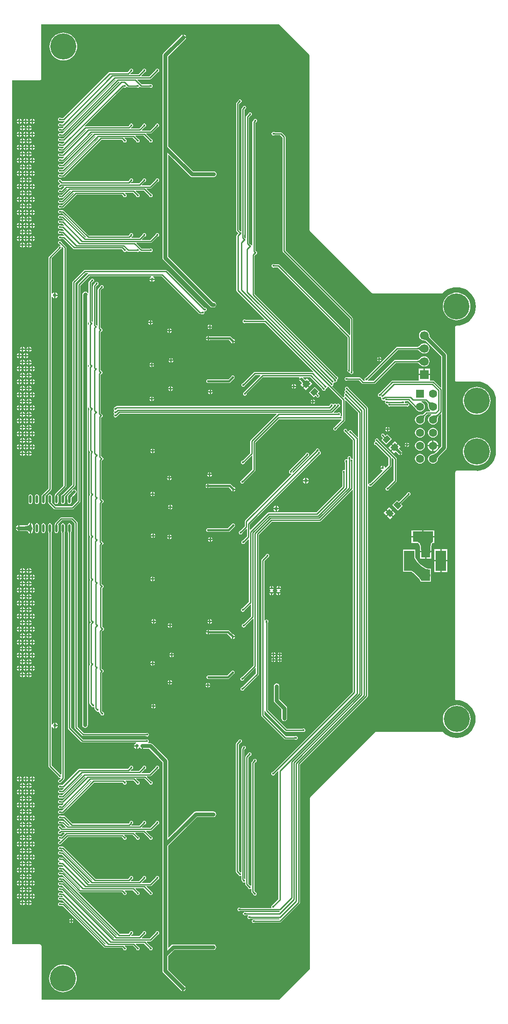
<source format=gbl>
G04*
G04 #@! TF.GenerationSoftware,Altium Limited,Altium Designer,18.1.9 (240)*
G04*
G04 Layer_Physical_Order=2*
G04 Layer_Color=16711680*
%FSLAX25Y25*%
%MOIN*%
G70*
G01*
G75*
%ADD10C,0.01000*%
%ADD13C,0.02000*%
%ADD30O,0.01772X0.06299*%
G04:AMPARAMS|DCode=32|XSize=40mil|YSize=50mil|CornerRadius=0mil|HoleSize=0mil|Usage=FLASHONLY|Rotation=225.000|XOffset=0mil|YOffset=0mil|HoleType=Round|Shape=Rectangle|*
%AMROTATEDRECTD32*
4,1,4,-0.00354,0.03182,0.03182,-0.00354,0.00354,-0.03182,-0.03182,0.00354,-0.00354,0.03182,0.0*
%
%ADD32ROTATEDRECTD32*%

G04:AMPARAMS|DCode=43|XSize=40mil|YSize=50mil|CornerRadius=0mil|HoleSize=0mil|Usage=FLASHONLY|Rotation=315.000|XOffset=0mil|YOffset=0mil|HoleType=Round|Shape=Rectangle|*
%AMROTATEDRECTD43*
4,1,4,-0.03182,-0.00354,0.00354,0.03182,0.03182,0.00354,-0.00354,-0.03182,-0.03182,-0.00354,0.0*
%
%ADD43ROTATEDRECTD43*%

%ADD89C,0.03000*%
%ADD91C,0.01500*%
%ADD92C,0.07000*%
%ADD108C,0.20000*%
%ADD109R,0.06299X0.06299*%
%ADD110C,0.06299*%
%ADD111R,0.07874X0.15748*%
%ADD112R,0.15748X0.07874*%
%ADD113R,0.06693X0.06693*%
%ADD114C,0.06693*%
%ADD115C,0.01600*%
%ADD116C,0.01500*%
%ADD117C,0.02000*%
%ADD118C,0.02500*%
%ADD119R,0.06890X0.08661*%
G36*
X290879Y760935D02*
X290879Y626500D01*
X290879Y626500D01*
X290964Y626071D01*
X291207Y625707D01*
X338646Y578268D01*
X338646Y578268D01*
X339009Y578025D01*
X339439Y577940D01*
X339439Y577940D01*
X392619D01*
X393048Y578025D01*
X393412Y578268D01*
X393447Y578321D01*
X395166Y579788D01*
X397145Y581001D01*
X399290Y581890D01*
X401548Y582432D01*
X403862Y582614D01*
X406177Y582432D01*
X408434Y581890D01*
X410579Y581001D01*
X412559Y579788D01*
X414324Y578280D01*
X415832Y576515D01*
X417045Y574535D01*
X417934Y572390D01*
X418476Y570133D01*
X418658Y567818D01*
X418476Y565504D01*
X417934Y563246D01*
X417045Y561101D01*
X415832Y559122D01*
X414324Y557356D01*
X412559Y555848D01*
X410579Y554635D01*
X408434Y553747D01*
X406177Y553205D01*
X403924Y553027D01*
X403862Y553040D01*
X403433Y552954D01*
X403069Y552711D01*
X402826Y552348D01*
X402741Y551918D01*
Y511318D01*
X402826Y510889D01*
X403069Y510525D01*
X403433Y510282D01*
X403862Y510197D01*
X418862D01*
X419362Y510197D01*
X419362Y510197D01*
X419853Y510175D01*
X421679Y510032D01*
X423939Y509489D01*
X426086Y508600D01*
X428067Y507386D01*
X429834Y505877D01*
X431343Y504110D01*
X432557Y502129D01*
X433446Y499982D01*
X433988Y497723D01*
X434166Y495468D01*
X434153Y495406D01*
Y456206D01*
X434154Y456202D01*
X433990Y454113D01*
X433447Y451854D01*
X432558Y449707D01*
X431344Y447726D01*
X429835Y445959D01*
X428068Y444449D01*
X426086Y443235D01*
X423939Y442346D01*
X421680Y441803D01*
X419430Y441626D01*
X419362Y441640D01*
X403962D01*
X403533Y441554D01*
X403169Y441311D01*
X402926Y440947D01*
X402841Y440518D01*
Y267069D01*
X402826Y267048D01*
X402741Y266618D01*
X402826Y266189D01*
X403069Y265825D01*
X403408Y265599D01*
X403433Y265582D01*
X403435Y265582D01*
X403862Y265497D01*
X403869Y265498D01*
X404361Y265482D01*
X406230Y265335D01*
X408441Y264804D01*
X410543Y263933D01*
X412482Y262745D01*
X414212Y261268D01*
X415689Y259538D01*
X416877Y257599D01*
X417748Y255498D01*
X418279Y253286D01*
X418457Y251018D01*
X418279Y248751D01*
X417748Y246539D01*
X416877Y244438D01*
X415689Y242498D01*
X414212Y240769D01*
X412482Y239292D01*
X410543Y238103D01*
X408441Y237233D01*
X406230Y236702D01*
X403962Y236523D01*
X401695Y236702D01*
X399483Y237233D01*
X397382Y238103D01*
X395442Y239292D01*
X393757Y240731D01*
X393724Y240780D01*
X393360Y241023D01*
X392931Y241109D01*
X341987D01*
X341987Y241109D01*
X341558Y241023D01*
X341194Y240780D01*
X291307Y190893D01*
X291064Y190529D01*
X290978Y190100D01*
X290979Y190100D01*
Y58965D01*
X267535Y35522D01*
X84622D01*
Y76800D01*
X84622Y76800D01*
X84536Y77229D01*
X84293Y77593D01*
X84293Y77593D01*
X84193Y77693D01*
X83829Y77936D01*
X83400Y78022D01*
X83400Y78022D01*
X62022D01*
Y741578D01*
X83300D01*
X83729Y741664D01*
X84093Y741907D01*
X84336Y742271D01*
X84422Y742700D01*
Y784378D01*
X267435D01*
X290879Y760935D01*
D02*
G37*
%LPC*%
G36*
X194100Y776695D02*
Y775000D01*
X195795D01*
X195720Y775378D01*
X195222Y776122D01*
X194478Y776619D01*
X194100Y776695D01*
D02*
G37*
G36*
X101400Y778033D02*
X99737Y777902D01*
X98114Y777512D01*
X96573Y776874D01*
X95150Y776002D01*
X93881Y774919D01*
X92798Y773650D01*
X91926Y772227D01*
X91288Y770686D01*
X90898Y769063D01*
X90767Y767400D01*
X90898Y765737D01*
X91288Y764114D01*
X91926Y762573D01*
X92798Y761150D01*
X93881Y759881D01*
X95150Y758798D01*
X96573Y757926D01*
X98114Y757288D01*
X99737Y756898D01*
X101400Y756767D01*
X103063Y756898D01*
X104686Y757288D01*
X106227Y757926D01*
X107650Y758798D01*
X108918Y759881D01*
X110002Y761150D01*
X110874Y762573D01*
X111512Y764114D01*
X111902Y765737D01*
X112033Y767400D01*
X111902Y769063D01*
X111512Y770686D01*
X110874Y772227D01*
X110002Y773650D01*
X108918Y774919D01*
X107650Y776002D01*
X106227Y776874D01*
X104686Y777512D01*
X103063Y777902D01*
X101400Y778033D01*
D02*
G37*
G36*
X173700Y750377D02*
X173173Y750272D01*
X172727Y749973D01*
X172428Y749527D01*
X172392Y749343D01*
X172150Y749074D01*
X172129Y749015D01*
X167635Y744522D01*
X161461D01*
X161270Y744983D01*
X163731Y747445D01*
X163798Y747472D01*
X163854Y747528D01*
X164021Y747687D01*
X164227Y747728D01*
X164673Y748027D01*
X164972Y748473D01*
X165076Y749000D01*
X164972Y749527D01*
X164673Y749973D01*
X164227Y750272D01*
X163700Y750377D01*
X163173Y750272D01*
X162727Y749973D01*
X162428Y749527D01*
X162392Y749343D01*
X162150Y749074D01*
X162129Y749015D01*
X159235Y746122D01*
X153061D01*
X152870Y746584D01*
X153731Y747445D01*
X153798Y747472D01*
X153854Y747528D01*
X154021Y747687D01*
X154227Y747728D01*
X154673Y748027D01*
X154972Y748473D01*
X155076Y749000D01*
X154972Y749527D01*
X154673Y749973D01*
X154227Y750272D01*
X153700Y750377D01*
X153173Y750272D01*
X152727Y749973D01*
X152428Y749527D01*
X152392Y749343D01*
X152150Y749074D01*
X152129Y749015D01*
X150835Y747722D01*
X136900D01*
X136900Y747722D01*
X136471Y747636D01*
X136107Y747393D01*
X136107Y747393D01*
X101235Y712522D01*
X99875D01*
X99808Y712549D01*
X99729Y712550D01*
X99498Y712555D01*
X99324Y712672D01*
X98797Y712777D01*
X98270Y712672D01*
X97824Y712373D01*
X97525Y711927D01*
X97420Y711400D01*
X97525Y710873D01*
X97824Y710427D01*
X98270Y710128D01*
X98797Y710023D01*
X99324Y710128D01*
X99479Y710232D01*
X99840Y710252D01*
X99897Y710278D01*
X101700D01*
X101700Y710278D01*
X102056Y710349D01*
X102224Y710181D01*
X102351Y709937D01*
X100798Y708384D01*
X99878D01*
X99811Y708412D01*
X99732Y708412D01*
X99501Y708418D01*
X99327Y708534D01*
X98800Y708639D01*
X98273Y708534D01*
X97827Y708236D01*
X97528Y707789D01*
X97424Y707263D01*
X97528Y706736D01*
X97827Y706289D01*
X98273Y705991D01*
X98800Y705886D01*
X99327Y705991D01*
X99483Y706095D01*
X99843Y706114D01*
X99900Y706141D01*
X101262D01*
X101263Y706141D01*
X101494Y706187D01*
X101740Y705726D01*
X100668Y704654D01*
X99878D01*
X99811Y704682D01*
X99732Y704682D01*
X99501Y704687D01*
X99327Y704804D01*
X98800Y704909D01*
X98273Y704804D01*
X97827Y704506D01*
X97528Y704059D01*
X97424Y703532D01*
X97528Y703006D01*
X97827Y702559D01*
X98273Y702261D01*
X98800Y702156D01*
X99327Y702261D01*
X99483Y702365D01*
X99843Y702384D01*
X99900Y702411D01*
X101132D01*
X101132Y702411D01*
X101561Y702496D01*
X101925Y702739D01*
X141277Y742091D01*
X141469Y742063D01*
X141645Y741531D01*
X100831Y700717D01*
X99878D01*
X99811Y700745D01*
X99732Y700745D01*
X99501Y700750D01*
X99327Y700867D01*
X98800Y700972D01*
X98273Y700867D01*
X97827Y700568D01*
X97528Y700122D01*
X97424Y699595D01*
X97528Y699068D01*
X97827Y698622D01*
X98273Y698324D01*
X98800Y698219D01*
X99327Y698324D01*
X99483Y698428D01*
X99843Y698447D01*
X99900Y698474D01*
X101295D01*
X101295Y698474D01*
X101725Y698559D01*
X102088Y698802D01*
X143865Y740578D01*
X144439D01*
X144630Y740117D01*
X101335Y696822D01*
X99875D01*
X99808Y696849D01*
X99729Y696850D01*
X99498Y696855D01*
X99324Y696972D01*
X98797Y697077D01*
X98270Y696972D01*
X97824Y696673D01*
X97525Y696227D01*
X97420Y695700D01*
X97525Y695173D01*
X97824Y694727D01*
X98270Y694428D01*
X98797Y694323D01*
X99324Y694428D01*
X99479Y694532D01*
X99840Y694552D01*
X99897Y694578D01*
X101800D01*
X101800Y694578D01*
X102031Y694624D01*
X102278Y694164D01*
X100935Y692822D01*
X99875D01*
X99808Y692849D01*
X99729Y692850D01*
X99498Y692855D01*
X99324Y692972D01*
X98797Y693077D01*
X98270Y692972D01*
X97824Y692673D01*
X97525Y692227D01*
X97420Y691700D01*
X97525Y691173D01*
X97824Y690727D01*
X98270Y690428D01*
X98797Y690323D01*
X99324Y690428D01*
X99479Y690532D01*
X99840Y690552D01*
X99897Y690578D01*
X101400D01*
X101400Y690578D01*
X101631Y690624D01*
X101877Y690164D01*
X100927Y689213D01*
X99878D01*
X99811Y689241D01*
X99732Y689241D01*
X99501Y689246D01*
X99327Y689363D01*
X98800Y689468D01*
X98273Y689363D01*
X97827Y689065D01*
X97528Y688618D01*
X97424Y688091D01*
X97528Y687564D01*
X97827Y687118D01*
X98273Y686820D01*
X98800Y686715D01*
X99327Y686820D01*
X99483Y686924D01*
X99843Y686943D01*
X99900Y686970D01*
X101391D01*
X101391Y686970D01*
X101820Y687055D01*
X102184Y687298D01*
X118435Y703548D01*
X118452Y703545D01*
X118616Y703003D01*
X100754Y685140D01*
X99878D01*
X99811Y685168D01*
X99732Y685168D01*
X99501Y685173D01*
X99327Y685290D01*
X98800Y685395D01*
X98273Y685290D01*
X97827Y684992D01*
X97528Y684545D01*
X97424Y684018D01*
X97528Y683491D01*
X97827Y683045D01*
X98273Y682747D01*
X98800Y682642D01*
X99327Y682747D01*
X99483Y682851D01*
X99843Y682870D01*
X99900Y682897D01*
X101218D01*
X101218Y682897D01*
X101647Y682982D01*
X101772Y683065D01*
X102091Y682677D01*
X100794Y681380D01*
X99878D01*
X99811Y681408D01*
X99732Y681408D01*
X99501Y681413D01*
X99327Y681530D01*
X98800Y681635D01*
X98273Y681530D01*
X97827Y681232D01*
X97528Y680785D01*
X97424Y680258D01*
X97528Y679732D01*
X97827Y679285D01*
X98273Y678987D01*
X98800Y678882D01*
X99327Y678987D01*
X99483Y679091D01*
X99843Y679110D01*
X99900Y679137D01*
X101258D01*
X101258Y679137D01*
X101688Y679222D01*
X102051Y679465D01*
X123265Y700678D01*
X123739D01*
X123930Y700216D01*
X100809Y677095D01*
X99878D01*
X99811Y677123D01*
X99732Y677123D01*
X99501Y677128D01*
X99327Y677245D01*
X98800Y677350D01*
X98273Y677245D01*
X97827Y676946D01*
X97528Y676500D01*
X97424Y675973D01*
X97528Y675447D01*
X97827Y675000D01*
X98273Y674701D01*
X98800Y674597D01*
X99327Y674701D01*
X99483Y674806D01*
X99843Y674825D01*
X99900Y674852D01*
X101273D01*
X101273Y674852D01*
X101702Y674937D01*
X102066Y675180D01*
X125705Y698819D01*
X125806Y698799D01*
X125970Y698257D01*
X100835Y673122D01*
X99875D01*
X99808Y673149D01*
X99729Y673150D01*
X99498Y673155D01*
X99324Y673272D01*
X98797Y673377D01*
X98270Y673272D01*
X97824Y672973D01*
X97525Y672527D01*
X97420Y672000D01*
X97525Y671473D01*
X97824Y671027D01*
X98270Y670728D01*
X98797Y670623D01*
X99324Y670728D01*
X99479Y670832D01*
X99840Y670852D01*
X99897Y670878D01*
X101300D01*
X101300Y670878D01*
X101729Y670964D01*
X102093Y671207D01*
X128177Y697291D01*
X128369Y697263D01*
X128545Y696731D01*
X101035Y669221D01*
X99875D01*
X99808Y669249D01*
X99729Y669249D01*
X99498Y669254D01*
X99324Y669371D01*
X98797Y669476D01*
X98270Y669371D01*
X97824Y669072D01*
X97525Y668626D01*
X97420Y668099D01*
X97525Y667572D01*
X97824Y667126D01*
X98270Y666827D01*
X98797Y666723D01*
X99324Y666827D01*
X99479Y666932D01*
X99840Y666951D01*
X99897Y666978D01*
X101499D01*
X101499Y666978D01*
X101928Y667063D01*
X102292Y667306D01*
X130865Y695878D01*
X146369D01*
X147145Y695102D01*
X147172Y695035D01*
X147228Y694979D01*
X147387Y694812D01*
X147428Y694607D01*
X147727Y694160D01*
X148173Y693862D01*
X148700Y693757D01*
X149227Y693862D01*
X149673Y694160D01*
X149972Y694607D01*
X150076Y695133D01*
X149972Y695660D01*
X149673Y696107D01*
X149227Y696405D01*
X149043Y696442D01*
X148775Y696683D01*
X148736Y696697D01*
X148459Y697035D01*
X148649Y697478D01*
X154769D01*
X157145Y695102D01*
X157172Y695035D01*
X157228Y694979D01*
X157387Y694812D01*
X157428Y694607D01*
X157727Y694160D01*
X158173Y693862D01*
X158700Y693757D01*
X159227Y693862D01*
X159673Y694160D01*
X159972Y694607D01*
X160076Y695133D01*
X159972Y695660D01*
X159673Y696107D01*
X159227Y696405D01*
X159043Y696442D01*
X158774Y696683D01*
X158715Y696704D01*
X156803Y698617D01*
X156994Y699078D01*
X163169D01*
X167145Y695102D01*
X167172Y695035D01*
X167228Y694979D01*
X167387Y694812D01*
X167428Y694607D01*
X167727Y694160D01*
X168173Y693862D01*
X168700Y693757D01*
X169227Y693862D01*
X169673Y694160D01*
X169972Y694607D01*
X170076Y695133D01*
X169972Y695660D01*
X169673Y696107D01*
X169227Y696405D01*
X169043Y696442D01*
X168774Y696683D01*
X168715Y696704D01*
X165203Y700216D01*
X165394Y700678D01*
X168567D01*
X168567Y700678D01*
X168996Y700764D01*
X169360Y701007D01*
X173731Y705378D01*
X173798Y705406D01*
X173854Y705462D01*
X174021Y705621D01*
X174227Y705662D01*
X174673Y705960D01*
X174972Y706407D01*
X175076Y706933D01*
X174972Y707460D01*
X174673Y707907D01*
X174227Y708205D01*
X173700Y708310D01*
X173173Y708205D01*
X172727Y707907D01*
X172428Y707460D01*
X172392Y707276D01*
X172150Y707008D01*
X172129Y706949D01*
X168102Y702922D01*
X161928D01*
X161736Y703383D01*
X163731Y705378D01*
X163798Y705406D01*
X163854Y705462D01*
X164021Y705621D01*
X164227Y705662D01*
X164673Y705960D01*
X164972Y706407D01*
X165076Y706933D01*
X164972Y707460D01*
X164673Y707907D01*
X164227Y708205D01*
X163700Y708310D01*
X163173Y708205D01*
X162727Y707907D01*
X162428Y707460D01*
X162392Y707276D01*
X162150Y707008D01*
X162129Y706949D01*
X159702Y704522D01*
X153528D01*
X153336Y704984D01*
X153731Y705378D01*
X153798Y705406D01*
X153854Y705462D01*
X154021Y705621D01*
X154227Y705662D01*
X154673Y705960D01*
X154972Y706407D01*
X155076Y706933D01*
X154972Y707460D01*
X154673Y707907D01*
X154227Y708205D01*
X153700Y708310D01*
X153173Y708205D01*
X152727Y707907D01*
X152428Y707460D01*
X152392Y707276D01*
X152150Y707008D01*
X152129Y706949D01*
X151302Y706122D01*
X118300D01*
X118300Y706122D01*
X118069Y706076D01*
X117823Y706536D01*
X147364Y736078D01*
X147622D01*
X147689Y736051D01*
X147768Y736050D01*
X147999Y736045D01*
X148173Y735928D01*
X148700Y735823D01*
X149227Y735928D01*
X149673Y736227D01*
X149803Y736420D01*
X150412Y736518D01*
X150523Y736407D01*
X150523Y736407D01*
X150887Y736164D01*
X151316Y736078D01*
X151316Y736078D01*
X157622D01*
X157689Y736051D01*
X157768Y736050D01*
X157999Y736045D01*
X158173Y735928D01*
X158700Y735823D01*
X159227Y735928D01*
X159673Y736227D01*
X159803Y736420D01*
X160412Y736518D01*
X160523Y736407D01*
X160523Y736407D01*
X160887Y736164D01*
X161316Y736078D01*
X161316Y736078D01*
X167622D01*
X167689Y736051D01*
X167768Y736050D01*
X167999Y736045D01*
X168173Y735928D01*
X168700Y735823D01*
X169227Y735928D01*
X169673Y736227D01*
X169972Y736673D01*
X170076Y737200D01*
X169972Y737727D01*
X169673Y738173D01*
X169227Y738472D01*
X168700Y738576D01*
X168173Y738472D01*
X168017Y738368D01*
X167657Y738348D01*
X167600Y738321D01*
X161781D01*
X158286Y741817D01*
X158477Y742278D01*
X168100D01*
X168100Y742278D01*
X168529Y742364D01*
X168893Y742607D01*
X173731Y747445D01*
X173798Y747472D01*
X173854Y747528D01*
X174021Y747687D01*
X174227Y747728D01*
X174673Y748027D01*
X174972Y748473D01*
X175076Y749000D01*
X174972Y749527D01*
X174673Y749973D01*
X174227Y750272D01*
X173700Y750377D01*
D02*
G37*
G36*
X78000Y711940D02*
Y710500D01*
X79440D01*
X79384Y710780D01*
X78942Y711442D01*
X78280Y711884D01*
X78000Y711940D01*
D02*
G37*
G36*
X77000D02*
X76720Y711884D01*
X76058Y711442D01*
X75616Y710780D01*
X75560Y710500D01*
X77000D01*
Y711940D01*
D02*
G37*
G36*
X73000D02*
Y710500D01*
X74440D01*
X74384Y710780D01*
X73942Y711442D01*
X73280Y711884D01*
X73000Y711940D01*
D02*
G37*
G36*
X72000D02*
X71720Y711884D01*
X71058Y711442D01*
X70616Y710780D01*
X70560Y710500D01*
X72000D01*
Y711940D01*
D02*
G37*
G36*
X68000D02*
Y710500D01*
X69440D01*
X69384Y710780D01*
X68942Y711442D01*
X68280Y711884D01*
X68000Y711940D01*
D02*
G37*
G36*
X67000D02*
X66720Y711884D01*
X66058Y711442D01*
X65616Y710780D01*
X65560Y710500D01*
X67000D01*
Y711940D01*
D02*
G37*
G36*
X79440Y709500D02*
X78000D01*
Y708060D01*
X78280Y708116D01*
X78942Y708558D01*
X79384Y709220D01*
X79440Y709500D01*
D02*
G37*
G36*
X77000D02*
X75560D01*
X75616Y709220D01*
X76058Y708558D01*
X76720Y708116D01*
X77000Y708060D01*
Y709500D01*
D02*
G37*
G36*
X74440D02*
X73000D01*
Y708060D01*
X73280Y708116D01*
X73942Y708558D01*
X74384Y709220D01*
X74440Y709500D01*
D02*
G37*
G36*
X72000D02*
X70560D01*
X70616Y709220D01*
X71058Y708558D01*
X71720Y708116D01*
X72000Y708060D01*
Y709500D01*
D02*
G37*
G36*
X69440D02*
X68000D01*
Y708060D01*
X68280Y708116D01*
X68942Y708558D01*
X69384Y709220D01*
X69440Y709500D01*
D02*
G37*
G36*
X67000D02*
X65560D01*
X65616Y709220D01*
X66058Y708558D01*
X66720Y708116D01*
X67000Y708060D01*
Y709500D01*
D02*
G37*
G36*
X75500Y706940D02*
Y705500D01*
X76940D01*
X76884Y705780D01*
X76442Y706442D01*
X75780Y706884D01*
X75500Y706940D01*
D02*
G37*
G36*
X74500D02*
X74220Y706884D01*
X73558Y706442D01*
X73116Y705780D01*
X73060Y705500D01*
X74500D01*
Y706940D01*
D02*
G37*
G36*
X70500D02*
Y705500D01*
X71940D01*
X71884Y705780D01*
X71442Y706442D01*
X70780Y706884D01*
X70500Y706940D01*
D02*
G37*
G36*
X69500D02*
X69220Y706884D01*
X68558Y706442D01*
X68116Y705780D01*
X68060Y705500D01*
X69500D01*
Y706940D01*
D02*
G37*
G36*
X76940Y704500D02*
X75500D01*
Y703060D01*
X75780Y703116D01*
X76442Y703558D01*
X76884Y704220D01*
X76940Y704500D01*
D02*
G37*
G36*
X74500D02*
X73060D01*
X73116Y704220D01*
X73558Y703558D01*
X74220Y703116D01*
X74500Y703060D01*
Y704500D01*
D02*
G37*
G36*
X71940D02*
X70500D01*
Y703060D01*
X70780Y703116D01*
X71442Y703558D01*
X71884Y704220D01*
X71940Y704500D01*
D02*
G37*
G36*
X69500D02*
X68060D01*
X68116Y704220D01*
X68558Y703558D01*
X69220Y703116D01*
X69500Y703060D01*
Y704500D01*
D02*
G37*
G36*
X78000Y701940D02*
Y700500D01*
X79440D01*
X79384Y700780D01*
X78942Y701442D01*
X78280Y701884D01*
X78000Y701940D01*
D02*
G37*
G36*
X77000D02*
X76720Y701884D01*
X76058Y701442D01*
X75616Y700780D01*
X75560Y700500D01*
X77000D01*
Y701940D01*
D02*
G37*
G36*
X73000D02*
Y700500D01*
X74440D01*
X74384Y700780D01*
X73942Y701442D01*
X73280Y701884D01*
X73000Y701940D01*
D02*
G37*
G36*
X72000D02*
X71720Y701884D01*
X71058Y701442D01*
X70616Y700780D01*
X70560Y700500D01*
X72000D01*
Y701940D01*
D02*
G37*
G36*
X68000D02*
Y700500D01*
X69440D01*
X69384Y700780D01*
X68942Y701442D01*
X68280Y701884D01*
X68000Y701940D01*
D02*
G37*
G36*
X67000D02*
X66720Y701884D01*
X66058Y701442D01*
X65616Y700780D01*
X65560Y700500D01*
X67000D01*
Y701940D01*
D02*
G37*
G36*
X79440Y699500D02*
X78000D01*
Y698060D01*
X78280Y698116D01*
X78942Y698558D01*
X79384Y699220D01*
X79440Y699500D01*
D02*
G37*
G36*
X77000D02*
X75560D01*
X75616Y699220D01*
X76058Y698558D01*
X76720Y698116D01*
X77000Y698060D01*
Y699500D01*
D02*
G37*
G36*
X74440D02*
X73000D01*
Y698060D01*
X73280Y698116D01*
X73942Y698558D01*
X74384Y699220D01*
X74440Y699500D01*
D02*
G37*
G36*
X72000D02*
X70560D01*
X70616Y699220D01*
X71058Y698558D01*
X71720Y698116D01*
X72000Y698060D01*
Y699500D01*
D02*
G37*
G36*
X69440D02*
X68000D01*
Y698060D01*
X68280Y698116D01*
X68942Y698558D01*
X69384Y699220D01*
X69440Y699500D01*
D02*
G37*
G36*
X67000D02*
X65560D01*
X65616Y699220D01*
X66058Y698558D01*
X66720Y698116D01*
X67000Y698060D01*
Y699500D01*
D02*
G37*
G36*
X75500Y696940D02*
Y695500D01*
X76940D01*
X76884Y695780D01*
X76442Y696442D01*
X75780Y696884D01*
X75500Y696940D01*
D02*
G37*
G36*
X74500D02*
X74220Y696884D01*
X73558Y696442D01*
X73116Y695780D01*
X73060Y695500D01*
X74500D01*
Y696940D01*
D02*
G37*
G36*
X70500D02*
Y695500D01*
X71940D01*
X71884Y695780D01*
X71442Y696442D01*
X70780Y696884D01*
X70500Y696940D01*
D02*
G37*
G36*
X69500D02*
X69220Y696884D01*
X68558Y696442D01*
X68116Y695780D01*
X68060Y695500D01*
X69500D01*
Y696940D01*
D02*
G37*
G36*
X76940Y694500D02*
X75500D01*
Y693060D01*
X75780Y693116D01*
X76442Y693558D01*
X76884Y694220D01*
X76940Y694500D01*
D02*
G37*
G36*
X74500D02*
X73060D01*
X73116Y694220D01*
X73558Y693558D01*
X74220Y693116D01*
X74500Y693060D01*
Y694500D01*
D02*
G37*
G36*
X71940D02*
X70500D01*
Y693060D01*
X70780Y693116D01*
X71442Y693558D01*
X71884Y694220D01*
X71940Y694500D01*
D02*
G37*
G36*
X69500D02*
X68060D01*
X68116Y694220D01*
X68558Y693558D01*
X69220Y693116D01*
X69500Y693060D01*
Y694500D01*
D02*
G37*
G36*
X78000Y691940D02*
Y690500D01*
X79440D01*
X79384Y690780D01*
X78942Y691442D01*
X78280Y691884D01*
X78000Y691940D01*
D02*
G37*
G36*
X77000D02*
X76720Y691884D01*
X76058Y691442D01*
X75616Y690780D01*
X75560Y690500D01*
X77000D01*
Y691940D01*
D02*
G37*
G36*
X73000D02*
Y690500D01*
X74440D01*
X74384Y690780D01*
X73942Y691442D01*
X73280Y691884D01*
X73000Y691940D01*
D02*
G37*
G36*
X72000D02*
X71720Y691884D01*
X71058Y691442D01*
X70616Y690780D01*
X70560Y690500D01*
X72000D01*
Y691940D01*
D02*
G37*
G36*
X68000D02*
Y690500D01*
X69440D01*
X69384Y690780D01*
X68942Y691442D01*
X68280Y691884D01*
X68000Y691940D01*
D02*
G37*
G36*
X67000D02*
X66720Y691884D01*
X66058Y691442D01*
X65616Y690780D01*
X65560Y690500D01*
X67000D01*
Y691940D01*
D02*
G37*
G36*
X79440Y689500D02*
X78000D01*
Y688060D01*
X78280Y688116D01*
X78942Y688558D01*
X79384Y689220D01*
X79440Y689500D01*
D02*
G37*
G36*
X77000D02*
X75560D01*
X75616Y689220D01*
X76058Y688558D01*
X76720Y688116D01*
X77000Y688060D01*
Y689500D01*
D02*
G37*
G36*
X74440D02*
X73000D01*
Y688060D01*
X73280Y688116D01*
X73942Y688558D01*
X74384Y689220D01*
X74440Y689500D01*
D02*
G37*
G36*
X72000D02*
X70560D01*
X70616Y689220D01*
X71058Y688558D01*
X71720Y688116D01*
X72000Y688060D01*
Y689500D01*
D02*
G37*
G36*
X69440D02*
X68000D01*
Y688060D01*
X68280Y688116D01*
X68942Y688558D01*
X69384Y689220D01*
X69440Y689500D01*
D02*
G37*
G36*
X67000D02*
X65560D01*
X65616Y689220D01*
X66058Y688558D01*
X66720Y688116D01*
X67000Y688060D01*
Y689500D01*
D02*
G37*
G36*
X75500Y686940D02*
Y685500D01*
X76940D01*
X76884Y685780D01*
X76442Y686442D01*
X75780Y686884D01*
X75500Y686940D01*
D02*
G37*
G36*
X74500D02*
X74220Y686884D01*
X73558Y686442D01*
X73116Y685780D01*
X73060Y685500D01*
X74500D01*
Y686940D01*
D02*
G37*
G36*
X70500D02*
Y685500D01*
X71940D01*
X71884Y685780D01*
X71442Y686442D01*
X70780Y686884D01*
X70500Y686940D01*
D02*
G37*
G36*
X69500D02*
X69220Y686884D01*
X68558Y686442D01*
X68116Y685780D01*
X68060Y685500D01*
X69500D01*
Y686940D01*
D02*
G37*
G36*
X76940Y684500D02*
X75500D01*
Y683060D01*
X75780Y683116D01*
X76442Y683558D01*
X76884Y684220D01*
X76940Y684500D01*
D02*
G37*
G36*
X74500D02*
X73060D01*
X73116Y684220D01*
X73558Y683558D01*
X74220Y683116D01*
X74500Y683060D01*
Y684500D01*
D02*
G37*
G36*
X71940D02*
X70500D01*
Y683060D01*
X70780Y683116D01*
X71442Y683558D01*
X71884Y684220D01*
X71940Y684500D01*
D02*
G37*
G36*
X69500D02*
X68060D01*
X68116Y684220D01*
X68558Y683558D01*
X69220Y683116D01*
X69500Y683060D01*
Y684500D01*
D02*
G37*
G36*
X78000Y681940D02*
Y680500D01*
X79440D01*
X79384Y680780D01*
X78942Y681442D01*
X78280Y681884D01*
X78000Y681940D01*
D02*
G37*
G36*
X77000D02*
X76720Y681884D01*
X76058Y681442D01*
X75616Y680780D01*
X75560Y680500D01*
X77000D01*
Y681940D01*
D02*
G37*
G36*
X73000D02*
Y680500D01*
X74440D01*
X74384Y680780D01*
X73942Y681442D01*
X73280Y681884D01*
X73000Y681940D01*
D02*
G37*
G36*
X72000D02*
X71720Y681884D01*
X71058Y681442D01*
X70616Y680780D01*
X70560Y680500D01*
X72000D01*
Y681940D01*
D02*
G37*
G36*
X68000D02*
Y680500D01*
X69440D01*
X69384Y680780D01*
X68942Y681442D01*
X68280Y681884D01*
X68000Y681940D01*
D02*
G37*
G36*
X67000D02*
X66720Y681884D01*
X66058Y681442D01*
X65616Y680780D01*
X65560Y680500D01*
X67000D01*
Y681940D01*
D02*
G37*
G36*
X79440Y679500D02*
X78000D01*
Y678060D01*
X78280Y678116D01*
X78942Y678558D01*
X79384Y679220D01*
X79440Y679500D01*
D02*
G37*
G36*
X77000D02*
X75560D01*
X75616Y679220D01*
X76058Y678558D01*
X76720Y678116D01*
X77000Y678060D01*
Y679500D01*
D02*
G37*
G36*
X74440D02*
X73000D01*
Y678060D01*
X73280Y678116D01*
X73942Y678558D01*
X74384Y679220D01*
X74440Y679500D01*
D02*
G37*
G36*
X72000D02*
X70560D01*
X70616Y679220D01*
X71058Y678558D01*
X71720Y678116D01*
X72000Y678060D01*
Y679500D01*
D02*
G37*
G36*
X69440D02*
X68000D01*
Y678060D01*
X68280Y678116D01*
X68942Y678558D01*
X69384Y679220D01*
X69440Y679500D01*
D02*
G37*
G36*
X67000D02*
X65560D01*
X65616Y679220D01*
X66058Y678558D01*
X66720Y678116D01*
X67000Y678060D01*
Y679500D01*
D02*
G37*
G36*
X75500Y676940D02*
Y675500D01*
X76940D01*
X76884Y675780D01*
X76442Y676442D01*
X75780Y676884D01*
X75500Y676940D01*
D02*
G37*
G36*
X74500D02*
X74220Y676884D01*
X73558Y676442D01*
X73116Y675780D01*
X73060Y675500D01*
X74500D01*
Y676940D01*
D02*
G37*
G36*
X70500D02*
Y675500D01*
X71940D01*
X71884Y675780D01*
X71442Y676442D01*
X70780Y676884D01*
X70500Y676940D01*
D02*
G37*
G36*
X69500D02*
X69220Y676884D01*
X68558Y676442D01*
X68116Y675780D01*
X68060Y675500D01*
X69500D01*
Y676940D01*
D02*
G37*
G36*
X76940Y674500D02*
X75500D01*
Y673060D01*
X75780Y673116D01*
X76442Y673558D01*
X76884Y674220D01*
X76940Y674500D01*
D02*
G37*
G36*
X74500D02*
X73060D01*
X73116Y674220D01*
X73558Y673558D01*
X74220Y673116D01*
X74500Y673060D01*
Y674500D01*
D02*
G37*
G36*
X71940D02*
X70500D01*
Y673060D01*
X70780Y673116D01*
X71442Y673558D01*
X71884Y674220D01*
X71940Y674500D01*
D02*
G37*
G36*
X69500D02*
X68060D01*
X68116Y674220D01*
X68558Y673558D01*
X69220Y673116D01*
X69500Y673060D01*
Y674500D01*
D02*
G37*
G36*
X78000Y671940D02*
Y670500D01*
X79440D01*
X79384Y670780D01*
X78942Y671442D01*
X78280Y671884D01*
X78000Y671940D01*
D02*
G37*
G36*
X77000D02*
X76720Y671884D01*
X76058Y671442D01*
X75616Y670780D01*
X75560Y670500D01*
X77000D01*
Y671940D01*
D02*
G37*
G36*
X73000D02*
Y670500D01*
X74440D01*
X74384Y670780D01*
X73942Y671442D01*
X73280Y671884D01*
X73000Y671940D01*
D02*
G37*
G36*
X72000D02*
X71720Y671884D01*
X71058Y671442D01*
X70616Y670780D01*
X70560Y670500D01*
X72000D01*
Y671940D01*
D02*
G37*
G36*
X68000D02*
Y670500D01*
X69440D01*
X69384Y670780D01*
X68942Y671442D01*
X68280Y671884D01*
X68000Y671940D01*
D02*
G37*
G36*
X67000D02*
X66720Y671884D01*
X66058Y671442D01*
X65616Y670780D01*
X65560Y670500D01*
X67000D01*
Y671940D01*
D02*
G37*
G36*
X79440Y669500D02*
X78000D01*
Y668060D01*
X78280Y668116D01*
X78942Y668558D01*
X79384Y669220D01*
X79440Y669500D01*
D02*
G37*
G36*
X77000D02*
X75560D01*
X75616Y669220D01*
X76058Y668558D01*
X76720Y668116D01*
X77000Y668060D01*
Y669500D01*
D02*
G37*
G36*
X74440D02*
X73000D01*
Y668060D01*
X73280Y668116D01*
X73942Y668558D01*
X74384Y669220D01*
X74440Y669500D01*
D02*
G37*
G36*
X72000D02*
X70560D01*
X70616Y669220D01*
X71058Y668558D01*
X71720Y668116D01*
X72000Y668060D01*
Y669500D01*
D02*
G37*
G36*
X69440D02*
X68000D01*
Y668060D01*
X68280Y668116D01*
X68942Y668558D01*
X69384Y669220D01*
X69440Y669500D01*
D02*
G37*
G36*
X67000D02*
X65560D01*
X65616Y669220D01*
X66058Y668558D01*
X66720Y668116D01*
X67000Y668060D01*
Y669500D01*
D02*
G37*
G36*
X193100Y776695D02*
X192722Y776619D01*
X191978Y776122D01*
X191542Y775470D01*
X178286Y762214D01*
X177822Y761519D01*
X177659Y760700D01*
Y732000D01*
Y689933D01*
Y647867D01*
Y605800D01*
X177659Y605800D01*
Y605218D01*
X177822Y604399D01*
X178286Y603704D01*
X214304Y567686D01*
X214999Y567222D01*
X215818Y567059D01*
X216900D01*
X217719Y567222D01*
X218414Y567686D01*
X218878Y568381D01*
X219041Y569200D01*
X218878Y570019D01*
X218414Y570714D01*
X217719Y571178D01*
X216900Y571341D01*
X216705D01*
X181941Y606105D01*
Y647867D01*
Y684111D01*
X182403Y684302D01*
X198819Y667886D01*
X199514Y667422D01*
X200333Y667259D01*
X217118D01*
X217937Y667422D01*
X218632Y667886D01*
X219096Y668581D01*
X219259Y669400D01*
X219096Y670219D01*
X218632Y670914D01*
X217937Y671378D01*
X217118Y671541D01*
X201220D01*
X181941Y690820D01*
Y732000D01*
Y759813D01*
X194570Y772442D01*
X195222Y772878D01*
X195720Y773622D01*
X195795Y774000D01*
X193600D01*
Y774500D01*
X193100D01*
Y776695D01*
D02*
G37*
G36*
X75500Y666940D02*
Y665500D01*
X76940D01*
X76884Y665780D01*
X76442Y666442D01*
X75780Y666884D01*
X75500Y666940D01*
D02*
G37*
G36*
X74500D02*
X74220Y666884D01*
X73558Y666442D01*
X73116Y665780D01*
X73060Y665500D01*
X74500D01*
Y666940D01*
D02*
G37*
G36*
X70500D02*
Y665500D01*
X71940D01*
X71884Y665780D01*
X71442Y666442D01*
X70780Y666884D01*
X70500Y666940D01*
D02*
G37*
G36*
X69500D02*
X69220Y666884D01*
X68558Y666442D01*
X68116Y665780D01*
X68060Y665500D01*
X69500D01*
Y666940D01*
D02*
G37*
G36*
X76940Y664500D02*
X75500D01*
Y663060D01*
X75780Y663116D01*
X76442Y663558D01*
X76884Y664220D01*
X76940Y664500D01*
D02*
G37*
G36*
X74500D02*
X73060D01*
X73116Y664220D01*
X73558Y663558D01*
X74220Y663116D01*
X74500Y663060D01*
Y664500D01*
D02*
G37*
G36*
X71940D02*
X70500D01*
Y663060D01*
X70780Y663116D01*
X71442Y663558D01*
X71884Y664220D01*
X71940Y664500D01*
D02*
G37*
G36*
X69500D02*
X68060D01*
X68116Y664220D01*
X68558Y663558D01*
X69220Y663116D01*
X69500Y663060D01*
Y664500D01*
D02*
G37*
G36*
X173700Y666243D02*
X173173Y666138D01*
X172727Y665840D01*
X172428Y665393D01*
X172392Y665210D01*
X172150Y664941D01*
X172129Y664882D01*
X167969Y660722D01*
X161794D01*
X161603Y661184D01*
X163731Y663312D01*
X163798Y663339D01*
X163854Y663395D01*
X164021Y663554D01*
X164227Y663595D01*
X164673Y663893D01*
X164972Y664340D01*
X165076Y664867D01*
X164972Y665393D01*
X164673Y665840D01*
X164227Y666138D01*
X163700Y666243D01*
X163173Y666138D01*
X162727Y665840D01*
X162428Y665393D01*
X162392Y665210D01*
X162150Y664941D01*
X162129Y664882D01*
X159569Y662322D01*
X153394D01*
X153203Y662783D01*
X153731Y663312D01*
X153798Y663339D01*
X153854Y663395D01*
X154021Y663554D01*
X154227Y663595D01*
X154673Y663893D01*
X154972Y664340D01*
X155076Y664867D01*
X154972Y665393D01*
X154673Y665840D01*
X154227Y666138D01*
X153700Y666243D01*
X153173Y666138D01*
X152727Y665840D01*
X152428Y665393D01*
X152392Y665210D01*
X152150Y664941D01*
X152129Y664882D01*
X151269Y664022D01*
X100527D01*
X100355Y664193D01*
X100328Y664260D01*
X100272Y664316D01*
X100113Y664483D01*
X100072Y664689D01*
X99773Y665135D01*
X99327Y665434D01*
X98800Y665539D01*
X98273Y665434D01*
X97827Y665135D01*
X97528Y664689D01*
X97424Y664162D01*
X97528Y663635D01*
X97827Y663189D01*
X98273Y662890D01*
X98457Y662854D01*
X98726Y662612D01*
X98785Y662591D01*
X98912Y662464D01*
X98829Y661840D01*
X98769Y661780D01*
X98702Y661753D01*
X98646Y661697D01*
X98479Y661538D01*
X98273Y661497D01*
X97827Y661199D01*
X97528Y660752D01*
X97424Y660225D01*
X97528Y659698D01*
X97827Y659252D01*
X98273Y658954D01*
X98800Y658849D01*
X99327Y658954D01*
X99773Y659252D01*
X100072Y659698D01*
X100108Y659882D01*
X100285Y660078D01*
X101939D01*
X102130Y659617D01*
X99924Y657410D01*
X99878D01*
X99811Y657438D01*
X99732Y657438D01*
X99501Y657443D01*
X99327Y657560D01*
X98800Y657665D01*
X98273Y657560D01*
X97827Y657262D01*
X97528Y656815D01*
X97424Y656288D01*
X97528Y655761D01*
X97827Y655315D01*
X98273Y655017D01*
X98800Y654912D01*
X99327Y655017D01*
X99483Y655121D01*
X99843Y655140D01*
X99900Y655167D01*
X100388D01*
X100388Y655167D01*
X100817Y655252D01*
X101181Y655495D01*
X103977Y658291D01*
X104169Y658263D01*
X104345Y657731D01*
X100035Y653422D01*
X99875D01*
X99808Y653449D01*
X99729Y653450D01*
X99498Y653455D01*
X99324Y653572D01*
X98797Y653677D01*
X98270Y653572D01*
X97824Y653273D01*
X97525Y652827D01*
X97420Y652300D01*
X97525Y651773D01*
X97824Y651327D01*
X98270Y651028D01*
X98797Y650923D01*
X99324Y651028D01*
X99479Y651132D01*
X99840Y651152D01*
X99897Y651178D01*
X100500D01*
X100500Y651178D01*
X100929Y651264D01*
X101293Y651507D01*
X106577Y656791D01*
X106863Y656756D01*
X107046Y656232D01*
X100235Y649422D01*
X99875D01*
X99808Y649449D01*
X99729Y649450D01*
X99498Y649455D01*
X99324Y649572D01*
X98797Y649677D01*
X98270Y649572D01*
X97824Y649273D01*
X97525Y648827D01*
X97420Y648300D01*
X97525Y647773D01*
X97824Y647327D01*
X98270Y647028D01*
X98797Y646923D01*
X99324Y647028D01*
X99479Y647132D01*
X99840Y647152D01*
X99897Y647178D01*
X100700D01*
X100700Y647178D01*
X101129Y647264D01*
X101493Y647507D01*
X109005Y655019D01*
X109106Y654999D01*
X109271Y654457D01*
X100413Y645599D01*
X99878D01*
X99811Y645627D01*
X99732Y645627D01*
X99501Y645632D01*
X99327Y645749D01*
X98800Y645854D01*
X98273Y645749D01*
X97827Y645450D01*
X97528Y645004D01*
X97424Y644477D01*
X97528Y643950D01*
X97827Y643504D01*
X98273Y643205D01*
X98800Y643101D01*
X99327Y643205D01*
X99483Y643310D01*
X99843Y643329D01*
X99900Y643356D01*
X100877D01*
X100877Y643356D01*
X101306Y643441D01*
X101670Y643684D01*
X111665Y653678D01*
X146502D01*
X147145Y653036D01*
X147172Y652969D01*
X147228Y652913D01*
X147387Y652746D01*
X147428Y652540D01*
X147727Y652093D01*
X148173Y651795D01*
X148700Y651690D01*
X149227Y651795D01*
X149673Y652093D01*
X149972Y652540D01*
X150076Y653067D01*
X149972Y653593D01*
X149673Y654040D01*
X149227Y654338D01*
X149043Y654375D01*
X148775Y654616D01*
X148733Y654778D01*
X149093Y655278D01*
X154902D01*
X157145Y653036D01*
X157172Y652969D01*
X157228Y652913D01*
X157387Y652746D01*
X157428Y652540D01*
X157727Y652093D01*
X158173Y651795D01*
X158700Y651690D01*
X159227Y651795D01*
X159673Y652093D01*
X159972Y652540D01*
X160076Y653067D01*
X159972Y653593D01*
X159673Y654040D01*
X159227Y654338D01*
X159043Y654375D01*
X158774Y654616D01*
X158715Y654637D01*
X156936Y656417D01*
X157128Y656878D01*
X163302D01*
X167145Y653036D01*
X167172Y652969D01*
X167228Y652913D01*
X167387Y652746D01*
X167428Y652540D01*
X167727Y652093D01*
X168173Y651795D01*
X168700Y651690D01*
X169227Y651795D01*
X169673Y652093D01*
X169972Y652540D01*
X170076Y653067D01*
X169972Y653593D01*
X169673Y654040D01*
X169227Y654338D01*
X169043Y654375D01*
X168774Y654616D01*
X168715Y654637D01*
X165336Y658016D01*
X165528Y658478D01*
X168433D01*
X168433Y658478D01*
X168862Y658564D01*
X169226Y658807D01*
X173731Y663312D01*
X173798Y663339D01*
X173854Y663395D01*
X174021Y663554D01*
X174227Y663595D01*
X174673Y663893D01*
X174972Y664340D01*
X175076Y664867D01*
X174972Y665393D01*
X174673Y665840D01*
X174227Y666138D01*
X173700Y666243D01*
D02*
G37*
G36*
X78000Y661940D02*
Y660500D01*
X79440D01*
X79384Y660780D01*
X78942Y661442D01*
X78280Y661884D01*
X78000Y661940D01*
D02*
G37*
G36*
X77000D02*
X76720Y661884D01*
X76058Y661442D01*
X75616Y660780D01*
X75560Y660500D01*
X77000D01*
Y661940D01*
D02*
G37*
G36*
X73000D02*
Y660500D01*
X74440D01*
X74384Y660780D01*
X73942Y661442D01*
X73280Y661884D01*
X73000Y661940D01*
D02*
G37*
G36*
X72000D02*
X71720Y661884D01*
X71058Y661442D01*
X70616Y660780D01*
X70560Y660500D01*
X72000D01*
Y661940D01*
D02*
G37*
G36*
X68000D02*
Y660500D01*
X69440D01*
X69384Y660780D01*
X68942Y661442D01*
X68280Y661884D01*
X68000Y661940D01*
D02*
G37*
G36*
X67000D02*
X66720Y661884D01*
X66058Y661442D01*
X65616Y660780D01*
X65560Y660500D01*
X67000D01*
Y661940D01*
D02*
G37*
G36*
X79440Y659500D02*
X78000D01*
Y658060D01*
X78280Y658116D01*
X78942Y658558D01*
X79384Y659220D01*
X79440Y659500D01*
D02*
G37*
G36*
X77000D02*
X75560D01*
X75616Y659220D01*
X76058Y658558D01*
X76720Y658116D01*
X77000Y658060D01*
Y659500D01*
D02*
G37*
G36*
X74440D02*
X73000D01*
Y658060D01*
X73280Y658116D01*
X73942Y658558D01*
X74384Y659220D01*
X74440Y659500D01*
D02*
G37*
G36*
X72000D02*
X70560D01*
X70616Y659220D01*
X71058Y658558D01*
X71720Y658116D01*
X72000Y658060D01*
Y659500D01*
D02*
G37*
G36*
X69440D02*
X68000D01*
Y658060D01*
X68280Y658116D01*
X68942Y658558D01*
X69384Y659220D01*
X69440Y659500D01*
D02*
G37*
G36*
X67000D02*
X65560D01*
X65616Y659220D01*
X66058Y658558D01*
X66720Y658116D01*
X67000Y658060D01*
Y659500D01*
D02*
G37*
G36*
X75500Y656940D02*
Y655500D01*
X76940D01*
X76884Y655780D01*
X76442Y656442D01*
X75780Y656884D01*
X75500Y656940D01*
D02*
G37*
G36*
X74500D02*
X74220Y656884D01*
X73558Y656442D01*
X73116Y655780D01*
X73060Y655500D01*
X74500D01*
Y656940D01*
D02*
G37*
G36*
X70500D02*
Y655500D01*
X71940D01*
X71884Y655780D01*
X71442Y656442D01*
X70780Y656884D01*
X70500Y656940D01*
D02*
G37*
G36*
X69500D02*
X69220Y656884D01*
X68558Y656442D01*
X68116Y655780D01*
X68060Y655500D01*
X69500D01*
Y656940D01*
D02*
G37*
G36*
X76940Y654500D02*
X75500D01*
Y653060D01*
X75780Y653116D01*
X76442Y653558D01*
X76884Y654220D01*
X76940Y654500D01*
D02*
G37*
G36*
X74500D02*
X73060D01*
X73116Y654220D01*
X73558Y653558D01*
X74220Y653116D01*
X74500Y653060D01*
Y654500D01*
D02*
G37*
G36*
X71940D02*
X70500D01*
Y653060D01*
X70780Y653116D01*
X71442Y653558D01*
X71884Y654220D01*
X71940Y654500D01*
D02*
G37*
G36*
X69500D02*
X68060D01*
X68116Y654220D01*
X68558Y653558D01*
X69220Y653116D01*
X69500Y653060D01*
Y654500D01*
D02*
G37*
G36*
X78000Y651940D02*
Y650500D01*
X79440D01*
X79384Y650780D01*
X78942Y651442D01*
X78280Y651884D01*
X78000Y651940D01*
D02*
G37*
G36*
X77000D02*
X76720Y651884D01*
X76058Y651442D01*
X75616Y650780D01*
X75560Y650500D01*
X77000D01*
Y651940D01*
D02*
G37*
G36*
X73000D02*
Y650500D01*
X74440D01*
X74384Y650780D01*
X73942Y651442D01*
X73280Y651884D01*
X73000Y651940D01*
D02*
G37*
G36*
X72000D02*
X71720Y651884D01*
X71058Y651442D01*
X70616Y650780D01*
X70560Y650500D01*
X72000D01*
Y651940D01*
D02*
G37*
G36*
X68000D02*
Y650500D01*
X69440D01*
X69384Y650780D01*
X68942Y651442D01*
X68280Y651884D01*
X68000Y651940D01*
D02*
G37*
G36*
X67000D02*
X66720Y651884D01*
X66058Y651442D01*
X65616Y650780D01*
X65560Y650500D01*
X67000D01*
Y651940D01*
D02*
G37*
G36*
X79440Y649500D02*
X78000D01*
Y648060D01*
X78280Y648116D01*
X78942Y648558D01*
X79384Y649220D01*
X79440Y649500D01*
D02*
G37*
G36*
X77000D02*
X75560D01*
X75616Y649220D01*
X76058Y648558D01*
X76720Y648116D01*
X77000Y648060D01*
Y649500D01*
D02*
G37*
G36*
X74440D02*
X73000D01*
Y648060D01*
X73280Y648116D01*
X73942Y648558D01*
X74384Y649220D01*
X74440Y649500D01*
D02*
G37*
G36*
X72000D02*
X70560D01*
X70616Y649220D01*
X71058Y648558D01*
X71720Y648116D01*
X72000Y648060D01*
Y649500D01*
D02*
G37*
G36*
X69440D02*
X68000D01*
Y648060D01*
X68280Y648116D01*
X68942Y648558D01*
X69384Y649220D01*
X69440Y649500D01*
D02*
G37*
G36*
X67000D02*
X65560D01*
X65616Y649220D01*
X66058Y648558D01*
X66720Y648116D01*
X67000Y648060D01*
Y649500D01*
D02*
G37*
G36*
X75500Y646940D02*
Y645500D01*
X76940D01*
X76884Y645780D01*
X76442Y646442D01*
X75780Y646884D01*
X75500Y646940D01*
D02*
G37*
G36*
X74500D02*
X74220Y646884D01*
X73558Y646442D01*
X73116Y645780D01*
X73060Y645500D01*
X74500D01*
Y646940D01*
D02*
G37*
G36*
X70500D02*
Y645500D01*
X71940D01*
X71884Y645780D01*
X71442Y646442D01*
X70780Y646884D01*
X70500Y646940D01*
D02*
G37*
G36*
X69500D02*
X69220Y646884D01*
X68558Y646442D01*
X68116Y645780D01*
X68060Y645500D01*
X69500D01*
Y646940D01*
D02*
G37*
G36*
X76940Y644500D02*
X75500D01*
Y643060D01*
X75780Y643116D01*
X76442Y643558D01*
X76884Y644220D01*
X76940Y644500D01*
D02*
G37*
G36*
X74500D02*
X73060D01*
X73116Y644220D01*
X73558Y643558D01*
X74220Y643116D01*
X74500Y643060D01*
Y644500D01*
D02*
G37*
G36*
X71940D02*
X70500D01*
Y643060D01*
X70780Y643116D01*
X71442Y643558D01*
X71884Y644220D01*
X71940Y644500D01*
D02*
G37*
G36*
X69500D02*
X68060D01*
X68116Y644220D01*
X68558Y643558D01*
X69220Y643116D01*
X69500Y643060D01*
Y644500D01*
D02*
G37*
G36*
X78000Y641940D02*
Y640500D01*
X79440D01*
X79384Y640780D01*
X78942Y641442D01*
X78280Y641884D01*
X78000Y641940D01*
D02*
G37*
G36*
X77000D02*
X76720Y641884D01*
X76058Y641442D01*
X75616Y640780D01*
X75560Y640500D01*
X77000D01*
Y641940D01*
D02*
G37*
G36*
X73000D02*
Y640500D01*
X74440D01*
X74384Y640780D01*
X73942Y641442D01*
X73280Y641884D01*
X73000Y641940D01*
D02*
G37*
G36*
X72000D02*
X71720Y641884D01*
X71058Y641442D01*
X70616Y640780D01*
X70560Y640500D01*
X72000D01*
Y641940D01*
D02*
G37*
G36*
X68000D02*
Y640500D01*
X69440D01*
X69384Y640780D01*
X68942Y641442D01*
X68280Y641884D01*
X68000Y641940D01*
D02*
G37*
G36*
X67000D02*
X66720Y641884D01*
X66058Y641442D01*
X65616Y640780D01*
X65560Y640500D01*
X67000D01*
Y641940D01*
D02*
G37*
G36*
X79440Y639500D02*
X78000D01*
Y638060D01*
X78280Y638116D01*
X78942Y638558D01*
X79384Y639220D01*
X79440Y639500D01*
D02*
G37*
G36*
X77000D02*
X75560D01*
X75616Y639220D01*
X76058Y638558D01*
X76720Y638116D01*
X77000Y638060D01*
Y639500D01*
D02*
G37*
G36*
X74440D02*
X73000D01*
Y638060D01*
X73280Y638116D01*
X73942Y638558D01*
X74384Y639220D01*
X74440Y639500D01*
D02*
G37*
G36*
X72000D02*
X70560D01*
X70616Y639220D01*
X71058Y638558D01*
X71720Y638116D01*
X72000Y638060D01*
Y639500D01*
D02*
G37*
G36*
X69440D02*
X68000D01*
Y638060D01*
X68280Y638116D01*
X68942Y638558D01*
X69384Y639220D01*
X69440Y639500D01*
D02*
G37*
G36*
X67000D02*
X65560D01*
X65616Y639220D01*
X66058Y638558D01*
X66720Y638116D01*
X67000Y638060D01*
Y639500D01*
D02*
G37*
G36*
X75500Y636940D02*
Y635500D01*
X76940D01*
X76884Y635780D01*
X76442Y636442D01*
X75780Y636884D01*
X75500Y636940D01*
D02*
G37*
G36*
X74500D02*
X74220Y636884D01*
X73558Y636442D01*
X73116Y635780D01*
X73060Y635500D01*
X74500D01*
Y636940D01*
D02*
G37*
G36*
X70500D02*
Y635500D01*
X71940D01*
X71884Y635780D01*
X71442Y636442D01*
X70780Y636884D01*
X70500Y636940D01*
D02*
G37*
G36*
X69500D02*
X69220Y636884D01*
X68558Y636442D01*
X68116Y635780D01*
X68060Y635500D01*
X69500D01*
Y636940D01*
D02*
G37*
G36*
X76940Y634500D02*
X75500D01*
Y633060D01*
X75780Y633116D01*
X76442Y633558D01*
X76884Y634220D01*
X76940Y634500D01*
D02*
G37*
G36*
X74500D02*
X73060D01*
X73116Y634220D01*
X73558Y633558D01*
X74220Y633116D01*
X74500Y633060D01*
Y634500D01*
D02*
G37*
G36*
X71940D02*
X70500D01*
Y633060D01*
X70780Y633116D01*
X71442Y633558D01*
X71884Y634220D01*
X71940Y634500D01*
D02*
G37*
G36*
X69500D02*
X68060D01*
X68116Y634220D01*
X68558Y633558D01*
X69220Y633116D01*
X69500Y633060D01*
Y634500D01*
D02*
G37*
G36*
X78000Y631940D02*
Y630500D01*
X79440D01*
X79384Y630780D01*
X78942Y631442D01*
X78280Y631884D01*
X78000Y631940D01*
D02*
G37*
G36*
X77000D02*
X76720Y631884D01*
X76058Y631442D01*
X75616Y630780D01*
X75560Y630500D01*
X77000D01*
Y631940D01*
D02*
G37*
G36*
X73000D02*
Y630500D01*
X74440D01*
X74384Y630780D01*
X73942Y631442D01*
X73280Y631884D01*
X73000Y631940D01*
D02*
G37*
G36*
X72000D02*
X71720Y631884D01*
X71058Y631442D01*
X70616Y630780D01*
X70560Y630500D01*
X72000D01*
Y631940D01*
D02*
G37*
G36*
X68000D02*
Y630500D01*
X69440D01*
X69384Y630780D01*
X68942Y631442D01*
X68280Y631884D01*
X68000Y631940D01*
D02*
G37*
G36*
X67000D02*
X66720Y631884D01*
X66058Y631442D01*
X65616Y630780D01*
X65560Y630500D01*
X67000D01*
Y631940D01*
D02*
G37*
G36*
X79440Y629500D02*
X78000D01*
Y628060D01*
X78280Y628116D01*
X78942Y628558D01*
X79384Y629220D01*
X79440Y629500D01*
D02*
G37*
G36*
X77000D02*
X75560D01*
X75616Y629220D01*
X76058Y628558D01*
X76720Y628116D01*
X77000Y628060D01*
Y629500D01*
D02*
G37*
G36*
X74440D02*
X73000D01*
Y628060D01*
X73280Y628116D01*
X73942Y628558D01*
X74384Y629220D01*
X74440Y629500D01*
D02*
G37*
G36*
X72000D02*
X70560D01*
X70616Y629220D01*
X71058Y628558D01*
X71720Y628116D01*
X72000Y628060D01*
Y629500D01*
D02*
G37*
G36*
X69440D02*
X68000D01*
Y628060D01*
X68280Y628116D01*
X68942Y628558D01*
X69384Y629220D01*
X69440Y629500D01*
D02*
G37*
G36*
X67000D02*
X65560D01*
X65616Y629220D01*
X66058Y628558D01*
X66720Y628116D01*
X67000Y628060D01*
Y629500D01*
D02*
G37*
G36*
X75500Y626940D02*
Y625500D01*
X76940D01*
X76884Y625780D01*
X76442Y626442D01*
X75780Y626884D01*
X75500Y626940D01*
D02*
G37*
G36*
X74500D02*
X74220Y626884D01*
X73558Y626442D01*
X73116Y625780D01*
X73060Y625500D01*
X74500D01*
Y626940D01*
D02*
G37*
G36*
X70500D02*
Y625500D01*
X71940D01*
X71884Y625780D01*
X71442Y626442D01*
X70780Y626884D01*
X70500Y626940D01*
D02*
G37*
G36*
X69500D02*
X69220Y626884D01*
X68558Y626442D01*
X68116Y625780D01*
X68060Y625500D01*
X69500D01*
Y626940D01*
D02*
G37*
G36*
X76940Y624500D02*
X75500D01*
Y623060D01*
X75780Y623116D01*
X76442Y623558D01*
X76884Y624220D01*
X76940Y624500D01*
D02*
G37*
G36*
X74500D02*
X73060D01*
X73116Y624220D01*
X73558Y623558D01*
X74220Y623116D01*
X74500Y623060D01*
Y624500D01*
D02*
G37*
G36*
X71940D02*
X70500D01*
Y623060D01*
X70780Y623116D01*
X71442Y623558D01*
X71884Y624220D01*
X71940Y624500D01*
D02*
G37*
G36*
X69500D02*
X68060D01*
X68116Y624220D01*
X68558Y623558D01*
X69220Y623116D01*
X69500Y623060D01*
Y624500D01*
D02*
G37*
G36*
X98800Y641917D02*
X98273Y641812D01*
X97827Y641513D01*
X97528Y641067D01*
X97424Y640540D01*
X97528Y640013D01*
X97827Y639567D01*
X98273Y639268D01*
X98800Y639164D01*
X99327Y639268D01*
X99483Y639373D01*
X99843Y639392D01*
X99900Y639419D01*
X100595D01*
X118769Y621245D01*
X118592Y620715D01*
X118377Y620685D01*
X101665Y637396D01*
X101302Y637639D01*
X100872Y637725D01*
X100872Y637725D01*
X99878D01*
X99811Y637753D01*
X99732Y637753D01*
X99501Y637758D01*
X99327Y637875D01*
X98800Y637980D01*
X98273Y637875D01*
X97827Y637576D01*
X97528Y637130D01*
X97424Y636603D01*
X97528Y636076D01*
X97827Y635630D01*
X98273Y635331D01*
X98800Y635227D01*
X99327Y635331D01*
X99483Y635436D01*
X99843Y635455D01*
X99900Y635482D01*
X100408D01*
X102074Y633815D01*
X101727Y633459D01*
X101363Y633702D01*
X100934Y633788D01*
X100934Y633788D01*
X99878D01*
X99811Y633816D01*
X99732Y633816D01*
X99501Y633821D01*
X99327Y633938D01*
X98800Y634043D01*
X98273Y633938D01*
X97827Y633639D01*
X97528Y633193D01*
X97424Y632666D01*
X97528Y632139D01*
X97827Y631693D01*
X98273Y631394D01*
X98800Y631290D01*
X99327Y631394D01*
X99483Y631499D01*
X99843Y631518D01*
X99900Y631545D01*
X100469D01*
X101944Y630070D01*
X101625Y629682D01*
X101500Y629765D01*
X101071Y629851D01*
X101071Y629851D01*
X99878D01*
X99811Y629879D01*
X99732Y629879D01*
X99501Y629884D01*
X99327Y630001D01*
X98800Y630106D01*
X98273Y630001D01*
X97827Y629703D01*
X97528Y629256D01*
X97424Y628729D01*
X97528Y628202D01*
X97827Y627756D01*
X98273Y627458D01*
X98800Y627353D01*
X99327Y627458D01*
X99483Y627562D01*
X99843Y627581D01*
X99900Y627608D01*
X100606D01*
X102081Y626133D01*
X101762Y625745D01*
X101637Y625828D01*
X101208Y625914D01*
X101208Y625914D01*
X99878D01*
X99811Y625942D01*
X99732Y625942D01*
X99501Y625947D01*
X99327Y626064D01*
X98800Y626169D01*
X98273Y626064D01*
X97827Y625765D01*
X97528Y625319D01*
X97424Y624792D01*
X97528Y624265D01*
X97827Y623819D01*
X98273Y623521D01*
X98800Y623416D01*
X99327Y623521D01*
X99483Y623625D01*
X99843Y623644D01*
X99900Y623671D01*
X100743D01*
X101948Y622466D01*
X101903Y622253D01*
X101730Y621977D01*
X99878D01*
X99811Y622005D01*
X99732Y622005D01*
X99501Y622010D01*
X99327Y622127D01*
X98800Y622232D01*
X98273Y622127D01*
X97827Y621828D01*
X97528Y621382D01*
X97424Y620855D01*
X97528Y620328D01*
X97827Y619882D01*
X98273Y619584D01*
X98800Y619479D01*
X99327Y619584D01*
X99483Y619688D01*
X99843Y619707D01*
X99900Y619734D01*
X101380D01*
X108907Y612207D01*
X109271Y611964D01*
X109700Y611878D01*
X109700Y611878D01*
X146235D01*
X147145Y610969D01*
X147172Y610902D01*
X147228Y610846D01*
X147387Y610679D01*
X147428Y610473D01*
X147727Y610027D01*
X148173Y609728D01*
X148700Y609623D01*
X149227Y609728D01*
X149673Y610027D01*
X149803Y610220D01*
X150412Y610318D01*
X150523Y610207D01*
X150523Y610207D01*
X150887Y609964D01*
X151316Y609878D01*
X151316Y609878D01*
X157622D01*
X157689Y609851D01*
X157768Y609850D01*
X157999Y609845D01*
X158173Y609728D01*
X158700Y609623D01*
X159227Y609728D01*
X159673Y610027D01*
X159803Y610220D01*
X160412Y610318D01*
X160523Y610207D01*
X160523Y610207D01*
X160887Y609964D01*
X161316Y609878D01*
X161316Y609878D01*
X167622D01*
X167689Y609851D01*
X167768Y609850D01*
X167999Y609845D01*
X168173Y609728D01*
X168700Y609623D01*
X169227Y609728D01*
X169673Y610027D01*
X169972Y610473D01*
X170076Y611000D01*
X169972Y611527D01*
X169673Y611973D01*
X169227Y612272D01*
X168700Y612376D01*
X168173Y612272D01*
X168017Y612168D01*
X167657Y612149D01*
X167600Y612121D01*
X161781D01*
X157686Y616217D01*
X157877Y616678D01*
X168700D01*
X168700Y616678D01*
X169129Y616764D01*
X169493Y617007D01*
X173731Y621245D01*
X173798Y621272D01*
X173854Y621328D01*
X174021Y621487D01*
X174227Y621528D01*
X174673Y621827D01*
X174972Y622273D01*
X175076Y622800D01*
X174972Y623327D01*
X174673Y623773D01*
X174227Y624072D01*
X173700Y624177D01*
X173173Y624072D01*
X172727Y623773D01*
X172428Y623327D01*
X172392Y623143D01*
X172150Y622874D01*
X172129Y622815D01*
X168235Y618922D01*
X162061D01*
X161870Y619383D01*
X163731Y621245D01*
X163798Y621272D01*
X163854Y621328D01*
X164021Y621487D01*
X164227Y621528D01*
X164673Y621827D01*
X164972Y622273D01*
X165076Y622800D01*
X164972Y623327D01*
X164673Y623773D01*
X164227Y624072D01*
X163700Y624177D01*
X163173Y624072D01*
X162727Y623773D01*
X162428Y623327D01*
X162392Y623143D01*
X162150Y622874D01*
X162129Y622815D01*
X159835Y620522D01*
X153956D01*
X153672Y621022D01*
X153798Y621272D01*
X153854Y621328D01*
X154021Y621487D01*
X154227Y621528D01*
X154673Y621827D01*
X154972Y622273D01*
X155076Y622800D01*
X154972Y623327D01*
X154673Y623773D01*
X154227Y624072D01*
X153700Y624177D01*
X153173Y624072D01*
X152727Y623773D01*
X152428Y623327D01*
X152392Y623143D01*
X152150Y622874D01*
X152129Y622815D01*
X151435Y622122D01*
X121065D01*
X101853Y641333D01*
X101489Y641576D01*
X101060Y641662D01*
X101060Y641662D01*
X99878D01*
X99811Y641690D01*
X99732Y641690D01*
X99501Y641695D01*
X99327Y641812D01*
X98800Y641917D01*
D02*
G37*
G36*
X78000Y621940D02*
Y620500D01*
X79440D01*
X79384Y620780D01*
X78942Y621442D01*
X78280Y621884D01*
X78000Y621940D01*
D02*
G37*
G36*
X77000D02*
X76720Y621884D01*
X76058Y621442D01*
X75616Y620780D01*
X75560Y620500D01*
X77000D01*
Y621940D01*
D02*
G37*
G36*
X73000D02*
Y620500D01*
X74440D01*
X74384Y620780D01*
X73942Y621442D01*
X73280Y621884D01*
X73000Y621940D01*
D02*
G37*
G36*
X72000D02*
X71720Y621884D01*
X71058Y621442D01*
X70616Y620780D01*
X70560Y620500D01*
X72000D01*
Y621940D01*
D02*
G37*
G36*
X68000D02*
Y620500D01*
X69440D01*
X69384Y620780D01*
X68942Y621442D01*
X68280Y621884D01*
X68000Y621940D01*
D02*
G37*
G36*
X67000D02*
X66720Y621884D01*
X66058Y621442D01*
X65616Y620780D01*
X65560Y620500D01*
X67000D01*
Y621940D01*
D02*
G37*
G36*
X79440Y619500D02*
X78000D01*
Y618060D01*
X78280Y618116D01*
X78942Y618558D01*
X79384Y619220D01*
X79440Y619500D01*
D02*
G37*
G36*
X77000D02*
X75560D01*
X75616Y619220D01*
X76058Y618558D01*
X76720Y618116D01*
X77000Y618060D01*
Y619500D01*
D02*
G37*
G36*
X74440D02*
X73000D01*
Y618060D01*
X73280Y618116D01*
X73942Y618558D01*
X74384Y619220D01*
X74440Y619500D01*
D02*
G37*
G36*
X72000D02*
X70560D01*
X70616Y619220D01*
X71058Y618558D01*
X71720Y618116D01*
X72000Y618060D01*
Y619500D01*
D02*
G37*
G36*
X69440D02*
X68000D01*
Y618060D01*
X68280Y618116D01*
X68942Y618558D01*
X69384Y619220D01*
X69440Y619500D01*
D02*
G37*
G36*
X67000D02*
X65560D01*
X65616Y619220D01*
X66058Y618558D01*
X66720Y618116D01*
X67000Y618060D01*
Y619500D01*
D02*
G37*
G36*
X75500Y616940D02*
Y615500D01*
X76940D01*
X76884Y615780D01*
X76442Y616442D01*
X75780Y616884D01*
X75500Y616940D01*
D02*
G37*
G36*
X74500D02*
X74220Y616884D01*
X73558Y616442D01*
X73116Y615780D01*
X73060Y615500D01*
X74500D01*
Y616940D01*
D02*
G37*
G36*
X70500D02*
Y615500D01*
X71940D01*
X71884Y615780D01*
X71442Y616442D01*
X70780Y616884D01*
X70500Y616940D01*
D02*
G37*
G36*
X69500D02*
X69220Y616884D01*
X68558Y616442D01*
X68116Y615780D01*
X68060Y615500D01*
X69500D01*
Y616940D01*
D02*
G37*
G36*
X98800Y618295D02*
X98273Y618190D01*
X97827Y617891D01*
X97528Y617445D01*
X97424Y616918D01*
X97528Y616391D01*
X97827Y615945D01*
X98273Y615647D01*
X98457Y615610D01*
X98726Y615368D01*
X98785Y615347D01*
X99380Y614752D01*
X99134Y614291D01*
X98800Y614358D01*
X98273Y614253D01*
X97827Y613954D01*
X97528Y613508D01*
X97492Y613324D01*
X97250Y613056D01*
X97229Y612996D01*
X90307Y606074D01*
X90064Y605710D01*
X89978Y605281D01*
X89978Y605281D01*
X89978Y428065D01*
X86357Y424443D01*
X86289Y424415D01*
X86083Y424208D01*
X86081Y424202D01*
X86075Y424200D01*
X85402Y423498D01*
X85395Y423481D01*
X85395Y423481D01*
X85378Y423472D01*
X85326Y423413D01*
X85307Y423393D01*
X85292Y423371D01*
X85292Y423371D01*
X85252Y423319D01*
X85249Y423306D01*
X85220Y423263D01*
X85029Y423135D01*
X84700Y422644D01*
X84585Y422064D01*
Y417536D01*
X84700Y416957D01*
X85029Y416465D01*
X85520Y416137D01*
X86100Y416021D01*
X86680Y416137D01*
X87171Y416465D01*
X87500Y416957D01*
X87615Y417536D01*
Y422064D01*
X87613Y422073D01*
X87625Y422108D01*
X87605Y422152D01*
X87614Y422199D01*
X87577Y422254D01*
X87556Y422362D01*
X87583Y422404D01*
X87815Y422683D01*
X87974Y422848D01*
X87980Y422864D01*
X87995Y422872D01*
X88014Y422928D01*
X91893Y426807D01*
X91893Y426807D01*
X92136Y427171D01*
X92222Y427600D01*
X92222Y427600D01*
X92221Y575074D01*
X92323Y575159D01*
X92989Y575062D01*
X93178Y574778D01*
X93922Y574281D01*
X94300Y574206D01*
Y576400D01*
Y578595D01*
X93922Y578520D01*
X93178Y578022D01*
X92989Y577739D01*
X92323Y577642D01*
X92221Y577726D01*
Y604817D01*
X98831Y611426D01*
X98898Y611454D01*
X98954Y611509D01*
X99121Y611668D01*
X99327Y611709D01*
X99773Y612008D01*
X100072Y612454D01*
X100176Y612981D01*
X100110Y613315D01*
X100571Y613561D01*
X101478Y612654D01*
Y430250D01*
X95307Y424079D01*
X95064Y423715D01*
X94978Y423286D01*
X94978Y423286D01*
Y423060D01*
X94700Y422644D01*
X94585Y422064D01*
Y417536D01*
X94700Y416957D01*
X95029Y416465D01*
X95520Y416137D01*
X96100Y416021D01*
X96680Y416137D01*
X97171Y416465D01*
X97500Y416957D01*
X97615Y417536D01*
Y422064D01*
X97500Y422644D01*
X97317Y422917D01*
X103393Y428993D01*
X103393Y428993D01*
X103636Y429357D01*
X103722Y429786D01*
X103722Y429786D01*
Y613118D01*
X103722Y613118D01*
X103636Y613547D01*
X103393Y613911D01*
X103393Y613911D01*
X100355Y616949D01*
X100328Y617016D01*
X100272Y617072D01*
X100113Y617239D01*
X100072Y617445D01*
X99773Y617891D01*
X99327Y618190D01*
X98800Y618295D01*
D02*
G37*
G36*
X76940Y614500D02*
X75500D01*
Y613060D01*
X75780Y613116D01*
X76442Y613558D01*
X76884Y614220D01*
X76940Y614500D01*
D02*
G37*
G36*
X74500D02*
X73060D01*
X73116Y614220D01*
X73558Y613558D01*
X74220Y613116D01*
X74500Y613060D01*
Y614500D01*
D02*
G37*
G36*
X71940D02*
X70500D01*
Y613060D01*
X70780Y613116D01*
X71442Y613558D01*
X71884Y614220D01*
X71940Y614500D01*
D02*
G37*
G36*
X69500D02*
X68060D01*
X68116Y614220D01*
X68558Y613558D01*
X69220Y613116D01*
X69500Y613060D01*
Y614500D01*
D02*
G37*
G36*
X171635Y588200D02*
X170195D01*
Y586760D01*
X170476Y586816D01*
X171137Y587258D01*
X171579Y587920D01*
X171635Y588200D01*
D02*
G37*
G36*
X169195D02*
X167755D01*
X167811Y587920D01*
X168253Y587258D01*
X168915Y586816D01*
X169195Y586760D01*
Y588200D01*
D02*
G37*
G36*
X123611Y589295D02*
X123084Y589191D01*
X122638Y588892D01*
X122339Y588446D01*
X122303Y588262D01*
X122061Y587993D01*
X122040Y587934D01*
X121207Y587101D01*
X120964Y586737D01*
X120878Y586308D01*
X120878Y586308D01*
Y577882D01*
X120378Y577833D01*
X120361Y577919D01*
X119897Y578614D01*
X119202Y579078D01*
X118383Y579241D01*
X117564Y579078D01*
X116869Y578614D01*
X116586Y578331D01*
X116122Y577636D01*
X115959Y576817D01*
Y246400D01*
X116122Y245581D01*
X116586Y244886D01*
X117281Y244422D01*
X118100Y244259D01*
X118919Y244422D01*
X119614Y244886D01*
X120078Y245581D01*
X120241Y246400D01*
Y575916D01*
X120378Y576062D01*
X120878Y575863D01*
Y555848D01*
X120878Y555848D01*
X120964Y555419D01*
X121207Y555055D01*
Y554641D01*
X120964Y554277D01*
X120878Y553848D01*
X120878Y553848D01*
Y523217D01*
X120878Y523217D01*
X120964Y522788D01*
X121207Y522424D01*
Y522010D01*
X120964Y521646D01*
X120878Y521217D01*
X120878Y521217D01*
Y490359D01*
X120878Y490359D01*
X120964Y489930D01*
X121207Y489566D01*
X121467Y489306D01*
Y488892D01*
X121224Y488528D01*
X121138Y488099D01*
X121138Y488099D01*
Y457422D01*
X121138Y457422D01*
X121224Y456993D01*
X121467Y456629D01*
X121731Y456365D01*
X121959Y455920D01*
X121716Y455556D01*
X121630Y455127D01*
X121630Y455127D01*
Y424351D01*
X121630Y424351D01*
X121716Y423922D01*
X121959Y423558D01*
Y423144D01*
X121861Y423046D01*
X121617Y422682D01*
X121532Y422253D01*
X121532Y422253D01*
Y392068D01*
X121532Y392068D01*
X121617Y391638D01*
X121861Y391275D01*
X121959Y391176D01*
Y390959D01*
X121716Y390595D01*
X121630Y390166D01*
X121630Y390166D01*
Y358997D01*
X121630Y358997D01*
X121716Y358568D01*
X121959Y358204D01*
X121975Y358188D01*
Y357806D01*
X121731Y357442D01*
X121646Y357013D01*
X121646Y357013D01*
Y326698D01*
X121646Y326698D01*
X121731Y326268D01*
X121975Y325905D01*
X122559Y325320D01*
X121959Y324719D01*
X121716Y324355D01*
X121630Y323926D01*
X121630Y323926D01*
Y294036D01*
X121630Y294036D01*
X121716Y293607D01*
X121959Y293243D01*
Y292829D01*
X121807Y292677D01*
X121564Y292314D01*
X121478Y291884D01*
X121478Y291884D01*
Y263197D01*
X121478Y263197D01*
X121564Y262768D01*
X121807Y262404D01*
X122844Y261368D01*
X122871Y261301D01*
X122927Y261245D01*
X123086Y261078D01*
X123127Y260872D01*
X123425Y260425D01*
X123872Y260127D01*
X124399Y260022D01*
X124878Y260118D01*
X124960Y260104D01*
X125378Y259828D01*
Y259297D01*
X125378Y259297D01*
X125464Y258868D01*
X125707Y258504D01*
X126249Y257962D01*
X126276Y257896D01*
X126332Y257840D01*
X126491Y257673D01*
X126532Y257467D01*
X126830Y257020D01*
X127277Y256722D01*
X127804Y256617D01*
X128331Y256722D01*
X128331Y256722D01*
X128619Y256623D01*
X128848Y256466D01*
X128917Y256121D01*
X129160Y255757D01*
X129805Y255112D01*
X129832Y255045D01*
X129888Y254989D01*
X130047Y254822D01*
X130088Y254617D01*
X130386Y254170D01*
X130833Y253872D01*
X131360Y253767D01*
X131887Y253872D01*
X132333Y254170D01*
X132632Y254617D01*
X132736Y255143D01*
X132632Y255670D01*
X132333Y256117D01*
X131887Y256415D01*
X131703Y256452D01*
X131434Y256693D01*
X131375Y256714D01*
X131074Y257015D01*
Y286402D01*
X131120Y286447D01*
X131287Y286606D01*
X131493Y286647D01*
X131939Y286946D01*
X132238Y287392D01*
X132343Y287919D01*
X132238Y288446D01*
X131939Y288892D01*
X131493Y289191D01*
X131309Y289227D01*
X131041Y289469D01*
X130982Y289490D01*
X130874Y289598D01*
Y318130D01*
X131391Y318647D01*
X131458Y318675D01*
X131514Y318730D01*
X131681Y318890D01*
X131887Y318931D01*
X132333Y319229D01*
X132632Y319676D01*
X132736Y320202D01*
X132632Y320729D01*
X132333Y321176D01*
X131887Y321474D01*
X131703Y321511D01*
X131434Y321752D01*
X131375Y321773D01*
X131267Y321881D01*
Y351563D01*
X131493Y351608D01*
X131939Y351906D01*
X132238Y352353D01*
X132343Y352880D01*
X132238Y353406D01*
X131939Y353853D01*
X131493Y354151D01*
X131309Y354188D01*
X131041Y354429D01*
X130982Y354450D01*
X130874Y354558D01*
Y384370D01*
X130899Y384395D01*
X130966Y384423D01*
X131022Y384478D01*
X131189Y384638D01*
X131394Y384679D01*
X131841Y384977D01*
X132139Y385424D01*
X132244Y385950D01*
X132139Y386477D01*
X131841Y386924D01*
X131394Y387222D01*
X131211Y387259D01*
X130942Y387500D01*
X130883Y387521D01*
X130775Y387629D01*
Y416457D01*
X130997Y416679D01*
X131064Y416706D01*
X131120Y416762D01*
X131287Y416921D01*
X131493Y416962D01*
X131939Y417261D01*
X132238Y417707D01*
X132343Y418234D01*
X132238Y418761D01*
X131939Y419207D01*
X131493Y419506D01*
X131309Y419542D01*
X131041Y419784D01*
X130982Y419805D01*
X130874Y419913D01*
Y449331D01*
X130899Y449356D01*
X130966Y449383D01*
X131022Y449439D01*
X131189Y449598D01*
X131394Y449639D01*
X131841Y449938D01*
X132139Y450384D01*
X132244Y450911D01*
X132139Y451438D01*
X131841Y451884D01*
X131394Y452183D01*
X131211Y452219D01*
X130942Y452461D01*
X130883Y452482D01*
X130484Y452881D01*
Y482406D01*
X130505Y482427D01*
X130572Y482454D01*
X130628Y482510D01*
X130795Y482669D01*
X131001Y482710D01*
X131447Y483009D01*
X131746Y483455D01*
X131851Y483982D01*
X131746Y484509D01*
X131447Y484955D01*
X131001Y485254D01*
X130817Y485290D01*
X130548Y485532D01*
X130489Y485553D01*
X130189Y485853D01*
Y515488D01*
X130245Y515545D01*
X130312Y515572D01*
X130368Y515628D01*
X130535Y515787D01*
X130741Y515828D01*
X131187Y516127D01*
X131486Y516573D01*
X131591Y517100D01*
X131486Y517627D01*
X131187Y518073D01*
X130741Y518372D01*
X130557Y518408D01*
X130289Y518650D01*
X130229Y518671D01*
X130122Y518779D01*
Y548052D01*
X130245Y548176D01*
X130312Y548203D01*
X130368Y548259D01*
X130535Y548418D01*
X130741Y548459D01*
X131187Y548757D01*
X131486Y549204D01*
X131591Y549731D01*
X131486Y550257D01*
X131187Y550704D01*
X130741Y551002D01*
X130557Y551039D01*
X130289Y551280D01*
X130229Y551301D01*
X130122Y551409D01*
Y580335D01*
X131032Y581246D01*
X131099Y581273D01*
X131155Y581329D01*
X131322Y581488D01*
X131527Y581529D01*
X131974Y581827D01*
X132273Y582274D01*
X132377Y582801D01*
X132273Y583327D01*
X131974Y583774D01*
X131527Y584072D01*
X131001Y584177D01*
X130474Y584072D01*
X130027Y583774D01*
X129729Y583327D01*
X129693Y583144D01*
X129451Y582875D01*
X129430Y582816D01*
X128207Y581593D01*
X127964Y581229D01*
X127878Y580800D01*
X127878Y580800D01*
Y553358D01*
X127378Y553206D01*
X127340Y553263D01*
X126894Y553561D01*
X126710Y553598D01*
X126441Y553840D01*
X126422Y553847D01*
Y583042D01*
X127185Y583805D01*
X127252Y583832D01*
X127308Y583888D01*
X127474Y584047D01*
X127680Y584088D01*
X128127Y584386D01*
X128425Y584833D01*
X128530Y585360D01*
X128425Y585887D01*
X128127Y586333D01*
X127680Y586631D01*
X127154Y586736D01*
X126627Y586631D01*
X126180Y586333D01*
X125882Y585887D01*
X125845Y585703D01*
X125604Y585434D01*
X125583Y585375D01*
X124507Y584299D01*
X124264Y583935D01*
X124178Y583506D01*
X124178Y583506D01*
Y556286D01*
X123678Y556018D01*
X123527Y556120D01*
X123343Y556156D01*
X123122Y556355D01*
Y585843D01*
X123642Y586364D01*
X123709Y586391D01*
X123765Y586447D01*
X123932Y586606D01*
X124138Y586647D01*
X124584Y586946D01*
X124883Y587392D01*
X124987Y587919D01*
X124883Y588446D01*
X124584Y588892D01*
X124138Y589191D01*
X123611Y589295D01*
D02*
G37*
G36*
X95300Y578595D02*
Y576900D01*
X96995D01*
X96920Y577278D01*
X96422Y578022D01*
X95678Y578520D01*
X95300Y578595D01*
D02*
G37*
G36*
X96995Y575900D02*
X95300D01*
Y574206D01*
X95678Y574281D01*
X96422Y574778D01*
X96920Y575522D01*
X96995Y575900D01*
D02*
G37*
G36*
X180400Y595822D02*
X180400Y595822D01*
X117900D01*
X117471Y595736D01*
X117107Y595493D01*
X117107Y595493D01*
X108707Y587093D01*
X108464Y586729D01*
X108378Y586300D01*
X108378Y586300D01*
Y430965D01*
X101544Y424130D01*
X101479Y424104D01*
X101359Y423988D01*
X101257Y423897D01*
X101048Y423731D01*
X100964Y423674D01*
X100882Y423624D01*
X100807Y423586D01*
X100740Y423557D01*
X100682Y423537D01*
X100603Y423517D01*
X100533Y423466D01*
X100520Y423463D01*
X100435Y423406D01*
X100317Y423362D01*
X100294Y423312D01*
X100029Y423135D01*
X99700Y422644D01*
X99585Y422064D01*
Y417536D01*
X99700Y416957D01*
X100029Y416465D01*
X100520Y416137D01*
X101100Y416021D01*
X101680Y416137D01*
X102171Y416465D01*
X102500Y416957D01*
X102615Y417536D01*
Y421453D01*
X102617Y421456D01*
X102615Y421465D01*
Y421525D01*
X102628Y421554D01*
X102615Y421589D01*
Y421901D01*
X102689Y422008D01*
X102954Y422322D01*
X103129Y422504D01*
X103131Y422509D01*
X103136Y422511D01*
X103159Y422573D01*
X110293Y429707D01*
X110293Y429707D01*
X110536Y430071D01*
X110622Y430500D01*
Y585835D01*
X118365Y593578D01*
X120383D01*
X120535Y593078D01*
X120407Y592993D01*
X112607Y585193D01*
X112364Y584829D01*
X112278Y584400D01*
X112278Y584400D01*
X112278Y418565D01*
X108035Y414322D01*
X95365D01*
X93014Y416672D01*
X92995Y416728D01*
X92980Y416736D01*
X92974Y416752D01*
X92809Y416923D01*
X92683Y417067D01*
X92589Y417188D01*
X92556Y417238D01*
X92577Y417346D01*
X92614Y417401D01*
X92605Y417449D01*
X92625Y417492D01*
X92613Y417527D01*
X92615Y417536D01*
Y422064D01*
X92500Y422644D01*
X92171Y423135D01*
X91680Y423463D01*
X91100Y423579D01*
X90520Y423463D01*
X90029Y423135D01*
X89700Y422644D01*
X89585Y422064D01*
Y417536D01*
X89700Y416957D01*
X90029Y416465D01*
X90220Y416337D01*
X90307Y416207D01*
X90789Y415725D01*
X91273Y415202D01*
X91345Y415169D01*
X94107Y412407D01*
X94107Y412407D01*
X94471Y412164D01*
X94900Y412078D01*
X94900Y412078D01*
X108500D01*
X108500Y412078D01*
X108929Y412164D01*
X109293Y412407D01*
X114193Y417307D01*
X114193Y417307D01*
X114436Y417671D01*
X114522Y418100D01*
X114522Y418100D01*
X114522Y583935D01*
X121665Y591078D01*
X168838D01*
X168915Y590584D01*
X168253Y590142D01*
X167811Y589480D01*
X167755Y589200D01*
X171635D01*
X171579Y589480D01*
X171137Y590142D01*
X170476Y590584D01*
X170553Y591078D01*
X176935D01*
X205707Y562307D01*
X205707Y562307D01*
X206071Y562064D01*
X206500Y561978D01*
X207522D01*
X207589Y561951D01*
X207668Y561950D01*
X207899Y561945D01*
X208073Y561828D01*
X208600Y561724D01*
X209127Y561828D01*
X209573Y562127D01*
X209872Y562573D01*
X209977Y563100D01*
X209872Y563627D01*
X209816Y563710D01*
X210117Y564160D01*
X210300Y564123D01*
X210827Y564228D01*
X211273Y564527D01*
X211572Y564973D01*
X211677Y565500D01*
X211572Y566027D01*
X211273Y566473D01*
X210827Y566772D01*
X210300Y566877D01*
X209891Y566795D01*
X181193Y595493D01*
X180829Y595736D01*
X180400Y595822D01*
D02*
G37*
G36*
X237200Y726876D02*
X236673Y726772D01*
X236227Y726473D01*
X235928Y726027D01*
X235892Y725843D01*
X235650Y725574D01*
X235629Y725515D01*
X234607Y724493D01*
X234364Y724129D01*
X234278Y723700D01*
X234278Y723700D01*
Y626182D01*
X234278Y626182D01*
X234364Y625753D01*
X234607Y625389D01*
X235996Y624000D01*
X234807Y622811D01*
X234564Y622447D01*
X234478Y622018D01*
X234478Y622018D01*
Y580181D01*
X234478Y580181D01*
X234564Y579751D01*
X234807Y579388D01*
X256213Y557981D01*
X256006Y557481D01*
X241941D01*
X241878Y557509D01*
X241649Y557514D01*
X241562Y557520D01*
X241550Y557522D01*
X241544Y557524D01*
X241542Y557523D01*
X241535Y557525D01*
X241306Y557678D01*
X240759Y557787D01*
X240213Y557678D01*
X239750Y557369D01*
X239441Y556906D01*
X239332Y556359D01*
X239441Y555813D01*
X239750Y555350D01*
X240213Y555041D01*
X240759Y554932D01*
X241306Y555041D01*
X241533Y555193D01*
X241796Y555209D01*
X241868Y555210D01*
X241934Y555238D01*
X256157D01*
X293613Y517781D01*
X293486Y517537D01*
X293318Y517369D01*
X292962Y517440D01*
X292962Y517440D01*
X248555D01*
X248555Y517440D01*
X248126Y517354D01*
X247762Y517111D01*
X247762Y517111D01*
X239843Y509192D01*
X239778Y509167D01*
X239613Y509008D01*
X239546Y508951D01*
X239537Y508944D01*
X239531Y508941D01*
X239530Y508940D01*
X239525Y508936D01*
X239254Y508882D01*
X238791Y508572D01*
X238481Y508109D01*
X238373Y507563D01*
X238481Y507017D01*
X238791Y506554D01*
X239254Y506244D01*
X239800Y506136D01*
X240346Y506244D01*
X240809Y506554D01*
X241119Y507017D01*
X241172Y507285D01*
X241346Y507483D01*
X241397Y507534D01*
X241424Y507601D01*
X249020Y515197D01*
X252857D01*
X253049Y514735D01*
X240916Y502602D01*
X240846Y502571D01*
X240841Y502558D01*
X240827Y502551D01*
X240552Y502239D01*
X240207Y501893D01*
X240160Y501822D01*
X239991Y501709D01*
X239681Y501246D01*
X239573Y500700D01*
X239681Y500154D01*
X239991Y499691D01*
X240454Y499381D01*
X241000Y499273D01*
X241546Y499381D01*
X242009Y499691D01*
X242319Y500154D01*
X242427Y500700D01*
X242396Y500860D01*
X242453Y500926D01*
X242502Y500976D01*
X242503Y500980D01*
X242507Y500981D01*
X242531Y501045D01*
X255083Y513597D01*
X282644D01*
X282911Y513097D01*
X282714Y512801D01*
X282677Y512618D01*
X284362D01*
Y511618D01*
X282677D01*
X282714Y511436D01*
X283101Y510857D01*
X283679Y510470D01*
X283710Y510464D01*
X284248Y509925D01*
X284264Y509884D01*
X284514Y509621D01*
X284705Y509392D01*
X284851Y509190D01*
X284902Y509101D01*
X283666Y507865D01*
X285434Y506097D01*
X287909Y508572D01*
X290384Y511047D01*
X288616Y512815D01*
X287380Y511579D01*
X287291Y511630D01*
X287088Y511775D01*
X286859Y511967D01*
X286596Y512216D01*
X286556Y512232D01*
X286017Y512771D01*
X286011Y512801D01*
X285813Y513097D01*
X286080Y513597D01*
X291098D01*
X300257Y504437D01*
X300285Y504370D01*
X300340Y504314D01*
X300500Y504147D01*
X300541Y503941D01*
X300839Y503495D01*
X301286Y503197D01*
X301812Y503092D01*
X302339Y503197D01*
X302785Y503495D01*
X303084Y503941D01*
X303189Y504468D01*
X303637Y504776D01*
X303739Y504797D01*
X304186Y505095D01*
X304484Y505542D01*
X304589Y506068D01*
X304581Y506106D01*
X305042Y506352D01*
X315841Y495554D01*
Y483766D01*
X315341Y483522D01*
X315089Y483690D01*
X314670Y483773D01*
X314493Y484109D01*
X314454Y484283D01*
X314634Y484552D01*
X314739Y485078D01*
X314634Y485605D01*
X314335Y486052D01*
X313889Y486350D01*
X313362Y486455D01*
X312836Y486350D01*
X312680Y486246D01*
X312319Y486227D01*
X312262Y486200D01*
X309483D01*
X309292Y486662D01*
X312893Y490263D01*
X312960Y490291D01*
X313016Y490346D01*
X313183Y490506D01*
X313389Y490547D01*
X313836Y490845D01*
X314134Y491292D01*
X314239Y491818D01*
X314134Y492345D01*
X313836Y492792D01*
X313389Y493090D01*
X312862Y493195D01*
X312335Y493090D01*
X311889Y492792D01*
X311295Y492803D01*
X311235Y492892D01*
X310789Y493190D01*
X310262Y493295D01*
X309735Y493190D01*
X309289Y492892D01*
X309252Y492836D01*
X308680Y492792D01*
X308671Y492798D01*
X308233Y493090D01*
X307707Y493195D01*
X307180Y493090D01*
X306733Y492792D01*
X306435Y492345D01*
X306398Y492161D01*
X306157Y491893D01*
X306136Y491834D01*
X305642Y491340D01*
X142618D01*
X142618Y491340D01*
X142189Y491255D01*
X141825Y491011D01*
X141825Y491011D01*
X141469Y490655D01*
X141402Y490628D01*
X141346Y490572D01*
X141179Y490413D01*
X140973Y490372D01*
X140527Y490073D01*
X140228Y489627D01*
X140124Y489100D01*
X140228Y488573D01*
X140527Y488127D01*
X140535Y488121D01*
Y487520D01*
X140527Y487514D01*
X140228Y487068D01*
X140124Y486541D01*
X140228Y486014D01*
X140527Y485568D01*
X140544Y485556D01*
X140545Y484955D01*
X140246Y484509D01*
X140142Y483982D01*
X140246Y483455D01*
X140545Y483009D01*
X140991Y482710D01*
X141518Y482605D01*
X142045Y482710D01*
X142491Y483009D01*
X142790Y483455D01*
X142819Y483600D01*
X143062Y483861D01*
X143085Y483923D01*
X144718Y485557D01*
X265280D01*
X265472Y485095D01*
X245507Y465130D01*
X245264Y464767D01*
X245178Y464337D01*
X245179Y464337D01*
Y455233D01*
X239575Y449629D01*
X239510Y449604D01*
X239345Y449445D01*
X239278Y449388D01*
X239269Y449381D01*
X239263Y449378D01*
X239262Y449376D01*
X239256Y449373D01*
X238986Y449319D01*
X238523Y449009D01*
X238213Y448546D01*
X238105Y448000D01*
X238213Y447454D01*
X238523Y446991D01*
X238986Y446681D01*
X239532Y446573D01*
X240078Y446681D01*
X240541Y446991D01*
X240851Y447454D01*
X240904Y447722D01*
X241078Y447920D01*
X241129Y447971D01*
X241156Y448038D01*
X246317Y453198D01*
X246778Y453007D01*
Y442665D01*
X238948Y434834D01*
X238883Y434809D01*
X238718Y434650D01*
X238651Y434593D01*
X238642Y434586D01*
X238636Y434583D01*
X238635Y434582D01*
X238630Y434578D01*
X238359Y434524D01*
X237896Y434214D01*
X237586Y433751D01*
X237478Y433205D01*
X237586Y432659D01*
X237896Y432196D01*
X238359Y431886D01*
X238905Y431778D01*
X239451Y431886D01*
X239914Y432196D01*
X240224Y432659D01*
X240277Y432927D01*
X240451Y433125D01*
X240502Y433176D01*
X240529Y433243D01*
X248693Y441407D01*
X248693Y441407D01*
X248936Y441771D01*
X249022Y442200D01*
Y463210D01*
X267108Y481297D01*
X313485D01*
X313551Y481269D01*
X313631Y481269D01*
X313861Y481263D01*
X314036Y481147D01*
X314562Y481042D01*
X314944Y481118D01*
X315384Y480912D01*
X315500Y480820D01*
X315526Y480668D01*
X310330Y475472D01*
X310263Y475445D01*
X310024Y475208D01*
X309935Y475190D01*
X309489Y474892D01*
X309191Y474445D01*
X309086Y473918D01*
X309191Y473391D01*
X309489Y472945D01*
X309935Y472647D01*
X310462Y472542D01*
X310989Y472647D01*
X311436Y472945D01*
X311734Y473391D01*
X311797Y473710D01*
X311933Y473863D01*
X311980Y473911D01*
X311996Y473950D01*
X312033Y473971D01*
X312045Y474015D01*
X317755Y479725D01*
X317755Y479725D01*
X317998Y480089D01*
X318084Y480518D01*
X318084Y480518D01*
Y495509D01*
X318584Y495716D01*
X328141Y486159D01*
Y467768D01*
X327641Y467560D01*
X323635Y471567D01*
X323607Y471633D01*
X323551Y471690D01*
X323392Y471856D01*
X323351Y472062D01*
X323053Y472509D01*
X322606Y472807D01*
X322079Y472912D01*
X321553Y472807D01*
X321106Y472509D01*
X320835Y472103D01*
X320764Y472053D01*
X320277Y471955D01*
X319867Y472364D01*
X319865Y472379D01*
X319818Y472413D01*
X319802Y472429D01*
X319777Y472493D01*
X319630Y472647D01*
X319627Y472650D01*
X319539Y473090D01*
X319241Y473537D01*
X318795Y473835D01*
X318268Y473940D01*
X317741Y473835D01*
X317295Y473537D01*
X316996Y473090D01*
X316891Y472563D01*
X316996Y472037D01*
X317295Y471590D01*
X317741Y471292D01*
X317751Y471290D01*
X317944Y471076D01*
X318017Y471042D01*
X324055Y465004D01*
Y451101D01*
X323555Y450817D01*
X323162Y450895D01*
X323004Y450863D01*
X322594Y451291D01*
X322639Y451518D01*
X322534Y452045D01*
X322235Y452492D01*
X321789Y452790D01*
X321262Y452895D01*
X320736Y452790D01*
X320289Y452492D01*
X319991Y452045D01*
X319886Y451518D01*
X319991Y450991D01*
X320095Y450836D01*
X320109Y450560D01*
X319898Y450370D01*
X319780Y450313D01*
X319641Y450272D01*
X319539Y450340D01*
X319012Y450445D01*
X318485Y450340D01*
X318039Y450042D01*
X317741Y449595D01*
X317636Y449068D01*
X317741Y448541D01*
X317845Y448386D01*
X317864Y448025D01*
X317891Y447968D01*
Y442411D01*
X317391Y442049D01*
X317162Y442095D01*
X316635Y441990D01*
X316189Y441692D01*
X315891Y441245D01*
X315786Y440718D01*
X315891Y440192D01*
X315995Y440036D01*
X316014Y439675D01*
X316041Y439618D01*
Y429756D01*
X295925Y409640D01*
X259262D01*
X259262Y409640D01*
X258833Y409554D01*
X258469Y409311D01*
X245284Y396126D01*
X244822Y396317D01*
Y400492D01*
X298162Y453832D01*
X298229Y453859D01*
X298285Y453915D01*
X298451Y454074D01*
X298657Y454115D01*
X299104Y454413D01*
X299402Y454860D01*
X299507Y455387D01*
X299402Y455913D01*
X299104Y456360D01*
X298657Y456658D01*
X298540Y456682D01*
X298175Y457024D01*
X298209Y457219D01*
X298276Y457555D01*
X298171Y458082D01*
X297873Y458529D01*
X297426Y458827D01*
X296899Y458932D01*
X296373Y458827D01*
X295926Y458529D01*
X295628Y458082D01*
X295591Y457898D01*
X295349Y457630D01*
X295328Y457571D01*
X278042Y440284D01*
X277582Y440531D01*
X277639Y440818D01*
X277598Y441025D01*
X277619Y441049D01*
X277667Y441097D01*
X277676Y441119D01*
X277696Y441129D01*
X277714Y441184D01*
X289093Y452563D01*
X289160Y452591D01*
X289216Y452646D01*
X289383Y452806D01*
X289589Y452847D01*
X290036Y453145D01*
X290334Y453591D01*
X290439Y454118D01*
X290334Y454645D01*
X290036Y455092D01*
X289589Y455390D01*
X289062Y455495D01*
X288535Y455390D01*
X288089Y455092D01*
X287791Y454645D01*
X287754Y454461D01*
X287512Y454193D01*
X287491Y454134D01*
X276027Y442669D01*
X275953Y442632D01*
X275943Y442601D01*
X275915Y442584D01*
X275850Y442492D01*
X275469Y442111D01*
X275226Y441748D01*
X275212Y441676D01*
X274991Y441345D01*
X274886Y440818D01*
X274991Y440292D01*
X275289Y439845D01*
X275735Y439547D01*
X276262Y439442D01*
X276550Y439499D01*
X276796Y439038D01*
X241307Y403549D01*
X241064Y403185D01*
X240978Y402756D01*
X240979Y402756D01*
Y399096D01*
X237742Y395860D01*
X237678Y395835D01*
X237513Y395676D01*
X237446Y395620D01*
X237437Y395612D01*
X237432Y395609D01*
X237430Y395608D01*
X237424Y395604D01*
X237154Y395550D01*
X236691Y395240D01*
X236381Y394777D01*
X236273Y394231D01*
X236381Y393685D01*
X236691Y393222D01*
X237154Y392912D01*
X237700Y392804D01*
X238246Y392912D01*
X238709Y393222D01*
X239019Y393685D01*
X239072Y393953D01*
X239246Y394151D01*
X239297Y394202D01*
X239324Y394269D01*
X242116Y397061D01*
X242579Y396870D01*
Y391265D01*
X239742Y388429D01*
X239678Y388404D01*
X239513Y388245D01*
X239446Y388188D01*
X239437Y388181D01*
X239432Y388178D01*
X239430Y388176D01*
X239424Y388173D01*
X239154Y388119D01*
X238691Y387809D01*
X238381Y387346D01*
X238273Y386800D01*
X238381Y386254D01*
X238691Y385791D01*
X239154Y385481D01*
X239700Y385373D01*
X240246Y385481D01*
X240709Y385791D01*
X241019Y386254D01*
X241072Y386522D01*
X241246Y386720D01*
X241297Y386771D01*
X241324Y386838D01*
X243717Y389230D01*
X244179Y389039D01*
Y341024D01*
X239483Y336329D01*
X239419Y336304D01*
X239253Y336145D01*
X239187Y336088D01*
X239177Y336081D01*
X239172Y336078D01*
X239171Y336076D01*
X239165Y336073D01*
X238894Y336019D01*
X238431Y335709D01*
X238122Y335246D01*
X238013Y334700D01*
X238122Y334154D01*
X238431Y333691D01*
X238894Y333381D01*
X239440Y333273D01*
X239986Y333381D01*
X240450Y333691D01*
X240759Y334154D01*
X240812Y334422D01*
X240986Y334620D01*
X241037Y334671D01*
X241064Y334738D01*
X245416Y339090D01*
X245879Y338899D01*
Y329921D01*
X240243Y324286D01*
X240178Y324261D01*
X240013Y324102D01*
X239946Y324045D01*
X239937Y324038D01*
X239932Y324035D01*
X239930Y324033D01*
X239925Y324029D01*
X239654Y323976D01*
X239191Y323666D01*
X238881Y323203D01*
X238773Y322657D01*
X238881Y322111D01*
X239191Y321648D01*
X239654Y321338D01*
X240200Y321229D01*
X240746Y321338D01*
X241209Y321648D01*
X241519Y322111D01*
X241572Y322379D01*
X241746Y322577D01*
X241797Y322628D01*
X241824Y322694D01*
X247116Y327987D01*
X247579Y327796D01*
Y292028D01*
X238943Y283392D01*
X238878Y283367D01*
X238713Y283208D01*
X238646Y283152D01*
X238637Y283144D01*
X238632Y283141D01*
X238630Y283140D01*
X238625Y283136D01*
X238354Y283082D01*
X237891Y282773D01*
X237581Y282310D01*
X237473Y281763D01*
X237581Y281217D01*
X237891Y280754D01*
X238354Y280445D01*
X238900Y280336D01*
X239446Y280445D01*
X239909Y280754D01*
X240219Y281217D01*
X240272Y281486D01*
X240446Y281683D01*
X240497Y281735D01*
X240524Y281801D01*
X249016Y290294D01*
X249479Y290102D01*
Y286065D01*
X239142Y275729D01*
X239078Y275704D01*
X238913Y275545D01*
X238846Y275488D01*
X238837Y275481D01*
X238831Y275478D01*
X238830Y275477D01*
X238825Y275473D01*
X238554Y275419D01*
X238091Y275109D01*
X237781Y274646D01*
X237673Y274100D01*
X237781Y273554D01*
X238091Y273091D01*
X238554Y272781D01*
X239100Y272673D01*
X239646Y272781D01*
X240109Y273091D01*
X240419Y273554D01*
X240472Y273822D01*
X240646Y274020D01*
X240697Y274071D01*
X240724Y274138D01*
X251393Y284807D01*
X251636Y285171D01*
X251722Y285600D01*
X251722Y285600D01*
Y392603D01*
X261715Y402597D01*
X298688D01*
X298688Y402597D01*
X299117Y402682D01*
X299481Y402925D01*
X323555Y426999D01*
X324055Y426792D01*
Y271841D01*
X262769Y210555D01*
X262702Y210528D01*
X262646Y210472D01*
X262479Y210313D01*
X262273Y210272D01*
X261827Y209973D01*
X261528Y209527D01*
X261423Y209000D01*
X261528Y208473D01*
X261827Y208027D01*
X262273Y207728D01*
X262800Y207624D01*
X263327Y207728D01*
X263773Y208027D01*
X264072Y208473D01*
X264108Y208657D01*
X264350Y208926D01*
X264371Y208985D01*
X266279Y210892D01*
X266778Y210685D01*
Y112665D01*
X262527Y108413D01*
X262453Y108377D01*
X262268Y108168D01*
X261827Y107873D01*
X261528Y107427D01*
X261423Y106900D01*
X261519Y106422D01*
X261504Y106336D01*
X261229Y105922D01*
X237829D01*
X237802Y105939D01*
X237745Y105927D01*
X237692Y105949D01*
X237544Y105951D01*
X237449Y105957D01*
X237127Y106172D01*
X236600Y106276D01*
X236073Y106172D01*
X235627Y105873D01*
X235328Y105427D01*
X235224Y104900D01*
X235328Y104373D01*
X235627Y103927D01*
X236073Y103628D01*
X236600Y103524D01*
X237127Y103628D01*
X237169Y103657D01*
X237488Y103651D01*
X237559Y103678D01*
X267585D01*
X267792Y103178D01*
X267335Y102722D01*
X241978D01*
X241911Y102749D01*
X241832Y102750D01*
X241601Y102755D01*
X241427Y102872D01*
X240900Y102976D01*
X240373Y102872D01*
X239927Y102573D01*
X239628Y102127D01*
X239524Y101600D01*
X239628Y101073D01*
X239927Y100627D01*
X240373Y100328D01*
X240900Y100224D01*
X241427Y100328D01*
X241582Y100432D01*
X241943Y100452D01*
X242000Y100478D01*
X243332D01*
X243484Y99978D01*
X243327Y99873D01*
X243028Y99427D01*
X242923Y98900D01*
X243028Y98373D01*
X243327Y97927D01*
X243773Y97628D01*
X244300Y97524D01*
X244827Y97628D01*
X244983Y97732D01*
X245343Y97751D01*
X245400Y97778D01*
X267479D01*
X267701Y97285D01*
X267496Y97022D01*
X248678D01*
X248611Y97049D01*
X248532Y97050D01*
X248301Y97055D01*
X248127Y97172D01*
X247600Y97276D01*
X247073Y97172D01*
X246627Y96873D01*
X246328Y96427D01*
X246223Y95900D01*
X246328Y95373D01*
X246627Y94927D01*
X247073Y94628D01*
X247600Y94524D01*
X248127Y94628D01*
X248283Y94732D01*
X248643Y94752D01*
X248700Y94778D01*
X268100D01*
X268100Y94778D01*
X268529Y94864D01*
X268893Y95107D01*
X270493Y96707D01*
X283193Y109407D01*
X283436Y109771D01*
X283522Y110200D01*
X283522Y110200D01*
Y216184D01*
X335255Y267918D01*
X335498Y268282D01*
X335584Y268711D01*
X335584Y268711D01*
Y430176D01*
X336084Y430226D01*
X336091Y430192D01*
X336389Y429745D01*
X336836Y429447D01*
X337362Y429342D01*
X337889Y429447D01*
X338335Y429745D01*
X338457Y429927D01*
X338639Y430109D01*
X338722Y430167D01*
X338767Y430236D01*
X353355Y444825D01*
X353355Y444825D01*
X353598Y445189D01*
X353684Y445618D01*
Y451557D01*
X354184Y451765D01*
X355541Y450408D01*
Y434383D01*
X350531Y429373D01*
X350464Y429346D01*
X350408Y429290D01*
X350241Y429131D01*
X350036Y429090D01*
X349589Y428792D01*
X349291Y428345D01*
X349186Y427818D01*
X349291Y427291D01*
X349589Y426845D01*
X350036Y426547D01*
X350562Y426442D01*
X351089Y426547D01*
X351536Y426845D01*
X351834Y427291D01*
X351870Y427475D01*
X352112Y427744D01*
X352133Y427803D01*
X357455Y433125D01*
X357455Y433125D01*
X357698Y433489D01*
X357784Y433918D01*
Y450872D01*
X357784Y450872D01*
X357698Y451301D01*
X357455Y451665D01*
X357455Y451665D01*
X344127Y464994D01*
X344118Y465031D01*
X344075Y465057D01*
X344057Y465103D01*
X343950Y465212D01*
X343882Y465286D01*
X343811Y465645D01*
X343513Y466092D01*
X343066Y466390D01*
X342539Y466495D01*
X342013Y466390D01*
X341566Y466092D01*
X341267Y465645D01*
X341163Y465118D01*
X341261Y464625D01*
X341267Y464451D01*
X341043Y464028D01*
X340689Y463792D01*
X340391Y463345D01*
X340286Y462818D01*
X340391Y462291D01*
X340689Y461845D01*
X341136Y461547D01*
X341662Y461442D01*
X341671Y461444D01*
X341744Y461381D01*
X341789Y461336D01*
X341856Y461309D01*
X351441Y451724D01*
Y446083D01*
X349325Y443967D01*
X348783Y444132D01*
X348721Y444441D01*
X348334Y445020D01*
X347756Y445407D01*
X347573Y445443D01*
Y443758D01*
X347073D01*
Y443258D01*
X345388D01*
X345424Y443076D01*
X345811Y442497D01*
X346390Y442110D01*
X346699Y442049D01*
X346864Y441506D01*
X337577Y432219D01*
X337511Y432192D01*
X337457Y432139D01*
X337401Y432087D01*
X337362Y432095D01*
X336836Y431990D01*
X336389Y431692D01*
X336091Y431245D01*
X336084Y431211D01*
X335584Y431260D01*
Y489776D01*
X335584Y489776D01*
X335498Y490205D01*
X335255Y490569D01*
X335255Y490569D01*
X320975Y504849D01*
X320947Y504916D01*
X320891Y504972D01*
X320732Y505139D01*
X320691Y505345D01*
X320393Y505792D01*
X319946Y506090D01*
X319420Y506195D01*
X318893Y506090D01*
X318446Y505792D01*
X318148Y505345D01*
X318043Y504818D01*
X318148Y504291D01*
X318281Y504093D01*
X318432Y503826D01*
X318153Y503452D01*
X318062Y503392D01*
X317764Y502945D01*
X317659Y502418D01*
X317764Y501892D01*
X317897Y501693D01*
X318048Y501426D01*
X317769Y501052D01*
X317678Y500992D01*
X317380Y500545D01*
X317275Y500018D01*
X317380Y499492D01*
X317513Y499293D01*
X317664Y499026D01*
X317385Y498652D01*
X317295Y498592D01*
X317049Y498224D01*
X316508Y498059D01*
X308200Y506367D01*
X308366Y506908D01*
X308733Y507153D01*
X309031Y507600D01*
X309136Y508127D01*
X309031Y508653D01*
X309370Y509047D01*
X309522Y509148D01*
X309820Y509595D01*
X310326Y509577D01*
X310543Y509534D01*
X311070Y509639D01*
X311517Y509937D01*
X311815Y510384D01*
X311920Y510911D01*
X311815Y511437D01*
X312154Y511831D01*
X312306Y511932D01*
X312604Y512379D01*
X312709Y512906D01*
X312604Y513432D01*
X312306Y513879D01*
X311859Y514177D01*
X311675Y514214D01*
X311407Y514455D01*
X311348Y514476D01*
X248521Y577302D01*
Y606835D01*
X249131Y607445D01*
X249198Y607472D01*
X249254Y607528D01*
X249421Y607687D01*
X249627Y607728D01*
X250073Y608027D01*
X250372Y608473D01*
X250477Y609000D01*
X250372Y609527D01*
X250073Y609973D01*
X249627Y610272D01*
X249443Y610308D01*
X249174Y610550D01*
X249115Y610571D01*
X249022Y610665D01*
Y708835D01*
X249131Y708945D01*
X249198Y708972D01*
X249254Y709028D01*
X249421Y709187D01*
X249627Y709228D01*
X250073Y709527D01*
X250372Y709973D01*
X250477Y710500D01*
X250372Y711027D01*
X250073Y711473D01*
X249627Y711772D01*
X249100Y711876D01*
X248573Y711772D01*
X248127Y711473D01*
X247828Y711027D01*
X247792Y710843D01*
X247550Y710574D01*
X247529Y710515D01*
X247107Y710093D01*
X246864Y709729D01*
X246778Y709300D01*
X246778Y709300D01*
Y614542D01*
X246279Y614493D01*
X246272Y614527D01*
X245973Y614973D01*
X245527Y615272D01*
X245343Y615308D01*
X245074Y615550D01*
X245015Y615571D01*
X244022Y616565D01*
Y712935D01*
X245031Y713945D01*
X245098Y713972D01*
X245154Y714028D01*
X245321Y714187D01*
X245527Y714228D01*
X245973Y714527D01*
X246272Y714973D01*
X246376Y715500D01*
X246272Y716027D01*
X245973Y716473D01*
X245527Y716772D01*
X245000Y716877D01*
X244473Y716772D01*
X244027Y716473D01*
X243728Y716027D01*
X243692Y715843D01*
X243450Y715574D01*
X243429Y715515D01*
X242107Y714193D01*
X241864Y713829D01*
X241778Y713400D01*
X241778Y713400D01*
Y620438D01*
X241279Y620170D01*
X241127Y620272D01*
X240943Y620308D01*
X240674Y620550D01*
X240615Y620571D01*
X240422Y620765D01*
Y622735D01*
X240468Y622804D01*
X240553Y623234D01*
X240553Y623234D01*
Y718867D01*
X240631Y718945D01*
X240698Y718972D01*
X240754Y719028D01*
X240921Y719187D01*
X241127Y719228D01*
X241573Y719527D01*
X241872Y719973D01*
X241976Y720500D01*
X241872Y721027D01*
X241573Y721473D01*
X241127Y721772D01*
X240600Y721876D01*
X240073Y721772D01*
X239627Y721473D01*
X239328Y721027D01*
X239292Y720843D01*
X239050Y720574D01*
X239029Y720515D01*
X238639Y720125D01*
X238396Y719761D01*
X238310Y719332D01*
X238310Y719332D01*
Y625693D01*
X238133Y625516D01*
X237810Y625411D01*
X237656Y625550D01*
X237597Y625571D01*
X236522Y626647D01*
Y723235D01*
X237231Y723945D01*
X237298Y723972D01*
X237354Y724028D01*
X237521Y724187D01*
X237727Y724228D01*
X238173Y724527D01*
X238472Y724973D01*
X238577Y725500D01*
X238472Y726027D01*
X238173Y726473D01*
X237727Y726772D01*
X237200Y726876D01*
D02*
G37*
G36*
X403862Y578451D02*
X402199Y578320D01*
X400576Y577931D01*
X399035Y577292D01*
X397612Y576420D01*
X396344Y575337D01*
X395260Y574068D01*
X394388Y572646D01*
X393750Y571104D01*
X393360Y569482D01*
X393230Y567818D01*
X393360Y566155D01*
X393750Y564533D01*
X394388Y562991D01*
X395260Y561568D01*
X396344Y560300D01*
X397612Y559216D01*
X399035Y558344D01*
X400576Y557706D01*
X402199Y557316D01*
X403862Y557186D01*
X405526Y557316D01*
X407148Y557706D01*
X408689Y558344D01*
X410112Y559216D01*
X411381Y560300D01*
X412464Y561568D01*
X413336Y562991D01*
X413975Y564533D01*
X414364Y566155D01*
X414495Y567818D01*
X414364Y569482D01*
X413975Y571104D01*
X413336Y572646D01*
X412464Y574068D01*
X411381Y575337D01*
X410112Y576420D01*
X408689Y577292D01*
X407148Y577931D01*
X405526Y578320D01*
X403862Y578451D01*
D02*
G37*
G36*
X168995Y557236D02*
Y556000D01*
X170231D01*
X170191Y556202D01*
X169793Y556798D01*
X169198Y557196D01*
X168995Y557236D01*
D02*
G37*
G36*
X167995D02*
X167793Y557196D01*
X167198Y556798D01*
X166800Y556202D01*
X166760Y556000D01*
X167995D01*
Y557236D01*
D02*
G37*
G36*
X170231Y555000D02*
X168995D01*
Y553764D01*
X169198Y553804D01*
X169793Y554202D01*
X170191Y554798D01*
X170231Y555000D01*
D02*
G37*
G36*
X167995D02*
X166760D01*
X166800Y554798D01*
X167198Y554202D01*
X167793Y553804D01*
X167995Y553764D01*
Y555000D01*
D02*
G37*
G36*
X214600Y553836D02*
Y552600D01*
X215836D01*
X215796Y552802D01*
X215398Y553398D01*
X214802Y553796D01*
X214600Y553836D01*
D02*
G37*
G36*
X213600D02*
X213398Y553796D01*
X212802Y553398D01*
X212404Y552802D01*
X212364Y552600D01*
X213600D01*
Y553836D01*
D02*
G37*
G36*
X215836Y551600D02*
X214600D01*
Y550364D01*
X214802Y550404D01*
X215398Y550802D01*
X215796Y551398D01*
X215836Y551600D01*
D02*
G37*
G36*
X213600D02*
X212364D01*
X212404Y551398D01*
X212802Y550802D01*
X213398Y550404D01*
X213600Y550364D01*
Y551600D01*
D02*
G37*
G36*
X183458Y550936D02*
Y549700D01*
X184694D01*
X184654Y549902D01*
X184256Y550497D01*
X183661Y550895D01*
X183458Y550936D01*
D02*
G37*
G36*
X182458D02*
X182256Y550895D01*
X181661Y550497D01*
X181263Y549902D01*
X181223Y549700D01*
X182458D01*
Y550936D01*
D02*
G37*
G36*
X184694Y548700D02*
X183458D01*
Y547464D01*
X183661Y547504D01*
X184256Y547902D01*
X184654Y548497D01*
X184694Y548700D01*
D02*
G37*
G36*
X182458D02*
X181223D01*
X181263Y548497D01*
X181661Y547902D01*
X182256Y547504D01*
X182458Y547464D01*
Y548700D01*
D02*
G37*
G36*
X262900Y701876D02*
X262373Y701772D01*
X261927Y701473D01*
X261628Y701027D01*
X261524Y700500D01*
X261628Y699973D01*
X261927Y699527D01*
X262373Y699228D01*
X262900Y699123D01*
X263427Y699228D01*
X263582Y699332D01*
X263943Y699352D01*
X264000Y699378D01*
X268135D01*
X269978Y697535D01*
Y610400D01*
X269978Y610400D01*
X270064Y609971D01*
X270307Y609607D01*
X321941Y557973D01*
Y546099D01*
X321479Y545907D01*
X267593Y599793D01*
X267229Y600036D01*
X266800Y600122D01*
X266800Y600122D01*
X263978D01*
X263911Y600149D01*
X263832Y600150D01*
X263601Y600155D01*
X263427Y600272D01*
X262900Y600377D01*
X262373Y600272D01*
X261927Y599973D01*
X261628Y599527D01*
X261524Y599000D01*
X261628Y598473D01*
X261927Y598027D01*
X262373Y597728D01*
X262900Y597623D01*
X263427Y597728D01*
X263582Y597832D01*
X263943Y597852D01*
X264000Y597878D01*
X266335D01*
X320091Y544123D01*
Y519652D01*
X320063Y519586D01*
X320063Y519506D01*
X320057Y519276D01*
X319941Y519101D01*
X319836Y518575D01*
X319941Y518048D01*
X320239Y517601D01*
X320686Y517303D01*
X321212Y517198D01*
X321779Y516801D01*
X321791Y516745D01*
X322089Y516298D01*
X322535Y516000D01*
X323062Y515895D01*
X323589Y516000D01*
X324036Y516298D01*
X324334Y516745D01*
X324439Y517271D01*
X324334Y517798D01*
X324230Y517954D01*
X324211Y518315D01*
X324184Y518371D01*
Y558438D01*
X324184Y558438D01*
X324098Y558867D01*
X323855Y559231D01*
X272222Y610865D01*
Y698000D01*
X272222Y698000D01*
X272136Y698429D01*
X271893Y698793D01*
X271893Y698793D01*
X269393Y701293D01*
X269029Y701536D01*
X268600Y701622D01*
X268600Y701622D01*
X263978D01*
X263911Y701649D01*
X263832Y701650D01*
X263601Y701655D01*
X263427Y701772D01*
X262900Y701876D01*
D02*
G37*
G36*
X212359Y545195D02*
X212157Y545155D01*
X211562Y544757D01*
X211164Y544162D01*
X211124Y543959D01*
X212359D01*
Y545195D01*
D02*
G37*
G36*
Y542959D02*
X211124D01*
X211164Y542757D01*
X211562Y542162D01*
X212157Y541764D01*
X212359Y541724D01*
Y542959D01*
D02*
G37*
G36*
X233495Y540559D02*
X232259D01*
Y539324D01*
X232462Y539364D01*
X233057Y539762D01*
X233455Y540357D01*
X233495Y540559D01*
D02*
G37*
G36*
X213359Y545195D02*
Y543459D01*
Y541724D01*
X213562Y541764D01*
X214039Y542083D01*
X228789D01*
X229952Y540920D01*
X230064Y540357D01*
X230462Y539762D01*
X231057Y539364D01*
X231259Y539324D01*
Y541059D01*
X231759D01*
Y541559D01*
X233495D01*
X233455Y541762D01*
X233057Y542357D01*
X232462Y542755D01*
X231898Y542867D01*
X230333Y544433D01*
X229886Y544731D01*
X229359Y544836D01*
X214039D01*
X213562Y545155D01*
X213359Y545195D01*
D02*
G37*
G36*
X378962Y539599D02*
X377932Y539463D01*
X376972Y539066D01*
X376155Y538439D01*
X376116Y538423D01*
X375775Y538085D01*
X375138Y537523D01*
X374858Y537309D01*
X374592Y537129D01*
X374349Y536988D01*
X374131Y536885D01*
X373940Y536817D01*
X373779Y536780D01*
X373594Y536766D01*
X373543Y536740D01*
X358167D01*
X358167Y536740D01*
X357737Y536655D01*
X357374Y536411D01*
X357373Y536411D01*
X334436Y513473D01*
X334369Y513446D01*
X334313Y513390D01*
X334146Y513231D01*
X333940Y513190D01*
X333493Y512892D01*
X333195Y512445D01*
X333090Y511918D01*
X333195Y511391D01*
X333296Y511240D01*
X333029Y510740D01*
X332327D01*
X330055Y513011D01*
X329691Y513254D01*
X329262Y513340D01*
X329262Y513340D01*
X320255D01*
X320188Y513368D01*
X320109Y513368D01*
X319878Y513373D01*
X319704Y513490D01*
X319177Y513595D01*
X318650Y513490D01*
X318204Y513192D01*
X317905Y512745D01*
X317800Y512218D01*
X317905Y511692D01*
X318204Y511245D01*
X318650Y510947D01*
X319177Y510842D01*
X319704Y510947D01*
X319859Y511051D01*
X320220Y511070D01*
X320277Y511097D01*
X328798D01*
X331069Y508825D01*
X331069Y508825D01*
X331433Y508582D01*
X331862Y508497D01*
X331862Y508497D01*
X340462D01*
X340462Y508497D01*
X340891Y508582D01*
X341255Y508825D01*
X356927Y524497D01*
X373543D01*
X373594Y524471D01*
X373779Y524456D01*
X373940Y524420D01*
X374131Y524352D01*
X374349Y524248D01*
X374592Y524107D01*
X374858Y523928D01*
X375138Y523713D01*
X375775Y523151D01*
X376116Y522814D01*
X376155Y522798D01*
X376972Y522171D01*
X377932Y521773D01*
X378962Y521638D01*
X379993Y521773D01*
X380953Y522171D01*
X381777Y522804D01*
X382410Y523628D01*
X382807Y524588D01*
X382943Y525618D01*
X382807Y526649D01*
X382410Y527609D01*
X381777Y528433D01*
X380953Y529066D01*
X379993Y529463D01*
X378962Y529599D01*
X377932Y529463D01*
X376972Y529066D01*
X376155Y528439D01*
X376116Y528423D01*
X375775Y528086D01*
X375138Y527523D01*
X374858Y527309D01*
X374592Y527129D01*
X374349Y526988D01*
X374131Y526885D01*
X373940Y526817D01*
X373779Y526780D01*
X373594Y526766D01*
X373543Y526740D01*
X356462D01*
X356462Y526740D01*
X356033Y526654D01*
X355669Y526411D01*
X355669Y526411D01*
X339998Y510740D01*
X335904D01*
X335637Y511240D01*
X335738Y511391D01*
X335775Y511575D01*
X336017Y511844D01*
X336037Y511903D01*
X358631Y534497D01*
X373543D01*
X373594Y534471D01*
X373779Y534456D01*
X373940Y534420D01*
X374131Y534352D01*
X374349Y534248D01*
X374592Y534107D01*
X374858Y533928D01*
X375138Y533713D01*
X375775Y533151D01*
X376116Y532814D01*
X376155Y532798D01*
X376972Y532171D01*
X377932Y531773D01*
X378962Y531638D01*
X379993Y531773D01*
X380953Y532171D01*
X381777Y532804D01*
X382410Y533628D01*
X382807Y534588D01*
X382943Y535618D01*
X382807Y536649D01*
X382410Y537608D01*
X381777Y538433D01*
X380953Y539066D01*
X379993Y539463D01*
X378962Y539599D01*
D02*
G37*
G36*
X75500Y536940D02*
Y535500D01*
X76940D01*
X76884Y535780D01*
X76442Y536442D01*
X75780Y536884D01*
X75500Y536940D01*
D02*
G37*
G36*
X74500D02*
X74220Y536884D01*
X73558Y536442D01*
X73116Y535780D01*
X73060Y535500D01*
X74500D01*
Y536940D01*
D02*
G37*
G36*
X70500D02*
Y535500D01*
X71940D01*
X71884Y535780D01*
X71442Y536442D01*
X70780Y536884D01*
X70500Y536940D01*
D02*
G37*
G36*
X69500D02*
X69220Y536884D01*
X68558Y536442D01*
X68116Y535780D01*
X68060Y535500D01*
X69500D01*
Y536940D01*
D02*
G37*
G36*
X76940Y534500D02*
X75500D01*
Y533060D01*
X75780Y533116D01*
X76442Y533558D01*
X76884Y534220D01*
X76940Y534500D01*
D02*
G37*
G36*
X74500D02*
X73060D01*
X73116Y534220D01*
X73558Y533558D01*
X74220Y533116D01*
X74500Y533060D01*
Y534500D01*
D02*
G37*
G36*
X71940D02*
X70500D01*
Y533060D01*
X70780Y533116D01*
X71442Y533558D01*
X71884Y534220D01*
X71940Y534500D01*
D02*
G37*
G36*
X69500D02*
X68060D01*
X68116Y534220D01*
X68558Y533558D01*
X69220Y533116D01*
X69500Y533060D01*
Y534500D01*
D02*
G37*
G36*
X73000Y531940D02*
Y530500D01*
X74440D01*
X74384Y530780D01*
X73942Y531442D01*
X73280Y531884D01*
X73000Y531940D01*
D02*
G37*
G36*
X72000D02*
X71720Y531884D01*
X71058Y531442D01*
X70616Y530780D01*
X70560Y530500D01*
X72000D01*
Y531940D01*
D02*
G37*
G36*
X68000D02*
Y530500D01*
X69440D01*
X69384Y530780D01*
X68942Y531442D01*
X68280Y531884D01*
X68000Y531940D01*
D02*
G37*
G36*
X67000D02*
X66720Y531884D01*
X66058Y531442D01*
X65616Y530780D01*
X65560Y530500D01*
X67000D01*
Y531940D01*
D02*
G37*
G36*
X74440Y529500D02*
X73000D01*
Y528060D01*
X73280Y528116D01*
X73942Y528558D01*
X74384Y529220D01*
X74440Y529500D01*
D02*
G37*
G36*
X72000D02*
X70560D01*
X70616Y529220D01*
X71058Y528558D01*
X71720Y528116D01*
X72000Y528060D01*
Y529500D01*
D02*
G37*
G36*
X69440D02*
X68000D01*
Y528060D01*
X68280Y528116D01*
X68942Y528558D01*
X69384Y529220D01*
X69440Y529500D01*
D02*
G37*
G36*
X67000D02*
X65560D01*
X65616Y529220D01*
X66058Y528558D01*
X66720Y528116D01*
X67000Y528060D01*
Y529500D01*
D02*
G37*
G36*
X344862Y529003D02*
Y527818D01*
X346047D01*
X346011Y528001D01*
X345624Y528580D01*
X345045Y528967D01*
X344862Y529003D01*
D02*
G37*
G36*
X343862D02*
X343679Y528967D01*
X343101Y528580D01*
X342714Y528001D01*
X342677Y527818D01*
X343862D01*
Y529003D01*
D02*
G37*
G36*
X184700Y528236D02*
Y527000D01*
X185936D01*
X185896Y527202D01*
X185498Y527798D01*
X184902Y528196D01*
X184700Y528236D01*
D02*
G37*
G36*
X183700D02*
X183498Y528196D01*
X182902Y527798D01*
X182504Y527202D01*
X182464Y527000D01*
X183700D01*
Y528236D01*
D02*
G37*
G36*
X346047Y526818D02*
X344862D01*
Y525633D01*
X345045Y525670D01*
X345624Y526057D01*
X346011Y526636D01*
X346047Y526818D01*
D02*
G37*
G36*
X343862D02*
X342677D01*
X342714Y526636D01*
X343101Y526057D01*
X343679Y525670D01*
X343862Y525633D01*
Y526818D01*
D02*
G37*
G36*
X75500Y526940D02*
Y525500D01*
X76940D01*
X76884Y525780D01*
X76442Y526442D01*
X75780Y526884D01*
X75500Y526940D01*
D02*
G37*
G36*
X74500D02*
X74220Y526884D01*
X73558Y526442D01*
X73116Y525780D01*
X73060Y525500D01*
X74500D01*
Y526940D01*
D02*
G37*
G36*
X70500D02*
Y525500D01*
X71940D01*
X71884Y525780D01*
X71442Y526442D01*
X70780Y526884D01*
X70500Y526940D01*
D02*
G37*
G36*
X69500D02*
X69220Y526884D01*
X68558Y526442D01*
X68116Y525780D01*
X68060Y525500D01*
X69500D01*
Y526940D01*
D02*
G37*
G36*
X185936Y526000D02*
X184700D01*
Y524764D01*
X184902Y524804D01*
X185498Y525202D01*
X185896Y525798D01*
X185936Y526000D01*
D02*
G37*
G36*
X183700D02*
X182464D01*
X182504Y525798D01*
X182902Y525202D01*
X183498Y524804D01*
X183700Y524764D01*
Y526000D01*
D02*
G37*
G36*
X169958Y524736D02*
Y523500D01*
X171194D01*
X171154Y523702D01*
X170756Y524298D01*
X170161Y524696D01*
X169958Y524736D01*
D02*
G37*
G36*
X168958D02*
X168756Y524696D01*
X168161Y524298D01*
X167763Y523702D01*
X167723Y523500D01*
X168958D01*
Y524736D01*
D02*
G37*
G36*
X76940Y524500D02*
X75500D01*
Y523060D01*
X75780Y523116D01*
X76442Y523558D01*
X76884Y524220D01*
X76940Y524500D01*
D02*
G37*
G36*
X74500D02*
X73060D01*
X73116Y524220D01*
X73558Y523558D01*
X74220Y523116D01*
X74500Y523060D01*
Y524500D01*
D02*
G37*
G36*
X71940D02*
X70500D01*
Y523060D01*
X70780Y523116D01*
X71442Y523558D01*
X71884Y524220D01*
X71940Y524500D01*
D02*
G37*
G36*
X69500D02*
X68060D01*
X68116Y524220D01*
X68558Y523558D01*
X69220Y523116D01*
X69500Y523060D01*
Y524500D01*
D02*
G37*
G36*
X171194Y522500D02*
X169958D01*
Y521264D01*
X170161Y521304D01*
X170756Y521702D01*
X171154Y522298D01*
X171194Y522500D01*
D02*
G37*
G36*
X168958D02*
X167723D01*
X167763Y522298D01*
X168161Y521702D01*
X168756Y521304D01*
X168958Y521264D01*
Y522500D01*
D02*
G37*
G36*
X78000Y521940D02*
Y520500D01*
X79440D01*
X79384Y520780D01*
X78942Y521442D01*
X78280Y521884D01*
X78000Y521940D01*
D02*
G37*
G36*
X77000D02*
X76720Y521884D01*
X76058Y521442D01*
X75616Y520780D01*
X75560Y520500D01*
X77000D01*
Y521940D01*
D02*
G37*
G36*
X73000D02*
Y520500D01*
X74440D01*
X74384Y520780D01*
X73942Y521442D01*
X73280Y521884D01*
X73000Y521940D01*
D02*
G37*
G36*
X72000D02*
X71720Y521884D01*
X71058Y521442D01*
X70616Y520780D01*
X70560Y520500D01*
X72000D01*
Y521940D01*
D02*
G37*
G36*
X68000D02*
Y520500D01*
X69440D01*
X69384Y520780D01*
X68942Y521442D01*
X68280Y521884D01*
X68000Y521940D01*
D02*
G37*
G36*
X67000D02*
X66720Y521884D01*
X66058Y521442D01*
X65616Y520780D01*
X65560Y520500D01*
X67000D01*
Y521940D01*
D02*
G37*
G36*
X79440Y519500D02*
X78000D01*
Y518060D01*
X78280Y518116D01*
X78942Y518558D01*
X79384Y519220D01*
X79440Y519500D01*
D02*
G37*
G36*
X77000D02*
X75560D01*
X75616Y519220D01*
X76058Y518558D01*
X76720Y518116D01*
X77000Y518060D01*
Y519500D01*
D02*
G37*
G36*
X74440D02*
X73000D01*
Y518060D01*
X73280Y518116D01*
X73942Y518558D01*
X74384Y519220D01*
X74440Y519500D01*
D02*
G37*
G36*
X72000D02*
X70560D01*
X70616Y519220D01*
X71058Y518558D01*
X71720Y518116D01*
X72000Y518060D01*
Y519500D01*
D02*
G37*
G36*
X69440D02*
X68000D01*
Y518060D01*
X68280Y518116D01*
X68942Y518558D01*
X69384Y519220D01*
X69440Y519500D01*
D02*
G37*
G36*
X67000D02*
X65560D01*
X65616Y519220D01*
X66058Y518558D01*
X66720Y518116D01*
X67000Y518060D01*
Y519500D01*
D02*
G37*
G36*
X383309Y519965D02*
X379462D01*
Y516118D01*
X383309D01*
Y519965D01*
D02*
G37*
G36*
X378462D02*
X374616D01*
Y516118D01*
X378462D01*
Y519965D01*
D02*
G37*
G36*
X75500Y516940D02*
Y515500D01*
X76940D01*
X76884Y515780D01*
X76442Y516442D01*
X75780Y516884D01*
X75500Y516940D01*
D02*
G37*
G36*
X74500D02*
X74220Y516884D01*
X73558Y516442D01*
X73116Y515780D01*
X73060Y515500D01*
X74500D01*
Y516940D01*
D02*
G37*
G36*
X70500D02*
Y515500D01*
X71940D01*
X71884Y515780D01*
X71442Y516442D01*
X70780Y516884D01*
X70500Y516940D01*
D02*
G37*
G36*
X69500D02*
X69220Y516884D01*
X68558Y516442D01*
X68116Y515780D01*
X68060Y515500D01*
X69500D01*
Y516940D01*
D02*
G37*
G36*
X76940Y514500D02*
X75500D01*
Y513060D01*
X75780Y513116D01*
X76442Y513558D01*
X76884Y514220D01*
X76940Y514500D01*
D02*
G37*
G36*
X74500D02*
X73060D01*
X73116Y514220D01*
X73558Y513558D01*
X74220Y513116D01*
X74500Y513060D01*
Y514500D01*
D02*
G37*
G36*
X71940D02*
X70500D01*
Y513060D01*
X70780Y513116D01*
X71442Y513558D01*
X71884Y514220D01*
X71940Y514500D01*
D02*
G37*
G36*
X69500D02*
X68060D01*
X68116Y514220D01*
X68558Y513558D01*
X69220Y513116D01*
X69500Y513060D01*
Y514500D01*
D02*
G37*
G36*
X231759Y514827D02*
X231213Y514719D01*
X230750Y514409D01*
X230605Y514192D01*
X228289Y511876D01*
X213116D01*
X212859Y511927D01*
X212313Y511819D01*
X211850Y511509D01*
X211541Y511046D01*
X211432Y510500D01*
X211541Y509954D01*
X211850Y509491D01*
X212313Y509181D01*
X212859Y509073D01*
X213116Y509124D01*
X228859D01*
X229386Y509228D01*
X229833Y509527D01*
X232552Y512246D01*
X232769Y512391D01*
X233078Y512854D01*
X233187Y513400D01*
X233078Y513946D01*
X232769Y514409D01*
X232306Y514719D01*
X231759Y514827D01*
D02*
G37*
G36*
X78000Y511940D02*
Y510500D01*
X79440D01*
X79384Y510780D01*
X78942Y511442D01*
X78280Y511884D01*
X78000Y511940D01*
D02*
G37*
G36*
X77000D02*
X76720Y511884D01*
X76058Y511442D01*
X75616Y510780D01*
X75560Y510500D01*
X77000D01*
Y511940D01*
D02*
G37*
G36*
X73000D02*
Y510500D01*
X74440D01*
X74384Y510780D01*
X73942Y511442D01*
X73280Y511884D01*
X73000Y511940D01*
D02*
G37*
G36*
X72000D02*
X71720Y511884D01*
X71058Y511442D01*
X70616Y510780D01*
X70560Y510500D01*
X72000D01*
Y511940D01*
D02*
G37*
G36*
X68000D02*
Y510500D01*
X69440D01*
X69384Y510780D01*
X68942Y511442D01*
X68280Y511884D01*
X68000Y511940D01*
D02*
G37*
G36*
X67000D02*
X66720Y511884D01*
X66058Y511442D01*
X65616Y510780D01*
X65560Y510500D01*
X67000D01*
Y511940D01*
D02*
G37*
G36*
X79440Y509500D02*
X78000D01*
Y508060D01*
X78280Y508116D01*
X78942Y508558D01*
X79384Y509220D01*
X79440Y509500D01*
D02*
G37*
G36*
X77000D02*
X75560D01*
X75616Y509220D01*
X76058Y508558D01*
X76720Y508116D01*
X77000Y508060D01*
Y509500D01*
D02*
G37*
G36*
X74440D02*
X73000D01*
Y508060D01*
X73280Y508116D01*
X73942Y508558D01*
X74384Y509220D01*
X74440Y509500D01*
D02*
G37*
G36*
X72000D02*
X70560D01*
X70616Y509220D01*
X71058Y508558D01*
X71720Y508116D01*
X72000Y508060D01*
Y509500D01*
D02*
G37*
G36*
X69440D02*
X68000D01*
Y508060D01*
X68280Y508116D01*
X68942Y508558D01*
X69384Y509220D01*
X69440Y509500D01*
D02*
G37*
G36*
X67000D02*
X65560D01*
X65616Y509220D01*
X66058Y508558D01*
X66720Y508116D01*
X67000Y508060D01*
Y509500D01*
D02*
G37*
G36*
X279152Y508134D02*
Y506949D01*
X280337D01*
X280300Y507131D01*
X279913Y507710D01*
X279335Y508097D01*
X279152Y508134D01*
D02*
G37*
G36*
X278152D02*
X277969Y508097D01*
X277390Y507710D01*
X277003Y507131D01*
X276967Y506949D01*
X278152D01*
Y508134D01*
D02*
G37*
G36*
X291091Y510340D02*
X288969Y508218D01*
X290737Y506451D01*
X292858Y508572D01*
X291091Y510340D01*
D02*
G37*
G36*
X378962Y549599D02*
X377932Y549463D01*
X376972Y549065D01*
X376148Y548433D01*
X375515Y547609D01*
X375117Y546649D01*
X374982Y545618D01*
X375117Y544588D01*
X375515Y543628D01*
X376148Y542804D01*
X376972Y542171D01*
X377932Y541773D01*
X378926Y541643D01*
X378967Y541623D01*
X379170Y541614D01*
X379342Y541588D01*
X379520Y541543D01*
X379706Y541476D01*
X379900Y541387D01*
X380102Y541273D01*
X380311Y541135D01*
X380527Y540971D01*
X380750Y540780D01*
X380989Y540552D01*
X381007Y540545D01*
X392021Y529531D01*
Y505762D01*
X391559Y505570D01*
X386610Y510520D01*
X386246Y510763D01*
X385817Y510848D01*
X385817Y510848D01*
X383493D01*
X383309Y511272D01*
X383309Y511348D01*
Y515118D01*
X378962D01*
X374616D01*
Y511348D01*
X374616Y511272D01*
X374431Y510848D01*
X354546D01*
X354117Y510763D01*
X353753Y510520D01*
X353753Y510520D01*
X344563Y501330D01*
X344496Y501303D01*
X344441Y501247D01*
X344274Y501088D01*
X344068Y501047D01*
X343621Y500748D01*
X343323Y500302D01*
X343218Y499775D01*
X343323Y499248D01*
X343621Y498802D01*
X344068Y498503D01*
X344595Y498399D01*
X344811Y498442D01*
X345318Y498459D01*
X345616Y498013D01*
X345768Y497911D01*
X346107Y497518D01*
X346002Y496991D01*
X346107Y496464D01*
X346405Y496018D01*
X346852Y495719D01*
X347378Y495615D01*
X347905Y495719D01*
X348483Y495504D01*
X348589Y495345D01*
X349036Y495047D01*
X349060Y494987D01*
X348891Y494734D01*
X348786Y494207D01*
X348891Y493680D01*
X349189Y493234D01*
X349636Y492936D01*
X350162Y492831D01*
X350387Y492875D01*
X350815Y492464D01*
X350786Y492318D01*
X350891Y491791D01*
X351189Y491345D01*
X351636Y491047D01*
X352162Y490942D01*
X352689Y491047D01*
X352845Y491151D01*
X353205Y491170D01*
X353262Y491197D01*
X364884D01*
X364951Y491169D01*
X365031Y491169D01*
X365261Y491163D01*
X365436Y491047D01*
X365962Y490942D01*
X366489Y491047D01*
X366935Y491345D01*
X367234Y491791D01*
X367339Y492318D01*
X367234Y492845D01*
X366935Y493292D01*
X366489Y493590D01*
X365962Y493695D01*
X365436Y493590D01*
X365280Y493486D01*
X364919Y493467D01*
X364862Y493440D01*
X364429D01*
X364086Y493940D01*
X364139Y494207D01*
X364041Y494697D01*
X364045Y494752D01*
X364326Y495197D01*
X366635D01*
X371706Y490125D01*
X371706Y490125D01*
X372019Y489917D01*
X372387Y489027D01*
X372988Y488244D01*
X373771Y487643D01*
X374683Y487265D01*
X375662Y487136D01*
X376641Y487265D01*
X377553Y487643D01*
X378337Y488244D01*
X378938Y489027D01*
X379315Y489939D01*
X379444Y490918D01*
X379315Y491897D01*
X378938Y492809D01*
X378337Y493593D01*
X377553Y494194D01*
X376821Y494497D01*
X376921Y494997D01*
X379998D01*
X381263Y493732D01*
X381280Y493677D01*
X381396Y493543D01*
X381480Y493412D01*
X381562Y493242D01*
X381639Y493032D01*
X381708Y492781D01*
X381765Y492491D01*
X381810Y492170D01*
X381860Y491388D01*
X381863Y490945D01*
X381883Y490900D01*
X382009Y489939D01*
X382387Y489027D01*
X382988Y488244D01*
X383645Y487740D01*
X383491Y487240D01*
X380862D01*
X380862Y487240D01*
X380433Y487154D01*
X380069Y486911D01*
X378476Y485318D01*
X378421Y485300D01*
X378287Y485185D01*
X378156Y485101D01*
X377986Y485019D01*
X377776Y484942D01*
X377525Y484873D01*
X377235Y484815D01*
X376914Y484771D01*
X376132Y484720D01*
X375689Y484717D01*
X375643Y484698D01*
X374683Y484571D01*
X373771Y484194D01*
X372988Y483593D01*
X372387Y482809D01*
X372009Y481897D01*
X371880Y480918D01*
X372009Y479939D01*
X372387Y479027D01*
X372988Y478244D01*
X373771Y477643D01*
X374683Y477265D01*
X375662Y477136D01*
X376641Y477265D01*
X377553Y477643D01*
X378337Y478244D01*
X378938Y479027D01*
X379315Y479939D01*
X379442Y480899D01*
X379461Y480945D01*
X379464Y481388D01*
X379515Y482170D01*
X379559Y482491D01*
X379617Y482781D01*
X379685Y483032D01*
X379763Y483242D01*
X379845Y483412D01*
X379929Y483543D01*
X380044Y483677D01*
X380062Y483732D01*
X381327Y484997D01*
X384404D01*
X384503Y484497D01*
X383771Y484194D01*
X382988Y483593D01*
X382387Y482809D01*
X382009Y481897D01*
X381880Y480918D01*
X382009Y479939D01*
X382387Y479027D01*
X382988Y478244D01*
X383771Y477643D01*
X384683Y477265D01*
X385662Y477136D01*
X386641Y477265D01*
X387553Y477643D01*
X388336Y478244D01*
X388937Y479027D01*
X389315Y479939D01*
X389442Y480899D01*
X389461Y480945D01*
X389464Y481388D01*
X389515Y482170D01*
X389559Y482491D01*
X389617Y482781D01*
X389686Y483032D01*
X389762Y483242D01*
X389845Y483412D01*
X389929Y483543D01*
X390044Y483677D01*
X390062Y483732D01*
X391559Y485229D01*
X392021Y485038D01*
Y460305D01*
X387466Y455750D01*
X387447Y455742D01*
X387217Y455522D01*
X387005Y455337D01*
X386802Y455177D01*
X386609Y455043D01*
X386426Y454935D01*
X386256Y454850D01*
X386098Y454788D01*
X385954Y454747D01*
X385822Y454725D01*
X385660Y454716D01*
X385613Y454694D01*
X384683Y454571D01*
X383771Y454193D01*
X382988Y453592D01*
X382387Y452809D01*
X382009Y451897D01*
X381880Y450918D01*
X382009Y449939D01*
X382387Y449027D01*
X382988Y448244D01*
X383771Y447643D01*
X384683Y447265D01*
X385662Y447136D01*
X386641Y447265D01*
X387553Y447643D01*
X388336Y448244D01*
X388937Y449027D01*
X389315Y449939D01*
X389438Y450869D01*
X389460Y450916D01*
X389469Y451078D01*
X389491Y451210D01*
X389532Y451355D01*
X389594Y451512D01*
X389679Y451682D01*
X389787Y451864D01*
X389916Y452050D01*
X390271Y452479D01*
X390486Y452703D01*
X390494Y452722D01*
X395676Y457904D01*
X396140Y458599D01*
X396303Y459418D01*
Y530418D01*
X396140Y531238D01*
X395676Y531932D01*
X384035Y543573D01*
X384028Y543592D01*
X383801Y543831D01*
X383610Y544053D01*
X383446Y544269D01*
X383307Y544479D01*
X383194Y544680D01*
X383104Y544874D01*
X383038Y545060D01*
X382992Y545239D01*
X382966Y545411D01*
X382957Y545613D01*
X382938Y545655D01*
X382807Y546649D01*
X382410Y547609D01*
X381777Y548433D01*
X380953Y549065D01*
X379993Y549463D01*
X378962Y549599D01*
D02*
G37*
G36*
X75500Y506940D02*
Y505500D01*
X76940D01*
X76884Y505780D01*
X76442Y506442D01*
X75780Y506884D01*
X75500Y506940D01*
D02*
G37*
G36*
X74500D02*
X74220Y506884D01*
X73558Y506442D01*
X73116Y505780D01*
X73060Y505500D01*
X74500D01*
Y506940D01*
D02*
G37*
G36*
X70500D02*
Y505500D01*
X71940D01*
X71884Y505780D01*
X71442Y506442D01*
X70780Y506884D01*
X70500Y506940D01*
D02*
G37*
G36*
X69500D02*
X69220Y506884D01*
X68558Y506442D01*
X68116Y505780D01*
X68060Y505500D01*
X69500D01*
Y506940D01*
D02*
G37*
G36*
X184359Y506436D02*
Y505200D01*
X185595D01*
X185555Y505403D01*
X185157Y505998D01*
X184561Y506396D01*
X184359Y506436D01*
D02*
G37*
G36*
X183359D02*
X183157Y506396D01*
X182561Y505998D01*
X182164Y505403D01*
X182123Y505200D01*
X183359D01*
Y506436D01*
D02*
G37*
G36*
X280337Y505949D02*
X279152D01*
Y504764D01*
X279335Y504800D01*
X279913Y505187D01*
X280300Y505766D01*
X280337Y505949D01*
D02*
G37*
G36*
X278152D02*
X276967D01*
X277003Y505766D01*
X277390Y505187D01*
X277969Y504800D01*
X278152Y504764D01*
Y505949D01*
D02*
G37*
G36*
X288262Y507511D02*
X286141Y505390D01*
X287909Y503622D01*
X290030Y505743D01*
X288262Y507511D01*
D02*
G37*
G36*
X76940Y504500D02*
X75500D01*
Y503060D01*
X75780Y503116D01*
X76442Y503558D01*
X76884Y504220D01*
X76940Y504500D01*
D02*
G37*
G36*
X74500D02*
X73060D01*
X73116Y504220D01*
X73558Y503558D01*
X74220Y503116D01*
X74500Y503060D01*
Y504500D01*
D02*
G37*
G36*
X71940D02*
X70500D01*
Y503060D01*
X70780Y503116D01*
X71442Y503558D01*
X71884Y504220D01*
X71940Y504500D01*
D02*
G37*
G36*
X69500D02*
X68060D01*
X68116Y504220D01*
X68558Y503558D01*
X69220Y503116D01*
X69500Y503060D01*
Y504500D01*
D02*
G37*
G36*
X185595Y504200D02*
X184359D01*
Y502964D01*
X184561Y503005D01*
X185157Y503403D01*
X185555Y503998D01*
X185595Y504200D01*
D02*
G37*
G36*
X183359D02*
X182123D01*
X182164Y503998D01*
X182561Y503403D01*
X183157Y503005D01*
X183359Y502964D01*
Y504200D01*
D02*
G37*
G36*
X215000Y503936D02*
Y502700D01*
X216236D01*
X216196Y502902D01*
X215798Y503498D01*
X215202Y503896D01*
X215000Y503936D01*
D02*
G37*
G36*
X214000D02*
X213798Y503896D01*
X213202Y503498D01*
X212804Y502902D01*
X212764Y502700D01*
X214000D01*
Y503936D01*
D02*
G37*
G36*
X78000Y501940D02*
Y500500D01*
X79440D01*
X79384Y500780D01*
X78942Y501442D01*
X78280Y501884D01*
X78000Y501940D01*
D02*
G37*
G36*
X77000D02*
X76720Y501884D01*
X76058Y501442D01*
X75616Y500780D01*
X75560Y500500D01*
X77000D01*
Y501940D01*
D02*
G37*
G36*
X73000D02*
Y500500D01*
X74440D01*
X74384Y500780D01*
X73942Y501442D01*
X73280Y501884D01*
X73000Y501940D01*
D02*
G37*
G36*
X72000D02*
X71720Y501884D01*
X71058Y501442D01*
X70616Y500780D01*
X70560Y500500D01*
X72000D01*
Y501940D01*
D02*
G37*
G36*
X68000D02*
Y500500D01*
X69440D01*
X69384Y500780D01*
X68942Y501442D01*
X68280Y501884D01*
X68000Y501940D01*
D02*
G37*
G36*
X67000D02*
X66720Y501884D01*
X66058Y501442D01*
X65616Y500780D01*
X65560Y500500D01*
X67000D01*
Y501940D01*
D02*
G37*
G36*
X216236Y501700D02*
X215000D01*
Y500464D01*
X215202Y500504D01*
X215798Y500902D01*
X216196Y501498D01*
X216236Y501700D01*
D02*
G37*
G36*
X214000D02*
X212764D01*
X212804Y501498D01*
X213202Y500902D01*
X213798Y500504D01*
X214000Y500464D01*
Y501700D01*
D02*
G37*
G36*
X79440Y499500D02*
X78000D01*
Y498060D01*
X78280Y498116D01*
X78942Y498558D01*
X79384Y499220D01*
X79440Y499500D01*
D02*
G37*
G36*
X77000D02*
X75560D01*
X75616Y499220D01*
X76058Y498558D01*
X76720Y498116D01*
X77000Y498060D01*
Y499500D01*
D02*
G37*
G36*
X74440D02*
X73000D01*
Y498060D01*
X73280Y498116D01*
X73942Y498558D01*
X74384Y499220D01*
X74440Y499500D01*
D02*
G37*
G36*
X72000D02*
X70560D01*
X70616Y499220D01*
X71058Y498558D01*
X71720Y498116D01*
X72000Y498060D01*
Y499500D01*
D02*
G37*
G36*
X69440D02*
X68000D01*
Y498060D01*
X68280Y498116D01*
X68942Y498558D01*
X69384Y499220D01*
X69440Y499500D01*
D02*
G37*
G36*
X67000D02*
X65560D01*
X65616Y499220D01*
X66058Y498558D01*
X66720Y498116D01*
X67000Y498060D01*
Y499500D01*
D02*
G37*
G36*
X294626Y506238D02*
X290242Y501854D01*
X293919Y498177D01*
X295234Y499492D01*
X295241Y499488D01*
X295321Y499431D01*
X295419Y499348D01*
X295544Y499230D01*
X295607Y499205D01*
X295635Y499139D01*
X295690Y499083D01*
X295850Y498916D01*
X295891Y498710D01*
X296189Y498263D01*
X296636Y497965D01*
X297162Y497860D01*
X297689Y497965D01*
X298135Y498263D01*
X298434Y498710D01*
X298539Y499237D01*
X298434Y499763D01*
X298135Y500210D01*
X297689Y500508D01*
X297505Y500545D01*
X297237Y500786D01*
X297217Y500794D01*
X296998Y501256D01*
X298303Y502561D01*
X294626Y506238D01*
D02*
G37*
G36*
X170000Y498636D02*
Y497400D01*
X171236D01*
X171196Y497602D01*
X170798Y498198D01*
X170202Y498596D01*
X170000Y498636D01*
D02*
G37*
G36*
X169000D02*
X168798Y498596D01*
X168202Y498198D01*
X167804Y497602D01*
X167764Y497400D01*
X169000D01*
Y498636D01*
D02*
G37*
G36*
X75500Y496940D02*
Y495500D01*
X76940D01*
X76884Y495780D01*
X76442Y496442D01*
X75780Y496884D01*
X75500Y496940D01*
D02*
G37*
G36*
X74500D02*
X74220Y496884D01*
X73558Y496442D01*
X73116Y495780D01*
X73060Y495500D01*
X74500D01*
Y496940D01*
D02*
G37*
G36*
X70500D02*
Y495500D01*
X71940D01*
X71884Y495780D01*
X71442Y496442D01*
X70780Y496884D01*
X70500Y496940D01*
D02*
G37*
G36*
X69500D02*
X69220Y496884D01*
X68558Y496442D01*
X68116Y495780D01*
X68060Y495500D01*
X69500D01*
Y496940D01*
D02*
G37*
G36*
X293862Y496370D02*
Y495185D01*
X295047D01*
X295011Y495368D01*
X294624Y495947D01*
X294045Y496334D01*
X293862Y496370D01*
D02*
G37*
G36*
X292862D02*
X292679Y496334D01*
X292101Y495947D01*
X291714Y495368D01*
X291677Y495185D01*
X292862D01*
Y496370D01*
D02*
G37*
G36*
X171236Y496400D02*
X170000D01*
Y495164D01*
X170202Y495204D01*
X170798Y495602D01*
X171196Y496198D01*
X171236Y496400D01*
D02*
G37*
G36*
X169000D02*
X167764D01*
X167804Y496198D01*
X168202Y495602D01*
X168798Y495204D01*
X169000Y495164D01*
Y496400D01*
D02*
G37*
G36*
X76940Y494500D02*
X75500D01*
Y493060D01*
X75780Y493116D01*
X76442Y493558D01*
X76884Y494220D01*
X76940Y494500D01*
D02*
G37*
G36*
X74500D02*
X73060D01*
X73116Y494220D01*
X73558Y493558D01*
X74220Y493116D01*
X74500Y493060D01*
Y494500D01*
D02*
G37*
G36*
X71940D02*
X70500D01*
Y493060D01*
X70780Y493116D01*
X71442Y493558D01*
X71884Y494220D01*
X71940Y494500D01*
D02*
G37*
G36*
X69500D02*
X68060D01*
X68116Y494220D01*
X68558Y493558D01*
X69220Y493116D01*
X69500Y493060D01*
Y494500D01*
D02*
G37*
G36*
X295047Y494185D02*
X293862D01*
Y493000D01*
X294045Y493037D01*
X294624Y493423D01*
X295011Y494002D01*
X295047Y494185D01*
D02*
G37*
G36*
X292862D02*
X291677D01*
X291714Y494002D01*
X292101Y493423D01*
X292679Y493037D01*
X292862Y493000D01*
Y494185D01*
D02*
G37*
G36*
X78000Y491940D02*
Y490500D01*
X79440D01*
X79384Y490780D01*
X78942Y491442D01*
X78280Y491884D01*
X78000Y491940D01*
D02*
G37*
G36*
X77000D02*
X76720Y491884D01*
X76058Y491442D01*
X75616Y490780D01*
X75560Y490500D01*
X77000D01*
Y491940D01*
D02*
G37*
G36*
X73000D02*
Y490500D01*
X74440D01*
X74384Y490780D01*
X73942Y491442D01*
X73280Y491884D01*
X73000Y491940D01*
D02*
G37*
G36*
X72000D02*
X71720Y491884D01*
X71058Y491442D01*
X70616Y490780D01*
X70560Y490500D01*
X72000D01*
Y491940D01*
D02*
G37*
G36*
X68000D02*
Y490500D01*
X69440D01*
X69384Y490780D01*
X68942Y491442D01*
X68280Y491884D01*
X68000Y491940D01*
D02*
G37*
G36*
X67000D02*
X66720Y491884D01*
X66058Y491442D01*
X65616Y490780D01*
X65560Y490500D01*
X67000D01*
Y491940D01*
D02*
G37*
G36*
X79440Y489500D02*
X78000D01*
Y488060D01*
X78280Y488116D01*
X78942Y488558D01*
X79384Y489220D01*
X79440Y489500D01*
D02*
G37*
G36*
X77000D02*
X75560D01*
X75616Y489220D01*
X76058Y488558D01*
X76720Y488116D01*
X77000Y488060D01*
Y489500D01*
D02*
G37*
G36*
X74440D02*
X73000D01*
Y488060D01*
X73280Y488116D01*
X73942Y488558D01*
X74384Y489220D01*
X74440Y489500D01*
D02*
G37*
G36*
X72000D02*
X70560D01*
X70616Y489220D01*
X71058Y488558D01*
X71720Y488116D01*
X72000Y488060D01*
Y489500D01*
D02*
G37*
G36*
X69440D02*
X68000D01*
Y488060D01*
X68280Y488116D01*
X68942Y488558D01*
X69384Y489220D01*
X69440Y489500D01*
D02*
G37*
G36*
X67000D02*
X65560D01*
X65616Y489220D01*
X66058Y488558D01*
X66720Y488116D01*
X67000Y488060D01*
Y489500D01*
D02*
G37*
G36*
X75500Y486940D02*
Y485500D01*
X76940D01*
X76884Y485780D01*
X76442Y486442D01*
X75780Y486884D01*
X75500Y486940D01*
D02*
G37*
G36*
X74500D02*
X74220Y486884D01*
X73558Y486442D01*
X73116Y485780D01*
X73060Y485500D01*
X74500D01*
Y486940D01*
D02*
G37*
G36*
X70500D02*
Y485500D01*
X71940D01*
X71884Y485780D01*
X71442Y486442D01*
X70780Y486884D01*
X70500Y486940D01*
D02*
G37*
G36*
X69500D02*
X69220Y486884D01*
X68558Y486442D01*
X68116Y485780D01*
X68060Y485500D01*
X69500D01*
Y486940D01*
D02*
G37*
G36*
X419363Y506039D02*
X417700Y505908D01*
X416077Y505519D01*
X414536Y504880D01*
X413113Y504009D01*
X411844Y502925D01*
X410761Y501656D01*
X409889Y500234D01*
X409251Y498692D01*
X408861Y497070D01*
X408730Y495406D01*
X408861Y493743D01*
X409251Y492121D01*
X409889Y490579D01*
X410761Y489157D01*
X411844Y487888D01*
X413113Y486804D01*
X414536Y485933D01*
X416077Y485294D01*
X417700Y484905D01*
X419363Y484774D01*
X421026Y484905D01*
X422649Y485294D01*
X424190Y485933D01*
X425613Y486804D01*
X426882Y487888D01*
X427965Y489157D01*
X428837Y490579D01*
X429475Y492121D01*
X429865Y493743D01*
X429996Y495406D01*
X429865Y497070D01*
X429475Y498692D01*
X428837Y500234D01*
X427965Y501656D01*
X426882Y502925D01*
X425613Y504009D01*
X424190Y504880D01*
X422649Y505519D01*
X421026Y505908D01*
X419363Y506039D01*
D02*
G37*
G36*
X76940Y484500D02*
X75500D01*
Y483060D01*
X75780Y483116D01*
X76442Y483558D01*
X76884Y484220D01*
X76940Y484500D01*
D02*
G37*
G36*
X74500D02*
X73060D01*
X73116Y484220D01*
X73558Y483558D01*
X74220Y483116D01*
X74500Y483060D01*
Y484500D01*
D02*
G37*
G36*
X71940D02*
X70500D01*
Y483060D01*
X70780Y483116D01*
X71442Y483558D01*
X71884Y484220D01*
X71940Y484500D01*
D02*
G37*
G36*
X69500D02*
X68060D01*
X68116Y484220D01*
X68558Y483558D01*
X69220Y483116D01*
X69500Y483060D01*
Y484500D01*
D02*
G37*
G36*
X78000Y481940D02*
Y480500D01*
X79440D01*
X79384Y480780D01*
X78942Y481442D01*
X78280Y481884D01*
X78000Y481940D01*
D02*
G37*
G36*
X77000D02*
X76720Y481884D01*
X76058Y481442D01*
X75616Y480780D01*
X75560Y480500D01*
X77000D01*
Y481940D01*
D02*
G37*
G36*
X73000D02*
Y480500D01*
X74440D01*
X74384Y480780D01*
X73942Y481442D01*
X73280Y481884D01*
X73000Y481940D01*
D02*
G37*
G36*
X72000D02*
X71720Y481884D01*
X71058Y481442D01*
X70616Y480780D01*
X70560Y480500D01*
X72000D01*
Y481940D01*
D02*
G37*
G36*
X68000D02*
Y480500D01*
X69440D01*
X69384Y480780D01*
X68942Y481442D01*
X68280Y481884D01*
X68000Y481940D01*
D02*
G37*
G36*
X67000D02*
X66720Y481884D01*
X66058Y481442D01*
X65616Y480780D01*
X65560Y480500D01*
X67000D01*
Y481940D01*
D02*
G37*
G36*
X79440Y479500D02*
X78000D01*
Y478060D01*
X78280Y478116D01*
X78942Y478558D01*
X79384Y479220D01*
X79440Y479500D01*
D02*
G37*
G36*
X77000D02*
X75560D01*
X75616Y479220D01*
X76058Y478558D01*
X76720Y478116D01*
X77000Y478060D01*
Y479500D01*
D02*
G37*
G36*
X74440D02*
X73000D01*
Y478060D01*
X73280Y478116D01*
X73942Y478558D01*
X74384Y479220D01*
X74440Y479500D01*
D02*
G37*
G36*
X72000D02*
X70560D01*
X70616Y479220D01*
X71058Y478558D01*
X71720Y478116D01*
X72000Y478060D01*
Y479500D01*
D02*
G37*
G36*
X69440D02*
X68000D01*
Y478060D01*
X68280Y478116D01*
X68942Y478558D01*
X69384Y479220D01*
X69440Y479500D01*
D02*
G37*
G36*
X67000D02*
X65560D01*
X65616Y479220D01*
X66058Y478558D01*
X66720Y478116D01*
X67000Y478060D01*
Y479500D01*
D02*
G37*
G36*
X75500Y476940D02*
Y475500D01*
X76940D01*
X76884Y475780D01*
X76442Y476442D01*
X75780Y476884D01*
X75500Y476940D01*
D02*
G37*
G36*
X74500D02*
X74220Y476884D01*
X73558Y476442D01*
X73116Y475780D01*
X73060Y475500D01*
X74500D01*
Y476940D01*
D02*
G37*
G36*
X70500D02*
Y475500D01*
X71940D01*
X71884Y475780D01*
X71442Y476442D01*
X70780Y476884D01*
X70500Y476940D01*
D02*
G37*
G36*
X69500D02*
X69220Y476884D01*
X68558Y476442D01*
X68116Y475780D01*
X68060Y475500D01*
X69500D01*
Y476940D01*
D02*
G37*
G36*
X351262Y475160D02*
Y473976D01*
X352447D01*
X352411Y474158D01*
X352024Y474737D01*
X351445Y475124D01*
X351262Y475160D01*
D02*
G37*
G36*
X350262D02*
X350079Y475124D01*
X349501Y474737D01*
X349114Y474158D01*
X349077Y473976D01*
X350262D01*
Y475160D01*
D02*
G37*
G36*
X76940Y474500D02*
X75500D01*
Y473060D01*
X75780Y473116D01*
X76442Y473558D01*
X76884Y474220D01*
X76940Y474500D01*
D02*
G37*
G36*
X74500D02*
X73060D01*
X73116Y474220D01*
X73558Y473558D01*
X74220Y473116D01*
X74500Y473060D01*
Y474500D01*
D02*
G37*
G36*
X71940D02*
X70500D01*
Y473060D01*
X70780Y473116D01*
X71442Y473558D01*
X71884Y474220D01*
X71940Y474500D01*
D02*
G37*
G36*
X69500D02*
X68060D01*
X68116Y474220D01*
X68558Y473558D01*
X69220Y473116D01*
X69500Y473060D01*
Y474500D01*
D02*
G37*
G36*
X352447Y472975D02*
X351262D01*
Y471791D01*
X351445Y471827D01*
X352024Y472214D01*
X352411Y472793D01*
X352447Y472975D01*
D02*
G37*
G36*
X350262D02*
X349077D01*
X349114Y472793D01*
X349501Y472214D01*
X350079Y471827D01*
X350262Y471791D01*
Y472975D01*
D02*
G37*
G36*
X78000Y471940D02*
Y470500D01*
X79440D01*
X79384Y470780D01*
X78942Y471442D01*
X78280Y471884D01*
X78000Y471940D01*
D02*
G37*
G36*
X77000D02*
X76720Y471884D01*
X76058Y471442D01*
X75616Y470780D01*
X75560Y470500D01*
X77000D01*
Y471940D01*
D02*
G37*
G36*
X73000D02*
Y470500D01*
X74440D01*
X74384Y470780D01*
X73942Y471442D01*
X73280Y471884D01*
X73000Y471940D01*
D02*
G37*
G36*
X72000D02*
X71720Y471884D01*
X71058Y471442D01*
X70616Y470780D01*
X70560Y470500D01*
X72000D01*
Y471940D01*
D02*
G37*
G36*
X68000D02*
Y470500D01*
X69440D01*
X69384Y470780D01*
X68942Y471442D01*
X68280Y471884D01*
X68000Y471940D01*
D02*
G37*
G36*
X67000D02*
X66720Y471884D01*
X66058Y471442D01*
X65616Y470780D01*
X65560Y470500D01*
X67000D01*
Y471940D01*
D02*
G37*
G36*
X79440Y469500D02*
X78000D01*
Y468060D01*
X78280Y468116D01*
X78942Y468558D01*
X79384Y469220D01*
X79440Y469500D01*
D02*
G37*
G36*
X77000D02*
X75560D01*
X75616Y469220D01*
X76058Y468558D01*
X76720Y468116D01*
X77000Y468060D01*
Y469500D01*
D02*
G37*
G36*
X74440D02*
X73000D01*
Y468060D01*
X73280Y468116D01*
X73942Y468558D01*
X74384Y469220D01*
X74440Y469500D01*
D02*
G37*
G36*
X72000D02*
X70560D01*
X70616Y469220D01*
X71058Y468558D01*
X71720Y468116D01*
X72000Y468060D01*
Y469500D01*
D02*
G37*
G36*
X69440D02*
X68000D01*
Y468060D01*
X68280Y468116D01*
X68942Y468558D01*
X69384Y469220D01*
X69440Y469500D01*
D02*
G37*
G36*
X67000D02*
X65560D01*
X65616Y469220D01*
X66058Y468558D01*
X66720Y468116D01*
X67000Y468060D01*
Y469500D01*
D02*
G37*
G36*
X385662Y474700D02*
X384683Y474571D01*
X383771Y474193D01*
X382988Y473593D01*
X382387Y472809D01*
X382009Y471897D01*
X381880Y470918D01*
X382009Y469939D01*
X382387Y469027D01*
X382988Y468244D01*
X383771Y467643D01*
X384683Y467265D01*
X385662Y467136D01*
X386641Y467265D01*
X387553Y467643D01*
X388336Y468244D01*
X388937Y469027D01*
X389315Y469939D01*
X389444Y470918D01*
X389315Y471897D01*
X388937Y472809D01*
X388336Y473593D01*
X387553Y474193D01*
X386641Y474571D01*
X385662Y474700D01*
D02*
G37*
G36*
X375662D02*
X374683Y474571D01*
X373771Y474193D01*
X372988Y473593D01*
X372387Y472809D01*
X372009Y471897D01*
X371880Y470918D01*
X372009Y469939D01*
X372387Y469027D01*
X372988Y468244D01*
X373771Y467643D01*
X374683Y467265D01*
X375662Y467136D01*
X376641Y467265D01*
X377553Y467643D01*
X378337Y468244D01*
X378938Y469027D01*
X379315Y469939D01*
X379444Y470918D01*
X379315Y471897D01*
X378938Y472809D01*
X378337Y473593D01*
X377553Y474193D01*
X376641Y474571D01*
X375662Y474700D01*
D02*
G37*
G36*
X75500Y466940D02*
Y465500D01*
X76940D01*
X76884Y465780D01*
X76442Y466442D01*
X75780Y466884D01*
X75500Y466940D01*
D02*
G37*
G36*
X74500D02*
X74220Y466884D01*
X73558Y466442D01*
X73116Y465780D01*
X73060Y465500D01*
X74500D01*
Y466940D01*
D02*
G37*
G36*
X70500D02*
Y465500D01*
X71940D01*
X71884Y465780D01*
X71442Y466442D01*
X70780Y466884D01*
X70500Y466940D01*
D02*
G37*
G36*
X69500D02*
X69220Y466884D01*
X68558Y466442D01*
X68116Y465780D01*
X68060Y465500D01*
X69500D01*
Y466940D01*
D02*
G37*
G36*
X76940Y464500D02*
X75500D01*
Y463060D01*
X75780Y463116D01*
X76442Y463558D01*
X76884Y464220D01*
X76940Y464500D01*
D02*
G37*
G36*
X74500D02*
X73060D01*
X73116Y464220D01*
X73558Y463558D01*
X74220Y463116D01*
X74500Y463060D01*
Y464500D01*
D02*
G37*
G36*
X71940D02*
X70500D01*
Y463060D01*
X70780Y463116D01*
X71442Y463558D01*
X71884Y464220D01*
X71940Y464500D01*
D02*
G37*
G36*
X69500D02*
X68060D01*
X68116Y464220D01*
X68558Y463558D01*
X69220Y463116D01*
X69500Y463060D01*
Y464500D01*
D02*
G37*
G36*
X366076Y463309D02*
Y462125D01*
X367261D01*
X367224Y462308D01*
X366838Y462886D01*
X366259Y463273D01*
X366076Y463309D01*
D02*
G37*
G36*
X365076D02*
X364893Y463273D01*
X364314Y462886D01*
X363927Y462308D01*
X363891Y462125D01*
X365076D01*
Y463309D01*
D02*
G37*
G36*
X347162Y470100D02*
X346636Y469996D01*
X346189Y469697D01*
X345891Y469251D01*
X345786Y468724D01*
X345891Y468197D01*
X346189Y467751D01*
X346636Y467452D01*
X346718Y467436D01*
X346957Y467198D01*
X347024Y467171D01*
X347085Y467110D01*
X347092Y467100D01*
X347114Y467041D01*
X347192Y466959D01*
X347364Y466718D01*
X346021Y465375D01*
X349698Y461698D01*
X354082Y466082D01*
X350405Y469759D01*
X349158Y468511D01*
X348682Y468722D01*
X348680Y468726D01*
X348626Y468781D01*
X348503Y468912D01*
X348501Y468914D01*
X348434Y469251D01*
X348135Y469697D01*
X347689Y469996D01*
X347162Y470100D01*
D02*
G37*
G36*
X386162Y465038D02*
Y461418D01*
X389782D01*
X389705Y462002D01*
X389287Y463011D01*
X388622Y463878D01*
X387755Y464543D01*
X386746Y464961D01*
X386162Y465038D01*
D02*
G37*
G36*
X385162D02*
X384579Y464961D01*
X383570Y464543D01*
X382703Y463878D01*
X382038Y463011D01*
X381619Y462002D01*
X381543Y461418D01*
X385162D01*
Y465038D01*
D02*
G37*
G36*
X78000Y461940D02*
Y460500D01*
X79440D01*
X79384Y460780D01*
X78942Y461442D01*
X78280Y461884D01*
X78000Y461940D01*
D02*
G37*
G36*
X77000D02*
X76720Y461884D01*
X76058Y461442D01*
X75616Y460780D01*
X75560Y460500D01*
X77000D01*
Y461940D01*
D02*
G37*
G36*
X73000D02*
Y460500D01*
X74440D01*
X74384Y460780D01*
X73942Y461442D01*
X73280Y461884D01*
X73000Y461940D01*
D02*
G37*
G36*
X72000D02*
X71720Y461884D01*
X71058Y461442D01*
X70616Y460780D01*
X70560Y460500D01*
X72000D01*
Y461940D01*
D02*
G37*
G36*
X68000D02*
Y460500D01*
X69440D01*
X69384Y460780D01*
X68942Y461442D01*
X68280Y461884D01*
X68000Y461940D01*
D02*
G37*
G36*
X67000D02*
X66720Y461884D01*
X66058Y461442D01*
X65616Y460780D01*
X65560Y460500D01*
X67000D01*
Y461940D01*
D02*
G37*
G36*
X356416Y464315D02*
X354294Y462193D01*
X356062Y460425D01*
X358184Y462547D01*
X356416Y464315D01*
D02*
G37*
G36*
X367261Y461125D02*
X366076D01*
Y459940D01*
X366259Y459976D01*
X366838Y460363D01*
X367224Y460942D01*
X367261Y461125D01*
D02*
G37*
G36*
X365076D02*
X363891D01*
X363927Y460942D01*
X364314Y460363D01*
X364893Y459976D01*
X365076Y459940D01*
Y461125D01*
D02*
G37*
G36*
X79440Y459500D02*
X78000D01*
Y458060D01*
X78280Y458116D01*
X78942Y458558D01*
X79384Y459220D01*
X79440Y459500D01*
D02*
G37*
G36*
X77000D02*
X75560D01*
X75616Y459220D01*
X76058Y458558D01*
X76720Y458116D01*
X77000Y458060D01*
Y459500D01*
D02*
G37*
G36*
X74440D02*
X73000D01*
Y458060D01*
X73280Y458116D01*
X73942Y458558D01*
X74384Y459220D01*
X74440Y459500D01*
D02*
G37*
G36*
X72000D02*
X70560D01*
X70616Y459220D01*
X71058Y458558D01*
X71720Y458116D01*
X72000Y458060D01*
Y459500D01*
D02*
G37*
G36*
X69440D02*
X68000D01*
Y458060D01*
X68280Y458116D01*
X68942Y458558D01*
X69384Y459220D01*
X69440Y459500D01*
D02*
G37*
G36*
X67000D02*
X65560D01*
X65616Y459220D01*
X66058Y458558D01*
X66720Y458116D01*
X67000Y458060D01*
Y459500D01*
D02*
G37*
G36*
X353587Y461486D02*
X351466Y459365D01*
X353234Y457597D01*
X355355Y459718D01*
X353587Y461486D01*
D02*
G37*
G36*
X170606Y458605D02*
Y457369D01*
X171842D01*
X171801Y457571D01*
X171404Y458167D01*
X170808Y458565D01*
X170606Y458605D01*
D02*
G37*
G36*
X169606D02*
X169404Y458565D01*
X168808Y458167D01*
X168410Y457571D01*
X168370Y457369D01*
X169606D01*
Y458605D01*
D02*
G37*
G36*
X375662Y464700D02*
X374683Y464571D01*
X373771Y464193D01*
X372988Y463592D01*
X372387Y462809D01*
X372009Y461897D01*
X371880Y460918D01*
X372009Y459939D01*
X372387Y459027D01*
X372988Y458244D01*
X373771Y457643D01*
X374683Y457265D01*
X375662Y457136D01*
X376641Y457265D01*
X377553Y457643D01*
X378337Y458244D01*
X378938Y459027D01*
X379315Y459939D01*
X379444Y460918D01*
X379315Y461897D01*
X378938Y462809D01*
X378337Y463592D01*
X377553Y464193D01*
X376641Y464571D01*
X375662Y464700D01*
D02*
G37*
G36*
X389782Y460418D02*
X386162D01*
Y456799D01*
X386746Y456876D01*
X387755Y457294D01*
X388622Y457959D01*
X389287Y458826D01*
X389705Y459835D01*
X389782Y460418D01*
D02*
G37*
G36*
X385162D02*
X381543D01*
X381619Y459835D01*
X382038Y458826D01*
X382703Y457959D01*
X383570Y457294D01*
X384579Y456876D01*
X385162Y456799D01*
Y460418D01*
D02*
G37*
G36*
X75500Y456940D02*
Y455500D01*
X76940D01*
X76884Y455780D01*
X76442Y456442D01*
X75780Y456884D01*
X75500Y456940D01*
D02*
G37*
G36*
X74500D02*
X74220Y456884D01*
X73558Y456442D01*
X73116Y455780D01*
X73060Y455500D01*
X74500D01*
Y456940D01*
D02*
G37*
G36*
X70500D02*
Y455500D01*
X71940D01*
X71884Y455780D01*
X71442Y456442D01*
X70780Y456884D01*
X70500Y456940D01*
D02*
G37*
G36*
X69500D02*
X69220Y456884D01*
X68558Y456442D01*
X68116Y455780D01*
X68060Y455500D01*
X69500D01*
Y456940D01*
D02*
G37*
G36*
X171842Y456369D02*
X170606D01*
Y455133D01*
X170808Y455173D01*
X171404Y455571D01*
X171801Y456167D01*
X171842Y456369D01*
D02*
G37*
G36*
X169606D02*
X168370D01*
X168410Y456167D01*
X168808Y455571D01*
X169404Y455173D01*
X169606Y455133D01*
Y456369D01*
D02*
G37*
G36*
X362147Y454818D02*
X360962D01*
Y453633D01*
X361145Y453670D01*
X361724Y454057D01*
X362111Y454635D01*
X362147Y454818D01*
D02*
G37*
G36*
X358891Y461840D02*
X356416Y459365D01*
X353941Y456890D01*
X355709Y455122D01*
X356945Y456358D01*
X357034Y456307D01*
X357236Y456161D01*
X357465Y455970D01*
X357728Y455720D01*
X357769Y455704D01*
X358808Y454666D01*
X358814Y454635D01*
X359201Y454057D01*
X359779Y453670D01*
X359962Y453633D01*
Y455318D01*
X360462D01*
Y455818D01*
X362147D01*
X362111Y456001D01*
X361724Y456580D01*
X361145Y456967D01*
X361115Y456973D01*
X360076Y458011D01*
X360060Y458052D01*
X359811Y458316D01*
X359619Y458544D01*
X359474Y458747D01*
X359422Y458836D01*
X360658Y460072D01*
X358891Y461840D01*
D02*
G37*
G36*
X76940Y454500D02*
X75500D01*
Y453060D01*
X75780Y453116D01*
X76442Y453558D01*
X76884Y454220D01*
X76940Y454500D01*
D02*
G37*
G36*
X74500D02*
X73060D01*
X73116Y454220D01*
X73558Y453558D01*
X74220Y453116D01*
X74500Y453060D01*
Y454500D01*
D02*
G37*
G36*
X71940D02*
X70500D01*
Y453060D01*
X70780Y453116D01*
X71442Y453558D01*
X71884Y454220D01*
X71940Y454500D01*
D02*
G37*
G36*
X69500D02*
X68060D01*
X68116Y454220D01*
X68558Y453558D01*
X69220Y453116D01*
X69500Y453060D01*
Y454500D01*
D02*
G37*
G36*
X375662Y454700D02*
X374683Y454571D01*
X373771Y454193D01*
X372988Y453592D01*
X372387Y452809D01*
X372009Y451897D01*
X371880Y450918D01*
X372009Y449939D01*
X372387Y449027D01*
X372988Y448244D01*
X373771Y447643D01*
X374683Y447265D01*
X375662Y447136D01*
X376641Y447265D01*
X377553Y447643D01*
X378337Y448244D01*
X378938Y449027D01*
X379315Y449939D01*
X379444Y450918D01*
X379315Y451897D01*
X378938Y452809D01*
X378337Y453592D01*
X377553Y454193D01*
X376641Y454571D01*
X375662Y454700D01*
D02*
G37*
G36*
X419363Y467063D02*
X417700Y466932D01*
X416077Y466542D01*
X414536Y465904D01*
X413113Y465032D01*
X411844Y463949D01*
X410761Y462680D01*
X409889Y461257D01*
X409251Y459716D01*
X408861Y458093D01*
X408730Y456430D01*
X408861Y454767D01*
X409251Y453144D01*
X409889Y451603D01*
X410761Y450180D01*
X411844Y448912D01*
X413113Y447828D01*
X414536Y446956D01*
X416077Y446318D01*
X417700Y445928D01*
X419363Y445797D01*
X421026Y445928D01*
X422649Y446318D01*
X424190Y446956D01*
X425613Y447828D01*
X426882Y448912D01*
X427965Y450180D01*
X428837Y451603D01*
X429475Y453144D01*
X429865Y454767D01*
X429996Y456430D01*
X429865Y458093D01*
X429475Y459716D01*
X428837Y461257D01*
X427965Y462680D01*
X426882Y463949D01*
X425613Y465032D01*
X424190Y465904D01*
X422649Y466542D01*
X421026Y466932D01*
X419363Y467063D01*
D02*
G37*
G36*
X346573Y445443D02*
X346390Y445407D01*
X345811Y445020D01*
X345424Y444441D01*
X345388Y444258D01*
X346573D01*
Y445443D01*
D02*
G37*
G36*
X214377Y440536D02*
Y439300D01*
X215613D01*
X215573Y439502D01*
X215175Y440098D01*
X214579Y440496D01*
X214377Y440536D01*
D02*
G37*
G36*
X213377D02*
X213175Y440496D01*
X212579Y440098D01*
X212181Y439502D01*
X212141Y439300D01*
X213377D01*
Y440536D01*
D02*
G37*
G36*
X215613Y438300D02*
X214377D01*
Y437064D01*
X214579Y437104D01*
X215175Y437502D01*
X215573Y438098D01*
X215613Y438300D01*
D02*
G37*
G36*
X213377D02*
X212141D01*
X212181Y438098D01*
X212579Y437502D01*
X213175Y437104D01*
X213377Y437064D01*
Y438300D01*
D02*
G37*
G36*
X183418Y437903D02*
Y436668D01*
X184654D01*
X184613Y436870D01*
X184215Y437465D01*
X183620Y437863D01*
X183418Y437903D01*
D02*
G37*
G36*
X182418D02*
X182215Y437863D01*
X181620Y437465D01*
X181222Y436870D01*
X181182Y436668D01*
X182418D01*
Y437903D01*
D02*
G37*
G36*
X288462Y436213D02*
Y434518D01*
X290157D01*
X290082Y434896D01*
X289584Y435640D01*
X288840Y436138D01*
X288462Y436213D01*
D02*
G37*
G36*
X287462D02*
X287084Y436138D01*
X286340Y435640D01*
X285843Y434896D01*
X285768Y434518D01*
X287462D01*
Y436213D01*
D02*
G37*
G36*
X184654Y435668D02*
X183418D01*
Y434432D01*
X183620Y434472D01*
X184215Y434870D01*
X184613Y435465D01*
X184654Y435668D01*
D02*
G37*
G36*
X182418D02*
X181182D01*
X181222Y435465D01*
X181620Y434870D01*
X182215Y434472D01*
X182418Y434432D01*
Y435668D01*
D02*
G37*
G36*
X290157Y433518D02*
X288462D01*
Y431824D01*
X288840Y431899D01*
X289584Y432396D01*
X290082Y433140D01*
X290157Y433518D01*
D02*
G37*
G36*
X287462D02*
X285768D01*
X285843Y433140D01*
X286340Y432396D01*
X287084Y431899D01*
X287462Y431824D01*
Y433518D01*
D02*
G37*
G36*
X212059Y431795D02*
X211857Y431755D01*
X211262Y431357D01*
X210864Y430762D01*
X210824Y430559D01*
X212059D01*
Y431795D01*
D02*
G37*
G36*
Y429559D02*
X210824D01*
X210864Y429357D01*
X211262Y428762D01*
X211857Y428364D01*
X212059Y428324D01*
Y429559D01*
D02*
G37*
G36*
X233695Y426941D02*
X232459D01*
Y425705D01*
X232662Y425745D01*
X233257Y426143D01*
X233655Y426738D01*
X233695Y426941D01*
D02*
G37*
G36*
X213059Y431795D02*
Y430059D01*
Y428324D01*
X213262Y428364D01*
X213739Y428683D01*
X228770D01*
X230152Y427302D01*
X230264Y426738D01*
X230662Y426143D01*
X231257Y425745D01*
X231459Y425705D01*
Y427441D01*
X231959D01*
Y427941D01*
X233695D01*
X233655Y428143D01*
X233257Y428738D01*
X232662Y429136D01*
X232098Y429248D01*
X230314Y431033D01*
X229867Y431331D01*
X229341Y431436D01*
X213739D01*
X213262Y431755D01*
X213059Y431795D01*
D02*
G37*
G36*
X170661Y425534D02*
Y424298D01*
X171897D01*
X171857Y424500D01*
X171459Y425096D01*
X170863Y425494D01*
X170661Y425534D01*
D02*
G37*
G36*
X169661D02*
X169459Y425494D01*
X168863Y425096D01*
X168466Y424500D01*
X168425Y424298D01*
X169661D01*
Y425534D01*
D02*
G37*
G36*
X171897Y423298D02*
X170661D01*
Y422062D01*
X170863Y422102D01*
X171459Y422500D01*
X171857Y423096D01*
X171897Y423298D01*
D02*
G37*
G36*
X169661D02*
X168425D01*
X168466Y423096D01*
X168863Y422500D01*
X169459Y422102D01*
X169661Y422062D01*
Y423298D01*
D02*
G37*
G36*
X367062Y425295D02*
X366535Y425190D01*
X366089Y424892D01*
X365791Y424445D01*
X365754Y424261D01*
X365512Y423993D01*
X365492Y423934D01*
X359638Y418080D01*
X359574Y418056D01*
X359449Y417937D01*
X359351Y417854D01*
X359272Y417798D01*
X359264Y417793D01*
X357909Y419149D01*
X354232Y415472D01*
X358616Y411088D01*
X362293Y414765D01*
X360937Y416120D01*
X360942Y416128D01*
X360999Y416207D01*
X361081Y416305D01*
X361200Y416430D01*
X361224Y416494D01*
X367093Y422363D01*
X367160Y422391D01*
X367216Y422446D01*
X367383Y422606D01*
X367589Y422647D01*
X368036Y422945D01*
X368334Y423391D01*
X368439Y423918D01*
X368334Y424445D01*
X368036Y424892D01*
X367589Y425190D01*
X367062Y425295D01*
D02*
G37*
G36*
X109800Y427286D02*
X109078Y427143D01*
X108466Y426734D01*
X108057Y426122D01*
X108018Y425925D01*
X106973Y424880D01*
X106970Y424880D01*
X106964Y424871D01*
X106903Y424810D01*
X106860Y424793D01*
X105941Y423892D01*
X105534Y423521D01*
X105473Y423471D01*
X105424Y423436D01*
X105385Y423373D01*
X105029Y423135D01*
X104700Y422644D01*
X104656Y422418D01*
X104593Y422324D01*
X104469Y421700D01*
Y419800D01*
X104585Y419215D01*
Y417536D01*
X104700Y416957D01*
X105029Y416465D01*
X105520Y416137D01*
X106100Y416021D01*
X106680Y416137D01*
X107171Y416465D01*
X107500Y416957D01*
X107615Y417536D01*
Y419215D01*
X107731Y419800D01*
Y420703D01*
X107855Y420922D01*
X108032Y421181D01*
X108548Y421802D01*
X108873Y422141D01*
X108890Y422183D01*
X110325Y423618D01*
X110522Y423657D01*
X111134Y424066D01*
X111543Y424678D01*
X111686Y425400D01*
X111543Y426122D01*
X111134Y426734D01*
X110522Y427143D01*
X109800Y427286D01*
D02*
G37*
G36*
X81100Y423579D02*
X80520Y423463D01*
X80029Y423135D01*
X79700Y422644D01*
X79585Y422064D01*
Y417536D01*
X79700Y416957D01*
X80029Y416465D01*
X80520Y416137D01*
X81100Y416021D01*
X81680Y416137D01*
X82171Y416465D01*
X82500Y416957D01*
X82615Y417536D01*
Y422064D01*
X82500Y422644D01*
X82171Y423135D01*
X81680Y423463D01*
X81100Y423579D01*
D02*
G37*
G36*
X76100D02*
X75520Y423463D01*
X75029Y423135D01*
X74700Y422644D01*
X74585Y422064D01*
Y417536D01*
X74700Y416957D01*
X75029Y416465D01*
X75520Y416137D01*
X76100Y416021D01*
X76680Y416137D01*
X77171Y416465D01*
X77500Y416957D01*
X77615Y417536D01*
Y422064D01*
X77500Y422644D01*
X77171Y423135D01*
X76680Y423463D01*
X76100Y423579D01*
D02*
G37*
G36*
X184200Y415436D02*
Y414200D01*
X185436D01*
X185396Y414402D01*
X184998Y414998D01*
X184402Y415396D01*
X184200Y415436D01*
D02*
G37*
G36*
X183200D02*
X182998Y415396D01*
X182402Y414998D01*
X182004Y414402D01*
X181964Y414200D01*
X183200D01*
Y415436D01*
D02*
G37*
G36*
X265587Y414813D02*
Y413118D01*
X267282D01*
X267207Y413496D01*
X266709Y414240D01*
X265965Y414738D01*
X265587Y414813D01*
D02*
G37*
G36*
X264587D02*
X264210Y414738D01*
X263465Y414240D01*
X262968Y413496D01*
X262893Y413118D01*
X264587D01*
Y414813D01*
D02*
G37*
G36*
X185436Y413200D02*
X184200D01*
Y411964D01*
X184402Y412004D01*
X184998Y412402D01*
X185396Y412998D01*
X185436Y413200D01*
D02*
G37*
G36*
X183200D02*
X181964D01*
X182004Y412998D01*
X182402Y412402D01*
X182998Y412004D01*
X183200Y411964D01*
Y413200D01*
D02*
G37*
G36*
X267282Y412118D02*
X265587D01*
Y410424D01*
X265965Y410499D01*
X266709Y410996D01*
X267207Y411740D01*
X267282Y412118D01*
D02*
G37*
G36*
X264587D02*
X262893D01*
X262968Y411740D01*
X263465Y410996D01*
X264210Y410499D01*
X264587Y410424D01*
Y412118D01*
D02*
G37*
G36*
X351898Y413704D02*
X350131Y411936D01*
X352252Y409815D01*
X354020Y411583D01*
X351898Y413704D01*
D02*
G37*
G36*
X349423Y411229D02*
X347656Y409461D01*
X349777Y407340D01*
X351545Y409108D01*
X349423Y411229D01*
D02*
G37*
G36*
X354727Y410876D02*
X352959Y409108D01*
X355080Y406987D01*
X356848Y408754D01*
X354727Y410876D01*
D02*
G37*
G36*
X108200Y405922D02*
X108200Y405922D01*
X99800D01*
X99800Y405922D01*
X99371Y405836D01*
X99007Y405593D01*
X99007Y405593D01*
X95307Y401893D01*
X95064Y401529D01*
X94978Y401100D01*
X94978Y401100D01*
Y400860D01*
X94700Y400444D01*
X94585Y399864D01*
Y395336D01*
X94700Y394757D01*
X95029Y394265D01*
X95520Y393937D01*
X96100Y393821D01*
X96680Y393937D01*
X97171Y394265D01*
X97500Y394757D01*
X97615Y395336D01*
Y399864D01*
X97500Y400444D01*
X97311Y400725D01*
X100265Y403679D01*
X107735D01*
X110078Y401335D01*
Y244500D01*
X110078Y244500D01*
X110164Y244071D01*
X110407Y243707D01*
X115807Y238307D01*
X115807Y238307D01*
X116171Y238064D01*
X116600Y237979D01*
X164671D01*
X164698Y237961D01*
X164754Y237973D01*
X164808Y237951D01*
X164956Y237949D01*
X165051Y237943D01*
X165373Y237728D01*
X165900Y237624D01*
X166427Y237728D01*
X166873Y238027D01*
X167172Y238473D01*
X167276Y239000D01*
X167172Y239527D01*
X166873Y239973D01*
X166427Y240272D01*
X165900Y240376D01*
X165373Y240272D01*
X165331Y240243D01*
X165012Y240249D01*
X164942Y240222D01*
X117065D01*
X112322Y244965D01*
Y401800D01*
X112322Y401800D01*
X112236Y402229D01*
X111993Y402593D01*
X108993Y405593D01*
X108629Y405836D01*
X108200Y405922D01*
D02*
G37*
G36*
X352252Y408401D02*
X350484Y406633D01*
X352605Y404512D01*
X354373Y406279D01*
X352252Y408401D01*
D02*
G37*
G36*
X75600Y401687D02*
X75364Y401640D01*
X74740Y401223D01*
X74324Y400600D01*
X74246Y400209D01*
X74182Y400169D01*
X73933Y400046D01*
X73653Y399943D01*
X73341Y399860D01*
X72997Y399800D01*
X72619Y399762D01*
X72189Y399749D01*
X72171Y399741D01*
X67869D01*
X67600Y399795D01*
Y397600D01*
Y395405D01*
X67869Y395459D01*
X72171D01*
X72189Y395451D01*
X72619Y395438D01*
X72997Y395400D01*
X73341Y395340D01*
X73653Y395257D01*
X73933Y395154D01*
X74182Y395031D01*
X74246Y394991D01*
X74324Y394600D01*
X74740Y393977D01*
X75364Y393560D01*
X75600Y393513D01*
Y397600D01*
Y401687D01*
D02*
G37*
G36*
X66600Y399795D02*
X66222Y399720D01*
X65478Y399222D01*
X64981Y398478D01*
X64905Y398100D01*
X66600D01*
Y399795D01*
D02*
G37*
G36*
X231959Y401087D02*
X231413Y400978D01*
X230950Y400669D01*
X230805Y400452D01*
X227789Y397436D01*
X212816D01*
X212559Y397487D01*
X212013Y397378D01*
X211550Y397069D01*
X211241Y396606D01*
X211132Y396059D01*
X211241Y395513D01*
X211550Y395050D01*
X212013Y394741D01*
X212559Y394632D01*
X212816Y394683D01*
X228359D01*
X228886Y394788D01*
X229333Y395086D01*
X232751Y398505D01*
X232969Y398650D01*
X233278Y399113D01*
X233387Y399659D01*
X233278Y400206D01*
X232969Y400669D01*
X232506Y400978D01*
X231959Y401087D01*
D02*
G37*
G36*
X66600Y397100D02*
X64905D01*
X64981Y396722D01*
X65478Y395978D01*
X66222Y395480D01*
X66600Y395405D01*
Y397100D01*
D02*
G37*
G36*
X86100Y401379D02*
X85520Y401263D01*
X85029Y400935D01*
X84700Y400444D01*
X84585Y399864D01*
Y395336D01*
X84700Y394757D01*
X85029Y394265D01*
X85520Y393937D01*
X86100Y393821D01*
X86680Y393937D01*
X87171Y394265D01*
X87500Y394757D01*
X87615Y395336D01*
Y399864D01*
X87500Y400444D01*
X87171Y400935D01*
X86680Y401263D01*
X86100Y401379D01*
D02*
G37*
G36*
X81100D02*
X80520Y401263D01*
X80029Y400935D01*
X79700Y400444D01*
X79585Y399864D01*
Y395336D01*
X79700Y394757D01*
X80029Y394265D01*
X80520Y393937D01*
X81100Y393821D01*
X81680Y393937D01*
X82171Y394265D01*
X82500Y394757D01*
X82615Y395336D01*
Y399864D01*
X82500Y400444D01*
X82171Y400935D01*
X81680Y401263D01*
X81100Y401379D01*
D02*
G37*
G36*
X76600Y401687D02*
Y397600D01*
Y393513D01*
X76836Y393560D01*
X77460Y393977D01*
X77876Y394600D01*
X78023Y395336D01*
Y396698D01*
X78078Y396781D01*
X78241Y397600D01*
X78078Y398419D01*
X78023Y398502D01*
Y399864D01*
X77876Y400600D01*
X77460Y401223D01*
X76836Y401640D01*
X76600Y401687D01*
D02*
G37*
G36*
X170968Y393448D02*
Y392212D01*
X172204D01*
X172163Y392414D01*
X171765Y393009D01*
X171170Y393407D01*
X170968Y393448D01*
D02*
G37*
G36*
X169968D02*
X169765Y393407D01*
X169170Y393009D01*
X168772Y392414D01*
X168732Y392212D01*
X169968D01*
Y393448D01*
D02*
G37*
G36*
X386857Y395959D02*
X378483D01*
Y391522D01*
X386857D01*
Y395959D01*
D02*
G37*
G36*
X377483D02*
X369109D01*
Y391522D01*
X377483D01*
Y395959D01*
D02*
G37*
G36*
X183500Y392603D02*
Y391368D01*
X184736D01*
X184695Y391570D01*
X184297Y392165D01*
X183702Y392563D01*
X183500Y392603D01*
D02*
G37*
G36*
X182500D02*
X182297Y392563D01*
X181702Y392165D01*
X181304Y391570D01*
X181264Y391368D01*
X182500D01*
Y392603D01*
D02*
G37*
G36*
X172204Y391212D02*
X170968D01*
Y389976D01*
X171170Y390016D01*
X171765Y390414D01*
X172163Y391009D01*
X172204Y391212D01*
D02*
G37*
G36*
X169968D02*
X168732D01*
X168772Y391009D01*
X169170Y390414D01*
X169765Y390016D01*
X169968Y389976D01*
Y391212D01*
D02*
G37*
G36*
X215000Y390594D02*
Y389358D01*
X216236D01*
X216196Y389561D01*
X215798Y390156D01*
X215202Y390554D01*
X215000Y390594D01*
D02*
G37*
G36*
X214000D02*
X213798Y390554D01*
X213202Y390156D01*
X212804Y389561D01*
X212764Y389358D01*
X214000D01*
Y390594D01*
D02*
G37*
G36*
X184736Y390368D02*
X183500D01*
Y389132D01*
X183702Y389172D01*
X184297Y389570D01*
X184695Y390165D01*
X184736Y390368D01*
D02*
G37*
G36*
X182500D02*
X181264D01*
X181304Y390165D01*
X181702Y389570D01*
X182297Y389172D01*
X182500Y389132D01*
Y390368D01*
D02*
G37*
G36*
X216236Y388358D02*
X215000D01*
Y387123D01*
X215202Y387163D01*
X215798Y387561D01*
X216196Y388156D01*
X216236Y388358D01*
D02*
G37*
G36*
X214000D02*
X212764D01*
X212804Y388156D01*
X213202Y387561D01*
X213798Y387163D01*
X214000Y387123D01*
Y388358D01*
D02*
G37*
G36*
X386857Y390522D02*
X369109D01*
Y386085D01*
X374249D01*
X374423Y385969D01*
X374782Y385583D01*
X375106Y385053D01*
X375386Y384369D01*
X375612Y383529D01*
X375617Y383496D01*
Y380073D01*
X380062D01*
Y379573D01*
D01*
Y380073D01*
X384507D01*
Y384123D01*
X384562Y384437D01*
X384750Y385142D01*
X384967Y385687D01*
X385197Y386067D01*
X385215Y386085D01*
X386857D01*
Y390522D01*
D02*
G37*
G36*
X384507Y379073D02*
X380562D01*
Y374243D01*
X384507D01*
Y379073D01*
D02*
G37*
G36*
X379562D02*
X375617D01*
Y374243D01*
X379562D01*
Y379073D01*
D02*
G37*
G36*
X396699Y381392D02*
X392262D01*
Y373018D01*
X396699D01*
Y381392D01*
D02*
G37*
G36*
X391262D02*
X386825D01*
Y373018D01*
X391262D01*
Y381392D01*
D02*
G37*
G36*
X75500Y366940D02*
Y365500D01*
X76940D01*
X76884Y365780D01*
X76442Y366442D01*
X75780Y366884D01*
X75500Y366940D01*
D02*
G37*
G36*
X74500D02*
X74220Y366884D01*
X73558Y366442D01*
X73116Y365780D01*
X73060Y365500D01*
X74500D01*
Y366940D01*
D02*
G37*
G36*
X70500D02*
Y365500D01*
X71940D01*
X71884Y365780D01*
X71442Y366442D01*
X70780Y366884D01*
X70500Y366940D01*
D02*
G37*
G36*
X69500D02*
X69220Y366884D01*
X68558Y366442D01*
X68116Y365780D01*
X68060Y365500D01*
X69500D01*
Y366940D01*
D02*
G37*
G36*
X396699Y372018D02*
X392262D01*
Y363644D01*
X396699D01*
Y372018D01*
D02*
G37*
G36*
X391262D02*
X386825D01*
Y363644D01*
X391262D01*
Y372018D01*
D02*
G37*
G36*
X76940Y364500D02*
X75500D01*
Y363060D01*
X75780Y363116D01*
X76442Y363558D01*
X76884Y364220D01*
X76940Y364500D01*
D02*
G37*
G36*
X74500D02*
X73060D01*
X73116Y364220D01*
X73558Y363558D01*
X74220Y363116D01*
X74500Y363060D01*
Y364500D01*
D02*
G37*
G36*
X71940D02*
X70500D01*
Y363060D01*
X70780Y363116D01*
X71442Y363558D01*
X71884Y364220D01*
X71940Y364500D01*
D02*
G37*
G36*
X69500D02*
X68060D01*
X68116Y364220D01*
X68558Y363558D01*
X69220Y363116D01*
X69500Y363060D01*
Y364500D01*
D02*
G37*
G36*
X78000Y361940D02*
Y360500D01*
X79440D01*
X79384Y360780D01*
X78942Y361442D01*
X78280Y361884D01*
X78000Y361940D01*
D02*
G37*
G36*
X77000D02*
X76720Y361884D01*
X76058Y361442D01*
X75616Y360780D01*
X75560Y360500D01*
X77000D01*
Y361940D01*
D02*
G37*
G36*
X73000D02*
Y360500D01*
X74440D01*
X74384Y360780D01*
X73942Y361442D01*
X73280Y361884D01*
X73000Y361940D01*
D02*
G37*
G36*
X72000D02*
X71720Y361884D01*
X71058Y361442D01*
X70616Y360780D01*
X70560Y360500D01*
X72000D01*
Y361940D01*
D02*
G37*
G36*
X68000D02*
Y360500D01*
X69440D01*
X69384Y360780D01*
X68942Y361442D01*
X68280Y361884D01*
X68000Y361940D01*
D02*
G37*
G36*
X67000D02*
X66720Y361884D01*
X66058Y361442D01*
X65616Y360780D01*
X65560Y360500D01*
X67000D01*
Y361940D01*
D02*
G37*
G36*
X170606Y360377D02*
Y359141D01*
X171841D01*
X171801Y359343D01*
X171403Y359939D01*
X170808Y360336D01*
X170606Y360377D01*
D02*
G37*
G36*
X169606D02*
X169403Y360336D01*
X168808Y359939D01*
X168410Y359343D01*
X168370Y359141D01*
X169606D01*
Y360377D01*
D02*
G37*
G36*
X79440Y359500D02*
X78000D01*
Y358060D01*
X78280Y358116D01*
X78942Y358558D01*
X79384Y359220D01*
X79440Y359500D01*
D02*
G37*
G36*
X77000D02*
X75560D01*
X75616Y359220D01*
X76058Y358558D01*
X76720Y358116D01*
X77000Y358060D01*
Y359500D01*
D02*
G37*
G36*
X74440D02*
X73000D01*
Y358060D01*
X73280Y358116D01*
X73942Y358558D01*
X74384Y359220D01*
X74440Y359500D01*
D02*
G37*
G36*
X72000D02*
X70560D01*
X70616Y359220D01*
X71058Y358558D01*
X71720Y358116D01*
X72000Y358060D01*
Y359500D01*
D02*
G37*
G36*
X69440D02*
X68000D01*
Y358060D01*
X68280Y358116D01*
X68942Y358558D01*
X69384Y359220D01*
X69440Y359500D01*
D02*
G37*
G36*
X67000D02*
X65560D01*
X65616Y359220D01*
X66058Y358558D01*
X66720Y358116D01*
X67000Y358060D01*
Y359500D01*
D02*
G37*
G36*
X171841Y358141D02*
X170606D01*
Y356905D01*
X170808Y356945D01*
X171403Y357343D01*
X171801Y357939D01*
X171841Y358141D01*
D02*
G37*
G36*
X169606D02*
X168370D01*
X168410Y357939D01*
X168808Y357343D01*
X169403Y356945D01*
X169606Y356905D01*
Y358141D01*
D02*
G37*
G36*
X371890Y380992D02*
X362816D01*
Y364044D01*
X365396D01*
X365454Y364034D01*
X365469Y364044D01*
X369151D01*
X369240Y363992D01*
X370389Y363175D01*
X372482Y361376D01*
X373477Y360343D01*
X374939Y358655D01*
X375436Y358015D01*
X375776Y357518D01*
X375945Y357201D01*
X376000Y356984D01*
X376017Y356961D01*
Y356533D01*
X376587D01*
X376703Y356499D01*
X376744Y356522D01*
X376789Y356515D01*
X376813Y356533D01*
X384107D01*
Y360776D01*
X384198Y361463D01*
X384107Y362151D01*
Y365670D01*
X384144Y365746D01*
X384124Y365800D01*
X384140Y365856D01*
X384107Y365915D01*
Y366394D01*
X383607D01*
X383531Y366430D01*
X382670Y366478D01*
X381831Y366615D01*
X380976Y366846D01*
X380105Y367172D01*
X379218Y367595D01*
X378314Y368115D01*
X377402Y368729D01*
X375526Y370260D01*
X375496Y370292D01*
X374466Y371467D01*
X373598Y372575D01*
X372891Y373615D01*
X372345Y374582D01*
X371959Y375472D01*
X371890Y375713D01*
Y380992D01*
D02*
G37*
G36*
X75500Y356940D02*
Y355500D01*
X76940D01*
X76884Y355780D01*
X76442Y356442D01*
X75780Y356884D01*
X75500Y356940D01*
D02*
G37*
G36*
X74500D02*
X74220Y356884D01*
X73558Y356442D01*
X73116Y355780D01*
X73060Y355500D01*
X74500D01*
Y356940D01*
D02*
G37*
G36*
X70500D02*
Y355500D01*
X71940D01*
X71884Y355780D01*
X71442Y356442D01*
X70780Y356884D01*
X70500Y356940D01*
D02*
G37*
G36*
X69500D02*
X69220Y356884D01*
X68558Y356442D01*
X68116Y355780D01*
X68060Y355500D01*
X69500D01*
Y356940D01*
D02*
G37*
G36*
X76940Y354500D02*
X75500D01*
Y353060D01*
X75780Y353116D01*
X76442Y353558D01*
X76884Y354220D01*
X76940Y354500D01*
D02*
G37*
G36*
X74500D02*
X73060D01*
X73116Y354220D01*
X73558Y353558D01*
X74220Y353116D01*
X74500Y353060D01*
Y354500D01*
D02*
G37*
G36*
X71940D02*
X70500D01*
Y353060D01*
X70780Y353116D01*
X71442Y353558D01*
X71884Y354220D01*
X71940Y354500D01*
D02*
G37*
G36*
X69500D02*
X68060D01*
X68116Y354220D01*
X68558Y353558D01*
X69220Y353116D01*
X69500Y353060D01*
Y354500D01*
D02*
G37*
G36*
X267562Y353103D02*
Y351918D01*
X268747D01*
X268711Y352101D01*
X268324Y352680D01*
X267745Y353067D01*
X267562Y353103D01*
D02*
G37*
G36*
X266562D02*
X266379Y353067D01*
X265801Y352680D01*
X265414Y352101D01*
X265377Y351918D01*
X266562D01*
Y353103D01*
D02*
G37*
G36*
X262062D02*
Y351918D01*
X263247D01*
X263211Y352101D01*
X262824Y352680D01*
X262245Y353067D01*
X262062Y353103D01*
D02*
G37*
G36*
X261062D02*
X260879Y353067D01*
X260301Y352680D01*
X259914Y352101D01*
X259877Y351918D01*
X261062D01*
Y353103D01*
D02*
G37*
G36*
X78000Y351940D02*
Y350500D01*
X79440D01*
X79384Y350780D01*
X78942Y351442D01*
X78280Y351884D01*
X78000Y351940D01*
D02*
G37*
G36*
X77000D02*
X76720Y351884D01*
X76058Y351442D01*
X75616Y350780D01*
X75560Y350500D01*
X77000D01*
Y351940D01*
D02*
G37*
G36*
X73000D02*
Y350500D01*
X74440D01*
X74384Y350780D01*
X73942Y351442D01*
X73280Y351884D01*
X73000Y351940D01*
D02*
G37*
G36*
X72000D02*
X71720Y351884D01*
X71058Y351442D01*
X70616Y350780D01*
X70560Y350500D01*
X72000D01*
Y351940D01*
D02*
G37*
G36*
X68000D02*
Y350500D01*
X69440D01*
X69384Y350780D01*
X68942Y351442D01*
X68280Y351884D01*
X68000Y351940D01*
D02*
G37*
G36*
X67000D02*
X66720Y351884D01*
X66058Y351442D01*
X65616Y350780D01*
X65560Y350500D01*
X67000D01*
Y351940D01*
D02*
G37*
G36*
X268747Y350918D02*
X265377D01*
X265414Y350735D01*
X265801Y350157D01*
X266095Y349960D01*
X266121Y349808D01*
X266056Y349384D01*
X265601Y349080D01*
X265214Y348501D01*
X265177Y348318D01*
X268547D01*
X268511Y348501D01*
X268124Y349080D01*
X267829Y349277D01*
X267803Y349429D01*
X267868Y349852D01*
X268324Y350157D01*
X268711Y350735D01*
X268747Y350918D01*
D02*
G37*
G36*
X263247D02*
X259877D01*
X259914Y350735D01*
X260301Y350157D01*
X260686Y349899D01*
Y349337D01*
X260301Y349080D01*
X259914Y348501D01*
X259877Y348318D01*
X263247D01*
X263211Y348501D01*
X262824Y349080D01*
X262439Y349337D01*
Y349899D01*
X262824Y350157D01*
X263211Y350735D01*
X263247Y350918D01*
D02*
G37*
G36*
X79440Y349500D02*
X78000D01*
Y348060D01*
X78280Y348116D01*
X78942Y348558D01*
X79384Y349220D01*
X79440Y349500D01*
D02*
G37*
G36*
X77000D02*
X75560D01*
X75616Y349220D01*
X76058Y348558D01*
X76720Y348116D01*
X77000Y348060D01*
Y349500D01*
D02*
G37*
G36*
X74440D02*
X73000D01*
Y348060D01*
X73280Y348116D01*
X73942Y348558D01*
X74384Y349220D01*
X74440Y349500D01*
D02*
G37*
G36*
X72000D02*
X70560D01*
X70616Y349220D01*
X71058Y348558D01*
X71720Y348116D01*
X72000Y348060D01*
Y349500D01*
D02*
G37*
G36*
X69440D02*
X68000D01*
Y348060D01*
X68280Y348116D01*
X68942Y348558D01*
X69384Y349220D01*
X69440Y349500D01*
D02*
G37*
G36*
X67000D02*
X65560D01*
X65616Y349220D01*
X66058Y348558D01*
X66720Y348116D01*
X67000Y348060D01*
Y349500D01*
D02*
G37*
G36*
X268547Y347318D02*
X267362D01*
Y346133D01*
X267545Y346170D01*
X268124Y346557D01*
X268511Y347135D01*
X268547Y347318D01*
D02*
G37*
G36*
X266362D02*
X265177D01*
X265214Y347135D01*
X265601Y346557D01*
X266179Y346170D01*
X266362Y346133D01*
Y347318D01*
D02*
G37*
G36*
X263247D02*
X262062D01*
Y346133D01*
X262245Y346170D01*
X262824Y346557D01*
X263211Y347135D01*
X263247Y347318D01*
D02*
G37*
G36*
X261062D02*
X259877D01*
X259914Y347135D01*
X260301Y346557D01*
X260879Y346170D01*
X261062Y346133D01*
Y347318D01*
D02*
G37*
G36*
X75500Y346940D02*
Y345500D01*
X76940D01*
X76884Y345780D01*
X76442Y346442D01*
X75780Y346884D01*
X75500Y346940D01*
D02*
G37*
G36*
X74500D02*
X74220Y346884D01*
X73558Y346442D01*
X73116Y345780D01*
X73060Y345500D01*
X74500D01*
Y346940D01*
D02*
G37*
G36*
X70500D02*
Y345500D01*
X71940D01*
X71884Y345780D01*
X71442Y346442D01*
X70780Y346884D01*
X70500Y346940D01*
D02*
G37*
G36*
X69500D02*
X69220Y346884D01*
X68558Y346442D01*
X68116Y345780D01*
X68060Y345500D01*
X69500D01*
Y346940D01*
D02*
G37*
G36*
X76940Y344500D02*
X75500D01*
Y343060D01*
X75780Y343116D01*
X76442Y343558D01*
X76884Y344220D01*
X76940Y344500D01*
D02*
G37*
G36*
X74500D02*
X73060D01*
X73116Y344220D01*
X73558Y343558D01*
X74220Y343116D01*
X74500Y343060D01*
Y344500D01*
D02*
G37*
G36*
X71940D02*
X70500D01*
Y343060D01*
X70780Y343116D01*
X71442Y343558D01*
X71884Y344220D01*
X71940Y344500D01*
D02*
G37*
G36*
X69500D02*
X68060D01*
X68116Y344220D01*
X68558Y343558D01*
X69220Y343116D01*
X69500Y343060D01*
Y344500D01*
D02*
G37*
G36*
X78000Y341940D02*
Y340500D01*
X79440D01*
X79384Y340780D01*
X78942Y341442D01*
X78280Y341884D01*
X78000Y341940D01*
D02*
G37*
G36*
X77000D02*
X76720Y341884D01*
X76058Y341442D01*
X75616Y340780D01*
X75560Y340500D01*
X77000D01*
Y341940D01*
D02*
G37*
G36*
X73000D02*
Y340500D01*
X74440D01*
X74384Y340780D01*
X73942Y341442D01*
X73280Y341884D01*
X73000Y341940D01*
D02*
G37*
G36*
X72000D02*
X71720Y341884D01*
X71058Y341442D01*
X70616Y340780D01*
X70560Y340500D01*
X72000D01*
Y341940D01*
D02*
G37*
G36*
X68000D02*
Y340500D01*
X69440D01*
X69384Y340780D01*
X68942Y341442D01*
X68280Y341884D01*
X68000Y341940D01*
D02*
G37*
G36*
X67000D02*
X66720Y341884D01*
X66058Y341442D01*
X65616Y340780D01*
X65560Y340500D01*
X67000D01*
Y341940D01*
D02*
G37*
G36*
X79440Y339500D02*
X78000D01*
Y338060D01*
X78280Y338116D01*
X78942Y338558D01*
X79384Y339220D01*
X79440Y339500D01*
D02*
G37*
G36*
X77000D02*
X75560D01*
X75616Y339220D01*
X76058Y338558D01*
X76720Y338116D01*
X77000Y338060D01*
Y339500D01*
D02*
G37*
G36*
X74440D02*
X73000D01*
Y338060D01*
X73280Y338116D01*
X73942Y338558D01*
X74384Y339220D01*
X74440Y339500D01*
D02*
G37*
G36*
X72000D02*
X70560D01*
X70616Y339220D01*
X71058Y338558D01*
X71720Y338116D01*
X72000Y338060D01*
Y339500D01*
D02*
G37*
G36*
X69440D02*
X68000D01*
Y338060D01*
X68280Y338116D01*
X68942Y338558D01*
X69384Y339220D01*
X69440Y339500D01*
D02*
G37*
G36*
X67000D02*
X65560D01*
X65616Y339220D01*
X66058Y338558D01*
X66720Y338116D01*
X67000Y338060D01*
Y339500D01*
D02*
G37*
G36*
X75500Y336940D02*
Y335500D01*
X76940D01*
X76884Y335780D01*
X76442Y336442D01*
X75780Y336884D01*
X75500Y336940D01*
D02*
G37*
G36*
X74500D02*
X74220Y336884D01*
X73558Y336442D01*
X73116Y335780D01*
X73060Y335500D01*
X74500D01*
Y336940D01*
D02*
G37*
G36*
X70500D02*
Y335500D01*
X71940D01*
X71884Y335780D01*
X71442Y336442D01*
X70780Y336884D01*
X70500Y336940D01*
D02*
G37*
G36*
X69500D02*
X69220Y336884D01*
X68558Y336442D01*
X68116Y335780D01*
X68060Y335500D01*
X69500D01*
Y336940D01*
D02*
G37*
G36*
X76940Y334500D02*
X75500D01*
Y333060D01*
X75780Y333116D01*
X76442Y333558D01*
X76884Y334220D01*
X76940Y334500D01*
D02*
G37*
G36*
X74500D02*
X73060D01*
X73116Y334220D01*
X73558Y333558D01*
X74220Y333116D01*
X74500Y333060D01*
Y334500D01*
D02*
G37*
G36*
X71940D02*
X70500D01*
Y333060D01*
X70780Y333116D01*
X71442Y333558D01*
X71884Y334220D01*
X71940Y334500D01*
D02*
G37*
G36*
X69500D02*
X68060D01*
X68116Y334220D01*
X68558Y333558D01*
X69220Y333116D01*
X69500Y333060D01*
Y334500D01*
D02*
G37*
G36*
X78000Y331940D02*
Y330500D01*
X79440D01*
X79384Y330780D01*
X78942Y331442D01*
X78280Y331884D01*
X78000Y331940D01*
D02*
G37*
G36*
X77000D02*
X76720Y331884D01*
X76058Y331442D01*
X75616Y330780D01*
X75560Y330500D01*
X77000D01*
Y331940D01*
D02*
G37*
G36*
X73000D02*
Y330500D01*
X74440D01*
X74384Y330780D01*
X73942Y331442D01*
X73280Y331884D01*
X73000Y331940D01*
D02*
G37*
G36*
X72000D02*
X71720Y331884D01*
X71058Y331442D01*
X70616Y330780D01*
X70560Y330500D01*
X72000D01*
Y331940D01*
D02*
G37*
G36*
X68000D02*
Y330500D01*
X69440D01*
X69384Y330780D01*
X68942Y331442D01*
X68280Y331884D01*
X68000Y331940D01*
D02*
G37*
G36*
X67000D02*
X66720Y331884D01*
X66058Y331442D01*
X65616Y330780D01*
X65560Y330500D01*
X67000D01*
Y331940D01*
D02*
G37*
G36*
X79440Y329500D02*
X78000D01*
Y328060D01*
X78280Y328116D01*
X78942Y328558D01*
X79384Y329220D01*
X79440Y329500D01*
D02*
G37*
G36*
X77000D02*
X75560D01*
X75616Y329220D01*
X76058Y328558D01*
X76720Y328116D01*
X77000Y328060D01*
Y329500D01*
D02*
G37*
G36*
X74440D02*
X73000D01*
Y328060D01*
X73280Y328116D01*
X73942Y328558D01*
X74384Y329220D01*
X74440Y329500D01*
D02*
G37*
G36*
X72000D02*
X70560D01*
X70616Y329220D01*
X71058Y328558D01*
X71720Y328116D01*
X72000Y328060D01*
Y329500D01*
D02*
G37*
G36*
X69440D02*
X68000D01*
Y328060D01*
X68280Y328116D01*
X68942Y328558D01*
X69384Y329220D01*
X69440Y329500D01*
D02*
G37*
G36*
X67000D02*
X65560D01*
X65616Y329220D01*
X66058Y328558D01*
X66720Y328116D01*
X67000Y328060D01*
Y329500D01*
D02*
G37*
G36*
X171393Y327700D02*
Y326464D01*
X172629D01*
X172589Y326666D01*
X172191Y327261D01*
X171595Y327659D01*
X171393Y327700D01*
D02*
G37*
G36*
X170393D02*
X170191Y327659D01*
X169595Y327261D01*
X169197Y326666D01*
X169157Y326464D01*
X170393D01*
Y327700D01*
D02*
G37*
G36*
X214500Y327686D02*
Y326450D01*
X215736D01*
X215696Y326652D01*
X215298Y327248D01*
X214702Y327646D01*
X214500Y327686D01*
D02*
G37*
G36*
X213500D02*
X213298Y327646D01*
X212702Y327248D01*
X212304Y326652D01*
X212264Y326450D01*
X213500D01*
Y327686D01*
D02*
G37*
G36*
X75500Y326940D02*
Y325500D01*
X76940D01*
X76884Y325780D01*
X76442Y326442D01*
X75780Y326884D01*
X75500Y326940D01*
D02*
G37*
G36*
X74500D02*
X74220Y326884D01*
X73558Y326442D01*
X73116Y325780D01*
X73060Y325500D01*
X74500D01*
Y326940D01*
D02*
G37*
G36*
X70500D02*
Y325500D01*
X71940D01*
X71884Y325780D01*
X71442Y326442D01*
X70780Y326884D01*
X70500Y326940D01*
D02*
G37*
G36*
X69500D02*
X69220Y326884D01*
X68558Y326442D01*
X68116Y325780D01*
X68060Y325500D01*
X69500D01*
Y326940D01*
D02*
G37*
G36*
X172629Y325464D02*
X171393D01*
Y324228D01*
X171595Y324268D01*
X172191Y324666D01*
X172589Y325261D01*
X172629Y325464D01*
D02*
G37*
G36*
X170393D02*
X169157D01*
X169197Y325261D01*
X169595Y324666D01*
X170191Y324268D01*
X170393Y324228D01*
Y325464D01*
D02*
G37*
G36*
X215736Y325450D02*
X214500D01*
Y324214D01*
X214702Y324254D01*
X215298Y324652D01*
X215696Y325248D01*
X215736Y325450D01*
D02*
G37*
G36*
X213500D02*
X212264D01*
X212304Y325248D01*
X212702Y324652D01*
X213298Y324254D01*
X213500Y324214D01*
Y325450D01*
D02*
G37*
G36*
X183899Y324535D02*
Y323300D01*
X185135D01*
X185095Y323502D01*
X184697Y324097D01*
X184101Y324495D01*
X183899Y324535D01*
D02*
G37*
G36*
X182899D02*
X182697Y324495D01*
X182101Y324097D01*
X181703Y323502D01*
X181663Y323300D01*
X182899D01*
Y324535D01*
D02*
G37*
G36*
X76940Y324500D02*
X75500D01*
Y323060D01*
X75780Y323116D01*
X76442Y323558D01*
X76884Y324220D01*
X76940Y324500D01*
D02*
G37*
G36*
X74500D02*
X73060D01*
X73116Y324220D01*
X73558Y323558D01*
X74220Y323116D01*
X74500Y323060D01*
Y324500D01*
D02*
G37*
G36*
X71940D02*
X70500D01*
Y323060D01*
X70780Y323116D01*
X71442Y323558D01*
X71884Y324220D01*
X71940Y324500D01*
D02*
G37*
G36*
X69500D02*
X68060D01*
X68116Y324220D01*
X68558Y323558D01*
X69220Y323116D01*
X69500Y323060D01*
Y324500D01*
D02*
G37*
G36*
X185135Y322300D02*
X183899D01*
Y321064D01*
X184101Y321104D01*
X184697Y321502D01*
X185095Y322097D01*
X185135Y322300D01*
D02*
G37*
G36*
X182899D02*
X181663D01*
X181703Y322097D01*
X182101Y321502D01*
X182697Y321104D01*
X182899Y321064D01*
Y322300D01*
D02*
G37*
G36*
X78000Y321940D02*
Y320500D01*
X79440D01*
X79384Y320780D01*
X78942Y321442D01*
X78280Y321884D01*
X78000Y321940D01*
D02*
G37*
G36*
X77000D02*
X76720Y321884D01*
X76058Y321442D01*
X75616Y320780D01*
X75560Y320500D01*
X77000D01*
Y321940D01*
D02*
G37*
G36*
X73000D02*
Y320500D01*
X74440D01*
X74384Y320780D01*
X73942Y321442D01*
X73280Y321884D01*
X73000Y321940D01*
D02*
G37*
G36*
X72000D02*
X71720Y321884D01*
X71058Y321442D01*
X70616Y320780D01*
X70560Y320500D01*
X72000D01*
Y321940D01*
D02*
G37*
G36*
X68000D02*
Y320500D01*
X69440D01*
X69384Y320780D01*
X68942Y321442D01*
X68280Y321884D01*
X68000Y321940D01*
D02*
G37*
G36*
X67000D02*
X66720Y321884D01*
X66058Y321442D01*
X65616Y320780D01*
X65560Y320500D01*
X67000D01*
Y321940D01*
D02*
G37*
G36*
X212400Y319636D02*
X212198Y319596D01*
X211602Y319198D01*
X211204Y318602D01*
X211164Y318400D01*
X212400D01*
Y319636D01*
D02*
G37*
G36*
X79440Y319500D02*
X78000D01*
Y318060D01*
X78280Y318116D01*
X78942Y318558D01*
X79384Y319220D01*
X79440Y319500D01*
D02*
G37*
G36*
X77000D02*
X75560D01*
X75616Y319220D01*
X76058Y318558D01*
X76720Y318116D01*
X77000Y318060D01*
Y319500D01*
D02*
G37*
G36*
X74440D02*
X73000D01*
Y318060D01*
X73280Y318116D01*
X73942Y318558D01*
X74384Y319220D01*
X74440Y319500D01*
D02*
G37*
G36*
X72000D02*
X70560D01*
X70616Y319220D01*
X71058Y318558D01*
X71720Y318116D01*
X72000Y318060D01*
Y319500D01*
D02*
G37*
G36*
X69440D02*
X68000D01*
Y318060D01*
X68280Y318116D01*
X68942Y318558D01*
X69384Y319220D01*
X69440Y319500D01*
D02*
G37*
G36*
X67000D02*
X65560D01*
X65616Y319220D01*
X66058Y318558D01*
X66720Y318116D01*
X67000Y318060D01*
Y319500D01*
D02*
G37*
G36*
X212400Y317400D02*
X211164D01*
X211204Y317198D01*
X211602Y316602D01*
X212198Y316204D01*
X212400Y316164D01*
Y317400D01*
D02*
G37*
G36*
X75500Y316940D02*
Y315500D01*
X76940D01*
X76884Y315780D01*
X76442Y316442D01*
X75780Y316884D01*
X75500Y316940D01*
D02*
G37*
G36*
X74500D02*
X74220Y316884D01*
X73558Y316442D01*
X73116Y315780D01*
X73060Y315500D01*
X74500D01*
Y316940D01*
D02*
G37*
G36*
X70500D02*
Y315500D01*
X71940D01*
X71884Y315780D01*
X71442Y316442D01*
X70780Y316884D01*
X70500Y316940D01*
D02*
G37*
G36*
X69500D02*
X69220Y316884D01*
X68558Y316442D01*
X68116Y315780D01*
X68060Y315500D01*
X69500D01*
Y316940D01*
D02*
G37*
G36*
X76940Y314500D02*
X75500D01*
Y313060D01*
X75780Y313116D01*
X76442Y313558D01*
X76884Y314220D01*
X76940Y314500D01*
D02*
G37*
G36*
X74500D02*
X73060D01*
X73116Y314220D01*
X73558Y313558D01*
X74220Y313116D01*
X74500Y313060D01*
Y314500D01*
D02*
G37*
G36*
X71940D02*
X70500D01*
Y313060D01*
X70780Y313116D01*
X71442Y313558D01*
X71884Y314220D01*
X71940Y314500D01*
D02*
G37*
G36*
X69500D02*
X68060D01*
X68116Y314220D01*
X68558Y313558D01*
X69220Y313116D01*
X69500Y313060D01*
Y314500D01*
D02*
G37*
G36*
X233336Y313800D02*
X232100D01*
Y312564D01*
X232302Y312604D01*
X232898Y313002D01*
X233296Y313598D01*
X233336Y313800D01*
D02*
G37*
G36*
X213400Y319636D02*
Y317900D01*
Y316164D01*
X213602Y316204D01*
X214080Y316524D01*
X227430D01*
X229792Y314161D01*
X229904Y313598D01*
X230302Y313002D01*
X230898Y312604D01*
X231100Y312564D01*
Y314300D01*
X231600D01*
Y314800D01*
X233336D01*
X233296Y315002D01*
X232898Y315598D01*
X232302Y315996D01*
X231739Y316108D01*
X228973Y318873D01*
X228527Y319172D01*
X228000Y319276D01*
X214080D01*
X213602Y319596D01*
X213400Y319636D01*
D02*
G37*
G36*
X78000Y311940D02*
Y310500D01*
X79440D01*
X79384Y310780D01*
X78942Y311442D01*
X78280Y311884D01*
X78000Y311940D01*
D02*
G37*
G36*
X77000D02*
X76720Y311884D01*
X76058Y311442D01*
X75616Y310780D01*
X75560Y310500D01*
X77000D01*
Y311940D01*
D02*
G37*
G36*
X73000D02*
Y310500D01*
X74440D01*
X74384Y310780D01*
X73942Y311442D01*
X73280Y311884D01*
X73000Y311940D01*
D02*
G37*
G36*
X72000D02*
X71720Y311884D01*
X71058Y311442D01*
X70616Y310780D01*
X70560Y310500D01*
X72000D01*
Y311940D01*
D02*
G37*
G36*
X68000D02*
Y310500D01*
X69440D01*
X69384Y310780D01*
X68942Y311442D01*
X68280Y311884D01*
X68000Y311940D01*
D02*
G37*
G36*
X67000D02*
X66720Y311884D01*
X66058Y311442D01*
X65616Y310780D01*
X65560Y310500D01*
X67000D01*
Y311940D01*
D02*
G37*
G36*
X79440Y309500D02*
X78000D01*
Y308060D01*
X78280Y308116D01*
X78942Y308558D01*
X79384Y309220D01*
X79440Y309500D01*
D02*
G37*
G36*
X77000D02*
X75560D01*
X75616Y309220D01*
X76058Y308558D01*
X76720Y308116D01*
X77000Y308060D01*
Y309500D01*
D02*
G37*
G36*
X74440D02*
X73000D01*
Y308060D01*
X73280Y308116D01*
X73942Y308558D01*
X74384Y309220D01*
X74440Y309500D01*
D02*
G37*
G36*
X72000D02*
X70560D01*
X70616Y309220D01*
X71058Y308558D01*
X71720Y308116D01*
X72000Y308060D01*
Y309500D01*
D02*
G37*
G36*
X69440D02*
X68000D01*
Y308060D01*
X68280Y308116D01*
X68942Y308558D01*
X69384Y309220D01*
X69440Y309500D01*
D02*
G37*
G36*
X67000D02*
X65560D01*
X65616Y309220D01*
X66058Y308558D01*
X66720Y308116D01*
X67000Y308060D01*
Y309500D01*
D02*
G37*
G36*
X75500Y306940D02*
Y305500D01*
X76940D01*
X76884Y305780D01*
X76442Y306442D01*
X75780Y306884D01*
X75500Y306940D01*
D02*
G37*
G36*
X74500D02*
X74220Y306884D01*
X73558Y306442D01*
X73116Y305780D01*
X73060Y305500D01*
X74500D01*
Y306940D01*
D02*
G37*
G36*
X70500D02*
Y305500D01*
X71940D01*
X71884Y305780D01*
X71442Y306442D01*
X70780Y306884D01*
X70500Y306940D01*
D02*
G37*
G36*
X69500D02*
X69220Y306884D01*
X68558Y306442D01*
X68116Y305780D01*
X68060Y305500D01*
X69500D01*
Y306940D01*
D02*
G37*
G36*
X76940Y304500D02*
X75500D01*
Y303060D01*
X75780Y303116D01*
X76442Y303558D01*
X76884Y304220D01*
X76940Y304500D01*
D02*
G37*
G36*
X74500D02*
X73060D01*
X73116Y304220D01*
X73558Y303558D01*
X74220Y303116D01*
X74500Y303060D01*
Y304500D01*
D02*
G37*
G36*
X71940D02*
X70500D01*
Y303060D01*
X70780Y303116D01*
X71442Y303558D01*
X71884Y304220D01*
X71940Y304500D01*
D02*
G37*
G36*
X69500D02*
X68060D01*
X68116Y304220D01*
X68558Y303558D01*
X69220Y303116D01*
X69500Y303060D01*
Y304500D01*
D02*
G37*
G36*
X268362Y302203D02*
Y301018D01*
X269547D01*
X269511Y301201D01*
X269124Y301780D01*
X268545Y302167D01*
X268362Y302203D01*
D02*
G37*
G36*
X267362D02*
X267179Y302167D01*
X266601Y301780D01*
X266214Y301201D01*
X266177Y301018D01*
X267362D01*
Y302203D01*
D02*
G37*
G36*
X263462D02*
Y301018D01*
X264647D01*
X264611Y301201D01*
X264224Y301780D01*
X263645Y302167D01*
X263462Y302203D01*
D02*
G37*
G36*
X262462D02*
X262279Y302167D01*
X261701Y301780D01*
X261314Y301201D01*
X261277Y301018D01*
X262462D01*
Y302203D01*
D02*
G37*
G36*
X185300Y302036D02*
Y300800D01*
X186536D01*
X186496Y301002D01*
X186098Y301598D01*
X185502Y301996D01*
X185300Y302036D01*
D02*
G37*
G36*
X184300D02*
X184098Y301996D01*
X183502Y301598D01*
X183104Y301002D01*
X183064Y300800D01*
X184300D01*
Y302036D01*
D02*
G37*
G36*
X78000Y301940D02*
Y300500D01*
X79440D01*
X79384Y300780D01*
X78942Y301442D01*
X78280Y301884D01*
X78000Y301940D01*
D02*
G37*
G36*
X77000D02*
X76720Y301884D01*
X76058Y301442D01*
X75616Y300780D01*
X75560Y300500D01*
X77000D01*
Y301940D01*
D02*
G37*
G36*
X73000D02*
Y300500D01*
X74440D01*
X74384Y300780D01*
X73942Y301442D01*
X73280Y301884D01*
X73000Y301940D01*
D02*
G37*
G36*
X72000D02*
X71720Y301884D01*
X71058Y301442D01*
X70616Y300780D01*
X70560Y300500D01*
X72000D01*
Y301940D01*
D02*
G37*
G36*
X68000D02*
Y300500D01*
X69440D01*
X69384Y300780D01*
X68942Y301442D01*
X68280Y301884D01*
X68000Y301940D01*
D02*
G37*
G36*
X67000D02*
X66720Y301884D01*
X66058Y301442D01*
X65616Y300780D01*
X65560Y300500D01*
X67000D01*
Y301940D01*
D02*
G37*
G36*
X269547Y300018D02*
X268362D01*
Y298833D01*
X268545Y298870D01*
X269124Y299257D01*
X269511Y299835D01*
X269547Y300018D01*
D02*
G37*
G36*
X267362D02*
X266177D01*
X266214Y299835D01*
X266601Y299257D01*
X267179Y298870D01*
X267362Y298833D01*
Y300018D01*
D02*
G37*
G36*
X264647D02*
X263462D01*
Y298833D01*
X263645Y298870D01*
X264224Y299257D01*
X264611Y299835D01*
X264647Y300018D01*
D02*
G37*
G36*
X262462D02*
X261277D01*
X261314Y299835D01*
X261701Y299257D01*
X262279Y298870D01*
X262462Y298833D01*
Y300018D01*
D02*
G37*
G36*
X186536Y299800D02*
X185300D01*
Y298564D01*
X185502Y298604D01*
X186098Y299002D01*
X186496Y299598D01*
X186536Y299800D01*
D02*
G37*
G36*
X184300D02*
X183064D01*
X183104Y299598D01*
X183502Y299002D01*
X184098Y298604D01*
X184300Y298564D01*
Y299800D01*
D02*
G37*
G36*
X79440Y299500D02*
X78000D01*
Y298060D01*
X78280Y298116D01*
X78942Y298558D01*
X79384Y299220D01*
X79440Y299500D01*
D02*
G37*
G36*
X77000D02*
X75560D01*
X75616Y299220D01*
X76058Y298558D01*
X76720Y298116D01*
X77000Y298060D01*
Y299500D01*
D02*
G37*
G36*
X74440D02*
X73000D01*
Y298060D01*
X73280Y298116D01*
X73942Y298558D01*
X74384Y299220D01*
X74440Y299500D01*
D02*
G37*
G36*
X72000D02*
X70560D01*
X70616Y299220D01*
X71058Y298558D01*
X71720Y298116D01*
X72000Y298060D01*
Y299500D01*
D02*
G37*
G36*
X69440D02*
X68000D01*
Y298060D01*
X68280Y298116D01*
X68942Y298558D01*
X69384Y299220D01*
X69440Y299500D01*
D02*
G37*
G36*
X67000D02*
X65560D01*
X65616Y299220D01*
X66058Y298558D01*
X66720Y298116D01*
X67000Y298060D01*
Y299500D01*
D02*
G37*
G36*
X268262Y298103D02*
Y296918D01*
X269447D01*
X269411Y297101D01*
X269024Y297680D01*
X268445Y298067D01*
X268262Y298103D01*
D02*
G37*
G36*
X267262D02*
X267079Y298067D01*
X266501Y297680D01*
X266114Y297101D01*
X266077Y296918D01*
X267262D01*
Y298103D01*
D02*
G37*
G36*
X263462Y298003D02*
Y296818D01*
X264647D01*
X264611Y297001D01*
X264224Y297580D01*
X263645Y297967D01*
X263462Y298003D01*
D02*
G37*
G36*
X262462D02*
X262279Y297967D01*
X261701Y297580D01*
X261314Y297001D01*
X261277Y296818D01*
X262462D01*
Y298003D01*
D02*
G37*
G36*
X75500Y296940D02*
Y295500D01*
X76940D01*
X76884Y295780D01*
X76442Y296442D01*
X75780Y296884D01*
X75500Y296940D01*
D02*
G37*
G36*
X74500D02*
X74220Y296884D01*
X73558Y296442D01*
X73116Y295780D01*
X73060Y295500D01*
X74500D01*
Y296940D01*
D02*
G37*
G36*
X70500D02*
Y295500D01*
X71940D01*
X71884Y295780D01*
X71442Y296442D01*
X70780Y296884D01*
X70500Y296940D01*
D02*
G37*
G36*
X69500D02*
X69220Y296884D01*
X68558Y296442D01*
X68116Y295780D01*
X68060Y295500D01*
X69500D01*
Y296940D01*
D02*
G37*
G36*
X269447Y295918D02*
X268262D01*
Y294734D01*
X268445Y294770D01*
X269024Y295157D01*
X269411Y295736D01*
X269447Y295918D01*
D02*
G37*
G36*
X267262D02*
X266077D01*
X266114Y295736D01*
X266501Y295157D01*
X267079Y294770D01*
X267262Y294734D01*
Y295918D01*
D02*
G37*
G36*
X264647Y295818D02*
X263462D01*
Y294634D01*
X263645Y294670D01*
X264224Y295057D01*
X264611Y295636D01*
X264647Y295818D01*
D02*
G37*
G36*
X262462D02*
X261277D01*
X261314Y295636D01*
X261701Y295057D01*
X262279Y294670D01*
X262462Y294634D01*
Y295818D01*
D02*
G37*
G36*
X170675Y295416D02*
Y294180D01*
X171910D01*
X171870Y294383D01*
X171472Y294978D01*
X170877Y295376D01*
X170675Y295416D01*
D02*
G37*
G36*
X169675D02*
X169472Y295376D01*
X168877Y294978D01*
X168479Y294383D01*
X168439Y294180D01*
X169675D01*
Y295416D01*
D02*
G37*
G36*
X76940Y294500D02*
X75500D01*
Y293060D01*
X75780Y293116D01*
X76442Y293558D01*
X76884Y294220D01*
X76940Y294500D01*
D02*
G37*
G36*
X74500D02*
X73060D01*
X73116Y294220D01*
X73558Y293558D01*
X74220Y293116D01*
X74500Y293060D01*
Y294500D01*
D02*
G37*
G36*
X71940D02*
X70500D01*
Y293060D01*
X70780Y293116D01*
X71442Y293558D01*
X71884Y294220D01*
X71940Y294500D01*
D02*
G37*
G36*
X69500D02*
X68060D01*
X68116Y294220D01*
X68558Y293558D01*
X69220Y293116D01*
X69500Y293060D01*
Y294500D01*
D02*
G37*
G36*
X171910Y293180D02*
X170675D01*
Y291945D01*
X170877Y291985D01*
X171472Y292383D01*
X171870Y292978D01*
X171910Y293180D01*
D02*
G37*
G36*
X169675D02*
X168439D01*
X168479Y292978D01*
X168877Y292383D01*
X169472Y291985D01*
X169675Y291945D01*
Y293180D01*
D02*
G37*
G36*
X78000Y291940D02*
Y290500D01*
X79440D01*
X79384Y290780D01*
X78942Y291442D01*
X78280Y291884D01*
X78000Y291940D01*
D02*
G37*
G36*
X77000D02*
X76720Y291884D01*
X76058Y291442D01*
X75616Y290780D01*
X75560Y290500D01*
X77000D01*
Y291940D01*
D02*
G37*
G36*
X73000D02*
Y290500D01*
X74440D01*
X74384Y290780D01*
X73942Y291442D01*
X73280Y291884D01*
X73000Y291940D01*
D02*
G37*
G36*
X72000D02*
X71720Y291884D01*
X71058Y291442D01*
X70616Y290780D01*
X70560Y290500D01*
X72000D01*
Y291940D01*
D02*
G37*
G36*
X68000D02*
Y290500D01*
X69440D01*
X69384Y290780D01*
X68942Y291442D01*
X68280Y291884D01*
X68000Y291940D01*
D02*
G37*
G36*
X67000D02*
X66720Y291884D01*
X66058Y291442D01*
X65616Y290780D01*
X65560Y290500D01*
X67000D01*
Y291940D01*
D02*
G37*
G36*
X79440Y289500D02*
X78000D01*
Y288060D01*
X78280Y288116D01*
X78942Y288558D01*
X79384Y289220D01*
X79440Y289500D01*
D02*
G37*
G36*
X77000D02*
X75560D01*
X75616Y289220D01*
X76058Y288558D01*
X76720Y288116D01*
X77000Y288060D01*
Y289500D01*
D02*
G37*
G36*
X74440D02*
X73000D01*
Y288060D01*
X73280Y288116D01*
X73942Y288558D01*
X74384Y289220D01*
X74440Y289500D01*
D02*
G37*
G36*
X72000D02*
X70560D01*
X70616Y289220D01*
X71058Y288558D01*
X71720Y288116D01*
X72000Y288060D01*
Y289500D01*
D02*
G37*
G36*
X69440D02*
X68000D01*
Y288060D01*
X68280Y288116D01*
X68942Y288558D01*
X69384Y289220D01*
X69440Y289500D01*
D02*
G37*
G36*
X67000D02*
X65560D01*
X65616Y289220D01*
X66058Y288558D01*
X66720Y288116D01*
X67000Y288060D01*
Y289500D01*
D02*
G37*
G36*
X75500Y286940D02*
Y285500D01*
X76940D01*
X76884Y285780D01*
X76442Y286442D01*
X75780Y286884D01*
X75500Y286940D01*
D02*
G37*
G36*
X74500D02*
X74220Y286884D01*
X73558Y286442D01*
X73116Y285780D01*
X73060Y285500D01*
X74500D01*
Y286940D01*
D02*
G37*
G36*
X70500D02*
Y285500D01*
X71940D01*
X71884Y285780D01*
X71442Y286442D01*
X70780Y286884D01*
X70500Y286940D01*
D02*
G37*
G36*
X69500D02*
X69220Y286884D01*
X68558Y286442D01*
X68116Y285780D01*
X68060Y285500D01*
X69500D01*
Y286940D01*
D02*
G37*
G36*
X231600Y288227D02*
X231054Y288119D01*
X230591Y287809D01*
X230446Y287592D01*
X227378Y284524D01*
X213156D01*
X212900Y284576D01*
X212354Y284467D01*
X211891Y284157D01*
X211581Y283694D01*
X211473Y283148D01*
X211581Y282602D01*
X211891Y282139D01*
X212354Y281829D01*
X212900Y281721D01*
X213156Y281772D01*
X227948D01*
X228475Y281876D01*
X228921Y282175D01*
X232392Y285646D01*
X232609Y285791D01*
X232919Y286254D01*
X233027Y286800D01*
X232919Y287346D01*
X232609Y287809D01*
X232146Y288119D01*
X231600Y288227D01*
D02*
G37*
G36*
X76940Y284500D02*
X75500D01*
Y283060D01*
X75780Y283116D01*
X76442Y283558D01*
X76884Y284220D01*
X76940Y284500D01*
D02*
G37*
G36*
X74500D02*
X73060D01*
X73116Y284220D01*
X73558Y283558D01*
X74220Y283116D01*
X74500Y283060D01*
Y284500D01*
D02*
G37*
G36*
X71940D02*
X70500D01*
Y283060D01*
X70780Y283116D01*
X71442Y283558D01*
X71884Y284220D01*
X71940Y284500D01*
D02*
G37*
G36*
X69500D02*
X68060D01*
X68116Y284220D01*
X68558Y283558D01*
X69220Y283116D01*
X69500Y283060D01*
Y284500D01*
D02*
G37*
G36*
X183800Y280836D02*
Y279600D01*
X185036D01*
X184995Y279803D01*
X184597Y280398D01*
X184002Y280796D01*
X183800Y280836D01*
D02*
G37*
G36*
X182800D02*
X182597Y280796D01*
X182002Y280398D01*
X181604Y279803D01*
X181564Y279600D01*
X182800D01*
Y280836D01*
D02*
G37*
G36*
X213059Y278736D02*
Y277500D01*
X214295D01*
X214255Y277702D01*
X213857Y278298D01*
X213262Y278696D01*
X213059Y278736D01*
D02*
G37*
G36*
X212059D02*
X211857Y278696D01*
X211262Y278298D01*
X210864Y277702D01*
X210824Y277500D01*
X212059D01*
Y278736D01*
D02*
G37*
G36*
X185036Y278600D02*
X183800D01*
Y277364D01*
X184002Y277405D01*
X184597Y277803D01*
X184995Y278398D01*
X185036Y278600D01*
D02*
G37*
G36*
X182800D02*
X181564D01*
X181604Y278398D01*
X182002Y277803D01*
X182597Y277405D01*
X182800Y277364D01*
Y278600D01*
D02*
G37*
G36*
X214295Y276500D02*
X213059D01*
Y275264D01*
X213262Y275304D01*
X213857Y275702D01*
X214255Y276298D01*
X214295Y276500D01*
D02*
G37*
G36*
X212059D02*
X210824D01*
X210864Y276298D01*
X211262Y275702D01*
X211857Y275304D01*
X212059Y275264D01*
Y276500D01*
D02*
G37*
G36*
X171195Y262636D02*
Y261400D01*
X172431D01*
X172391Y261602D01*
X171993Y262198D01*
X171398Y262596D01*
X171195Y262636D01*
D02*
G37*
G36*
X170195D02*
X169993Y262596D01*
X169397Y262198D01*
X169000Y261602D01*
X168959Y261400D01*
X170195D01*
Y262636D01*
D02*
G37*
G36*
X172431Y260400D02*
X171195D01*
Y259164D01*
X171398Y259204D01*
X171993Y259602D01*
X172391Y260198D01*
X172431Y260400D01*
D02*
G37*
G36*
X170195D02*
X168959D01*
X169000Y260198D01*
X169397Y259602D01*
X169993Y259204D01*
X170195Y259164D01*
Y260400D01*
D02*
G37*
G36*
X265400Y278341D02*
X264581Y278178D01*
X263886Y277714D01*
X263422Y277019D01*
X263259Y276200D01*
Y265262D01*
X263422Y264442D01*
X263886Y263748D01*
X269159Y258475D01*
Y251500D01*
X269322Y250681D01*
X269786Y249986D01*
X270481Y249522D01*
X271300Y249359D01*
X272119Y249522D01*
X272814Y249986D01*
X273278Y250681D01*
X273441Y251500D01*
Y258759D01*
X273541Y259262D01*
X273378Y260081D01*
X272914Y260776D01*
X267541Y266149D01*
Y276200D01*
X267378Y277019D01*
X266914Y277714D01*
X266219Y278178D01*
X265400Y278341D01*
D02*
G37*
G36*
X95434Y248195D02*
Y246500D01*
X97129D01*
X97054Y246878D01*
X96557Y247622D01*
X95812Y248120D01*
X95434Y248195D01*
D02*
G37*
G36*
X97129Y245500D02*
X95434D01*
Y243806D01*
X95812Y243881D01*
X96557Y244378D01*
X97054Y245122D01*
X97129Y245500D01*
D02*
G37*
G36*
X101100Y401379D02*
X100520Y401263D01*
X100029Y400935D01*
X99700Y400444D01*
X99585Y399864D01*
Y395336D01*
X99645Y395037D01*
X99627Y394995D01*
X99676Y394877D01*
X99700Y394757D01*
X99709Y394744D01*
X99722Y394657D01*
X99770Y394579D01*
X99802Y394515D01*
X99833Y394441D01*
X99861Y394356D01*
X99887Y394261D01*
X99909Y394154D01*
X99925Y394044D01*
X99948Y393762D01*
X99951Y393607D01*
X99978Y393544D01*
Y208649D01*
X99478Y208382D01*
X99324Y208485D01*
X99140Y208522D01*
X98871Y208763D01*
X98812Y208784D01*
X92221Y215375D01*
Y245543D01*
X92721Y245592D01*
X92815Y245122D01*
X93312Y244378D01*
X94057Y243881D01*
X94434Y243806D01*
Y246000D01*
Y248195D01*
X94057Y248120D01*
X93312Y247622D01*
X92815Y246878D01*
X92721Y246408D01*
X92221Y246457D01*
Y393544D01*
X92249Y393607D01*
X92252Y393762D01*
X92275Y394044D01*
X92291Y394154D01*
X92313Y394261D01*
X92339Y394356D01*
X92367Y394441D01*
X92398Y394515D01*
X92430Y394579D01*
X92478Y394657D01*
X92491Y394744D01*
X92500Y394757D01*
X92524Y394877D01*
X92573Y394995D01*
X92555Y395037D01*
X92615Y395336D01*
Y399864D01*
X92500Y400444D01*
X92171Y400935D01*
X91680Y401263D01*
X91100Y401379D01*
X90520Y401263D01*
X90029Y400935D01*
X89700Y400444D01*
X89585Y399864D01*
Y395336D01*
X89645Y395037D01*
X89627Y394995D01*
X89676Y394877D01*
X89700Y394757D01*
X89709Y394744D01*
X89722Y394657D01*
X89770Y394579D01*
X89802Y394515D01*
X89833Y394441D01*
X89861Y394356D01*
X89887Y394261D01*
X89909Y394154D01*
X89925Y394044D01*
X89948Y393762D01*
X89951Y393607D01*
X89978Y393544D01*
Y214910D01*
X89978Y214910D01*
X90064Y214481D01*
X90307Y214117D01*
X97242Y207182D01*
X97269Y207115D01*
X97325Y207059D01*
X97484Y206892D01*
X97525Y206687D01*
X97824Y206240D01*
X98270Y205942D01*
X98797Y205837D01*
X99131Y205903D01*
X99377Y205443D01*
X98766Y204832D01*
X98699Y204804D01*
X98643Y204748D01*
X98476Y204589D01*
X98270Y204548D01*
X97824Y204250D01*
X97525Y203803D01*
X97420Y203276D01*
X97525Y202750D01*
X97824Y202303D01*
X98270Y202005D01*
X98797Y201900D01*
X99324Y202005D01*
X99770Y202303D01*
X100068Y202750D01*
X100105Y202933D01*
X100347Y203202D01*
X100368Y203261D01*
X101893Y204786D01*
X101893Y204786D01*
X102136Y205150D01*
X102222Y205579D01*
Y393544D01*
X102249Y393607D01*
X102252Y393762D01*
X102275Y394044D01*
X102291Y394154D01*
X102313Y394261D01*
X102339Y394356D01*
X102367Y394441D01*
X102398Y394515D01*
X102430Y394579D01*
X102478Y394657D01*
X102491Y394744D01*
X102500Y394757D01*
X102524Y394877D01*
X102573Y394995D01*
X102555Y395037D01*
X102615Y395336D01*
Y399864D01*
X102500Y400444D01*
X102171Y400935D01*
X101680Y401263D01*
X101100Y401379D01*
D02*
G37*
G36*
X258462Y377883D02*
X257936Y377778D01*
X257489Y377480D01*
X257191Y377033D01*
X257154Y376849D01*
X256912Y376581D01*
X256891Y376522D01*
X254007Y373637D01*
X253764Y373273D01*
X253678Y372844D01*
X253678Y372844D01*
Y253900D01*
X253678Y253900D01*
X253764Y253471D01*
X254007Y253107D01*
X271307Y235807D01*
X271307Y235807D01*
X271671Y235564D01*
X272100Y235478D01*
X279118D01*
X279181Y235451D01*
X279411Y235446D01*
X279498Y235439D01*
X279509Y235437D01*
X279515Y235436D01*
X279517Y235436D01*
X279524Y235435D01*
X279754Y235281D01*
X280300Y235173D01*
X280846Y235281D01*
X281309Y235591D01*
X281619Y236054D01*
X281727Y236600D01*
X281619Y237146D01*
X281309Y237609D01*
X280846Y237919D01*
X280300Y238027D01*
X279754Y237919D01*
X279526Y237767D01*
X279263Y237750D01*
X279191Y237749D01*
X279125Y237721D01*
X272565D01*
X255922Y254365D01*
Y324551D01*
X255941Y324585D01*
X256421Y324767D01*
X256479Y324703D01*
Y257600D01*
X256478Y257600D01*
X256564Y257171D01*
X256807Y256807D01*
X272007Y241607D01*
X272007Y241607D01*
X272371Y241364D01*
X272800Y241278D01*
X272800Y241279D01*
X285018D01*
X285081Y241251D01*
X285311Y241246D01*
X285398Y241239D01*
X285409Y241237D01*
X285415Y241236D01*
X285417Y241236D01*
X285424Y241235D01*
X285654Y241081D01*
X286200Y240973D01*
X286746Y241081D01*
X287209Y241391D01*
X287519Y241854D01*
X287627Y242400D01*
X287519Y242946D01*
X287209Y243409D01*
X286746Y243719D01*
X286200Y243827D01*
X285654Y243719D01*
X285426Y243567D01*
X285163Y243550D01*
X285091Y243549D01*
X285025Y243521D01*
X273265D01*
X258721Y258065D01*
Y324783D01*
X258749Y324846D01*
X258754Y325075D01*
X258761Y325162D01*
X258763Y325174D01*
X258764Y325180D01*
X258764Y325182D01*
X258765Y325189D01*
X258919Y325418D01*
X259027Y325965D01*
X258919Y326511D01*
X258609Y326974D01*
X258146Y327284D01*
X257600Y327392D01*
X257054Y327284D01*
X256591Y326974D01*
X256421Y326721D01*
X255922Y326873D01*
Y372379D01*
X258493Y374951D01*
X258560Y374979D01*
X258616Y375034D01*
X258783Y375194D01*
X258989Y375235D01*
X259436Y375533D01*
X259734Y375980D01*
X259839Y376506D01*
X259734Y377033D01*
X259436Y377480D01*
X258989Y377778D01*
X258462Y377883D01*
D02*
G37*
G36*
X403962Y261651D02*
X402299Y261520D01*
X400676Y261131D01*
X399135Y260492D01*
X397712Y259620D01*
X396444Y258537D01*
X395360Y257268D01*
X394488Y255845D01*
X393850Y254304D01*
X393460Y252682D01*
X393330Y251018D01*
X393460Y249355D01*
X393850Y247733D01*
X394488Y246191D01*
X395360Y244769D01*
X396444Y243500D01*
X397712Y242416D01*
X399135Y241544D01*
X400676Y240906D01*
X402299Y240516D01*
X403962Y240386D01*
X405626Y240516D01*
X407248Y240906D01*
X408789Y241544D01*
X410212Y242416D01*
X411481Y243500D01*
X412564Y244769D01*
X413436Y246191D01*
X414075Y247733D01*
X414464Y249355D01*
X414595Y251018D01*
X414464Y252682D01*
X414075Y254304D01*
X413436Y255845D01*
X412564Y257268D01*
X411481Y258537D01*
X410212Y259620D01*
X408789Y260492D01*
X407248Y261131D01*
X405626Y261520D01*
X403962Y261651D01*
D02*
G37*
G36*
X157400Y229800D02*
X155705D01*
X155780Y229422D01*
X156278Y228678D01*
X157022Y228181D01*
X157400Y228105D01*
Y229800D01*
D02*
G37*
G36*
X173700Y215177D02*
X173173Y215072D01*
X172727Y214773D01*
X172428Y214327D01*
X172392Y214143D01*
X172150Y213874D01*
X172129Y213815D01*
X167635Y209321D01*
X161461D01*
X161270Y209784D01*
X163731Y212245D01*
X163798Y212272D01*
X163854Y212328D01*
X164021Y212487D01*
X164227Y212528D01*
X164673Y212827D01*
X164972Y213273D01*
X165076Y213800D01*
X164972Y214327D01*
X164673Y214773D01*
X164227Y215072D01*
X163700Y215177D01*
X163173Y215072D01*
X162727Y214773D01*
X162428Y214327D01*
X162392Y214143D01*
X162150Y213874D01*
X162129Y213815D01*
X159435Y211122D01*
X153261D01*
X153070Y211583D01*
X153731Y212245D01*
X153798Y212272D01*
X153854Y212328D01*
X154021Y212487D01*
X154227Y212528D01*
X154673Y212827D01*
X154972Y213273D01*
X155076Y213800D01*
X154972Y214327D01*
X154673Y214773D01*
X154227Y215072D01*
X153700Y215177D01*
X153173Y215072D01*
X152727Y214773D01*
X152428Y214327D01*
X152392Y214143D01*
X152150Y213874D01*
X152129Y213815D01*
X151035Y212721D01*
X113700D01*
X113700Y212722D01*
X113271Y212636D01*
X112907Y212393D01*
X100876Y200362D01*
X99776D01*
X99709Y200390D01*
X99630Y200391D01*
X99400Y200396D01*
X99225Y200513D01*
X98698Y200617D01*
X98172Y200513D01*
X97725Y200214D01*
X97427Y199768D01*
X97322Y199241D01*
X97427Y198714D01*
X97725Y198268D01*
X98172Y197969D01*
X98698Y197864D01*
X99225Y197969D01*
X99381Y198073D01*
X99742Y198092D01*
X99798Y198119D01*
X101341D01*
X101341Y198119D01*
X101572Y198165D01*
X101818Y197705D01*
X100539Y196425D01*
X99875D01*
X99808Y196453D01*
X99729Y196454D01*
X99498Y196459D01*
X99324Y196576D01*
X98797Y196680D01*
X98270Y196576D01*
X97824Y196277D01*
X97525Y195831D01*
X97420Y195304D01*
X97525Y194777D01*
X97824Y194331D01*
X98270Y194032D01*
X98797Y193928D01*
X99324Y194032D01*
X99479Y194136D01*
X99840Y194155D01*
X99897Y194182D01*
X101004D01*
X101004Y194182D01*
X101433Y194268D01*
X101797Y194511D01*
X115834Y208548D01*
X115852Y208545D01*
X116016Y208002D01*
X100502Y192489D01*
X99875D01*
X99808Y192516D01*
X99729Y192517D01*
X99498Y192522D01*
X99324Y192639D01*
X98797Y192743D01*
X98270Y192639D01*
X97824Y192340D01*
X97525Y191894D01*
X97420Y191367D01*
X97525Y190840D01*
X97824Y190394D01*
X98270Y190095D01*
X98797Y189990D01*
X99324Y190095D01*
X99479Y190199D01*
X99840Y190218D01*
X99897Y190245D01*
X100967D01*
X100967Y190245D01*
X101396Y190331D01*
X101760Y190574D01*
X118005Y206819D01*
X118106Y206799D01*
X118271Y206257D01*
X100565Y188551D01*
X99875D01*
X99808Y188579D01*
X99729Y188580D01*
X99498Y188585D01*
X99324Y188702D01*
X98797Y188806D01*
X98270Y188702D01*
X97824Y188403D01*
X97525Y187957D01*
X97420Y187430D01*
X97525Y186903D01*
X97824Y186457D01*
X98270Y186158D01*
X98797Y186054D01*
X99324Y186158D01*
X99479Y186262D01*
X99840Y186281D01*
X99897Y186308D01*
X101030D01*
X101030Y186308D01*
X101261Y186354D01*
X101507Y185894D01*
X100327Y184713D01*
X99875D01*
X99808Y184741D01*
X99729Y184741D01*
X99498Y184746D01*
X99324Y184863D01*
X98797Y184968D01*
X98270Y184863D01*
X97824Y184565D01*
X97525Y184118D01*
X97420Y183591D01*
X97525Y183065D01*
X97824Y182618D01*
X98270Y182320D01*
X98797Y182215D01*
X99324Y182320D01*
X99479Y182424D01*
X99840Y182443D01*
X99897Y182470D01*
X100791D01*
X100791Y182470D01*
X101221Y182555D01*
X101584Y182798D01*
X122577Y203791D01*
X122863Y203756D01*
X123046Y203232D01*
X100491Y180677D01*
X99875D01*
X99808Y180705D01*
X99729Y180706D01*
X99498Y180711D01*
X99324Y180828D01*
X98797Y180932D01*
X98270Y180828D01*
X97824Y180529D01*
X97525Y180083D01*
X97420Y179556D01*
X97525Y179029D01*
X97824Y178583D01*
X98270Y178284D01*
X98797Y178180D01*
X99324Y178284D01*
X99479Y178388D01*
X99840Y178407D01*
X99897Y178434D01*
X100956D01*
X100956Y178434D01*
X101385Y178520D01*
X101749Y178763D01*
X125265Y202278D01*
X146835D01*
X147145Y201969D01*
X147172Y201902D01*
X147228Y201846D01*
X147387Y201679D01*
X147428Y201473D01*
X147727Y201027D01*
X148173Y200728D01*
X148700Y200623D01*
X149227Y200728D01*
X149673Y201027D01*
X149972Y201473D01*
X150076Y202000D01*
X149972Y202527D01*
X149673Y202973D01*
X149227Y203272D01*
X149206Y203378D01*
X149618Y203878D01*
X155235D01*
X157145Y201969D01*
X157172Y201902D01*
X157228Y201846D01*
X157387Y201679D01*
X157428Y201473D01*
X157727Y201027D01*
X158173Y200728D01*
X158700Y200623D01*
X159227Y200728D01*
X159673Y201027D01*
X159972Y201473D01*
X160076Y202000D01*
X159972Y202527D01*
X159673Y202973D01*
X159227Y203272D01*
X159043Y203308D01*
X158774Y203550D01*
X158715Y203571D01*
X157270Y205016D01*
X157461Y205479D01*
X163635D01*
X167145Y201969D01*
X167172Y201902D01*
X167228Y201846D01*
X167387Y201679D01*
X167428Y201473D01*
X167727Y201027D01*
X168173Y200728D01*
X168700Y200623D01*
X169227Y200728D01*
X169673Y201027D01*
X169972Y201473D01*
X170076Y202000D01*
X169972Y202527D01*
X169673Y202973D01*
X169227Y203272D01*
X169043Y203308D01*
X168774Y203550D01*
X168715Y203571D01*
X165670Y206616D01*
X165861Y207079D01*
X168100D01*
X168100Y207078D01*
X168529Y207164D01*
X168893Y207407D01*
X173731Y212245D01*
X173798Y212272D01*
X173854Y212328D01*
X174021Y212487D01*
X174227Y212528D01*
X174673Y212827D01*
X174972Y213273D01*
X175076Y213800D01*
X174972Y214327D01*
X174673Y214773D01*
X174227Y215072D01*
X173700Y215177D01*
D02*
G37*
G36*
X78000Y206940D02*
Y205500D01*
X79440D01*
X79384Y205780D01*
X78942Y206442D01*
X78280Y206884D01*
X78000Y206940D01*
D02*
G37*
G36*
X77000D02*
X76720Y206884D01*
X76058Y206442D01*
X75616Y205780D01*
X75560Y205500D01*
X77000D01*
Y206940D01*
D02*
G37*
G36*
X73000D02*
Y205500D01*
X74440D01*
X74384Y205780D01*
X73942Y206442D01*
X73280Y206884D01*
X73000Y206940D01*
D02*
G37*
G36*
X72000D02*
X71720Y206884D01*
X71058Y206442D01*
X70616Y205780D01*
X70560Y205500D01*
X72000D01*
Y206940D01*
D02*
G37*
G36*
X68000D02*
Y205500D01*
X69440D01*
X69384Y205780D01*
X68942Y206442D01*
X68280Y206884D01*
X68000Y206940D01*
D02*
G37*
G36*
X67000D02*
X66720Y206884D01*
X66058Y206442D01*
X65616Y205780D01*
X65560Y205500D01*
X67000D01*
Y206940D01*
D02*
G37*
G36*
X79440Y204500D02*
X78000D01*
Y203060D01*
X78280Y203116D01*
X78942Y203558D01*
X79384Y204220D01*
X79440Y204500D01*
D02*
G37*
G36*
X77000D02*
X75560D01*
X75616Y204220D01*
X76058Y203558D01*
X76720Y203116D01*
X77000Y203060D01*
Y204500D01*
D02*
G37*
G36*
X74440D02*
X73000D01*
Y203060D01*
X73280Y203116D01*
X73942Y203558D01*
X74384Y204220D01*
X74440Y204500D01*
D02*
G37*
G36*
X72000D02*
X70560D01*
X70616Y204220D01*
X71058Y203558D01*
X71720Y203116D01*
X72000Y203060D01*
Y204500D01*
D02*
G37*
G36*
X69440D02*
X68000D01*
Y203060D01*
X68280Y203116D01*
X68942Y203558D01*
X69384Y204220D01*
X69440Y204500D01*
D02*
G37*
G36*
X67000D02*
X65560D01*
X65616Y204220D01*
X66058Y203558D01*
X66720Y203116D01*
X67000Y203060D01*
Y204500D01*
D02*
G37*
G36*
X75500Y201940D02*
Y200500D01*
X76940D01*
X76884Y200780D01*
X76442Y201442D01*
X75780Y201884D01*
X75500Y201940D01*
D02*
G37*
G36*
X74500D02*
X74220Y201884D01*
X73558Y201442D01*
X73116Y200780D01*
X73060Y200500D01*
X74500D01*
Y201940D01*
D02*
G37*
G36*
X70500D02*
Y200500D01*
X71940D01*
X71884Y200780D01*
X71442Y201442D01*
X70780Y201884D01*
X70500Y201940D01*
D02*
G37*
G36*
X69500D02*
X69220Y201884D01*
X68558Y201442D01*
X68116Y200780D01*
X68060Y200500D01*
X69500D01*
Y201940D01*
D02*
G37*
G36*
X76940Y199500D02*
X75500D01*
Y198060D01*
X75780Y198116D01*
X76442Y198558D01*
X76884Y199220D01*
X76940Y199500D01*
D02*
G37*
G36*
X74500D02*
X73060D01*
X73116Y199220D01*
X73558Y198558D01*
X74220Y198116D01*
X74500Y198060D01*
Y199500D01*
D02*
G37*
G36*
X71940D02*
X70500D01*
Y198060D01*
X70780Y198116D01*
X71442Y198558D01*
X71884Y199220D01*
X71940Y199500D01*
D02*
G37*
G36*
X69500D02*
X68060D01*
X68116Y199220D01*
X68558Y198558D01*
X69220Y198116D01*
X69500Y198060D01*
Y199500D01*
D02*
G37*
G36*
X78000Y196940D02*
Y195500D01*
X79440D01*
X79384Y195780D01*
X78942Y196442D01*
X78280Y196884D01*
X78000Y196940D01*
D02*
G37*
G36*
X77000D02*
X76720Y196884D01*
X76058Y196442D01*
X75616Y195780D01*
X75560Y195500D01*
X77000D01*
Y196940D01*
D02*
G37*
G36*
X73000D02*
Y195500D01*
X74440D01*
X74384Y195780D01*
X73942Y196442D01*
X73280Y196884D01*
X73000Y196940D01*
D02*
G37*
G36*
X72000D02*
X71720Y196884D01*
X71058Y196442D01*
X70616Y195780D01*
X70560Y195500D01*
X72000D01*
Y196940D01*
D02*
G37*
G36*
X68000D02*
Y195500D01*
X69440D01*
X69384Y195780D01*
X68942Y196442D01*
X68280Y196884D01*
X68000Y196940D01*
D02*
G37*
G36*
X67000D02*
X66720Y196884D01*
X66058Y196442D01*
X65616Y195780D01*
X65560Y195500D01*
X67000D01*
Y196940D01*
D02*
G37*
G36*
X79440Y194500D02*
X78000D01*
Y193060D01*
X78280Y193116D01*
X78942Y193558D01*
X79384Y194220D01*
X79440Y194500D01*
D02*
G37*
G36*
X77000D02*
X75560D01*
X75616Y194220D01*
X76058Y193558D01*
X76720Y193116D01*
X77000Y193060D01*
Y194500D01*
D02*
G37*
G36*
X74440D02*
X73000D01*
Y193060D01*
X73280Y193116D01*
X73942Y193558D01*
X74384Y194220D01*
X74440Y194500D01*
D02*
G37*
G36*
X72000D02*
X70560D01*
X70616Y194220D01*
X71058Y193558D01*
X71720Y193116D01*
X72000Y193060D01*
Y194500D01*
D02*
G37*
G36*
X69440D02*
X68000D01*
Y193060D01*
X68280Y193116D01*
X68942Y193558D01*
X69384Y194220D01*
X69440Y194500D01*
D02*
G37*
G36*
X67000D02*
X65560D01*
X65616Y194220D01*
X66058Y193558D01*
X66720Y193116D01*
X67000Y193060D01*
Y194500D01*
D02*
G37*
G36*
X75500Y191940D02*
Y190500D01*
X76940D01*
X76884Y190780D01*
X76442Y191442D01*
X75780Y191884D01*
X75500Y191940D01*
D02*
G37*
G36*
X74500D02*
X74220Y191884D01*
X73558Y191442D01*
X73116Y190780D01*
X73060Y190500D01*
X74500D01*
Y191940D01*
D02*
G37*
G36*
X70500D02*
Y190500D01*
X71940D01*
X71884Y190780D01*
X71442Y191442D01*
X70780Y191884D01*
X70500Y191940D01*
D02*
G37*
G36*
X69500D02*
X69220Y191884D01*
X68558Y191442D01*
X68116Y190780D01*
X68060Y190500D01*
X69500D01*
Y191940D01*
D02*
G37*
G36*
X76940Y189500D02*
X75500D01*
Y188060D01*
X75780Y188116D01*
X76442Y188558D01*
X76884Y189220D01*
X76940Y189500D01*
D02*
G37*
G36*
X74500D02*
X73060D01*
X73116Y189220D01*
X73558Y188558D01*
X74220Y188116D01*
X74500Y188060D01*
Y189500D01*
D02*
G37*
G36*
X71940D02*
X70500D01*
Y188060D01*
X70780Y188116D01*
X71442Y188558D01*
X71884Y189220D01*
X71940Y189500D01*
D02*
G37*
G36*
X69500D02*
X68060D01*
X68116Y189220D01*
X68558Y188558D01*
X69220Y188116D01*
X69500Y188060D01*
Y189500D01*
D02*
G37*
G36*
X78000Y186940D02*
Y185500D01*
X79440D01*
X79384Y185780D01*
X78942Y186442D01*
X78280Y186884D01*
X78000Y186940D01*
D02*
G37*
G36*
X77000D02*
X76720Y186884D01*
X76058Y186442D01*
X75616Y185780D01*
X75560Y185500D01*
X77000D01*
Y186940D01*
D02*
G37*
G36*
X73000D02*
Y185500D01*
X74440D01*
X74384Y185780D01*
X73942Y186442D01*
X73280Y186884D01*
X73000Y186940D01*
D02*
G37*
G36*
X72000D02*
X71720Y186884D01*
X71058Y186442D01*
X70616Y185780D01*
X70560Y185500D01*
X72000D01*
Y186940D01*
D02*
G37*
G36*
X68000D02*
Y185500D01*
X69440D01*
X69384Y185780D01*
X68942Y186442D01*
X68280Y186884D01*
X68000Y186940D01*
D02*
G37*
G36*
X67000D02*
X66720Y186884D01*
X66058Y186442D01*
X65616Y185780D01*
X65560Y185500D01*
X67000D01*
Y186940D01*
D02*
G37*
G36*
X79440Y184500D02*
X78000D01*
Y183060D01*
X78280Y183116D01*
X78942Y183558D01*
X79384Y184220D01*
X79440Y184500D01*
D02*
G37*
G36*
X77000D02*
X75560D01*
X75616Y184220D01*
X76058Y183558D01*
X76720Y183116D01*
X77000Y183060D01*
Y184500D01*
D02*
G37*
G36*
X74440D02*
X73000D01*
Y183060D01*
X73280Y183116D01*
X73942Y183558D01*
X74384Y184220D01*
X74440Y184500D01*
D02*
G37*
G36*
X72000D02*
X70560D01*
X70616Y184220D01*
X71058Y183558D01*
X71720Y183116D01*
X72000Y183060D01*
Y184500D01*
D02*
G37*
G36*
X69440D02*
X68000D01*
Y183060D01*
X68280Y183116D01*
X68942Y183558D01*
X69384Y184220D01*
X69440Y184500D01*
D02*
G37*
G36*
X67000D02*
X65560D01*
X65616Y184220D01*
X66058Y183558D01*
X66720Y183116D01*
X67000Y183060D01*
Y184500D01*
D02*
G37*
G36*
X75500Y181940D02*
Y180500D01*
X76940D01*
X76884Y180780D01*
X76442Y181442D01*
X75780Y181884D01*
X75500Y181940D01*
D02*
G37*
G36*
X74500D02*
X74220Y181884D01*
X73558Y181442D01*
X73116Y180780D01*
X73060Y180500D01*
X74500D01*
Y181940D01*
D02*
G37*
G36*
X70500D02*
Y180500D01*
X71940D01*
X71884Y180780D01*
X71442Y181442D01*
X70780Y181884D01*
X70500Y181940D01*
D02*
G37*
G36*
X69500D02*
X69220Y181884D01*
X68558Y181442D01*
X68116Y180780D01*
X68060Y180500D01*
X69500D01*
Y181940D01*
D02*
G37*
G36*
X76940Y179500D02*
X75500D01*
Y178060D01*
X75780Y178116D01*
X76442Y178558D01*
X76884Y179220D01*
X76940Y179500D01*
D02*
G37*
G36*
X74500D02*
X73060D01*
X73116Y179220D01*
X73558Y178558D01*
X74220Y178116D01*
X74500Y178060D01*
Y179500D01*
D02*
G37*
G36*
X71940D02*
X70500D01*
Y178060D01*
X70780Y178116D01*
X71442Y178558D01*
X71884Y179220D01*
X71940Y179500D01*
D02*
G37*
G36*
X69500D02*
X68060D01*
X68116Y179220D01*
X68558Y178558D01*
X69220Y178116D01*
X69500Y178060D01*
Y179500D01*
D02*
G37*
G36*
X78000Y176940D02*
Y175500D01*
X79440D01*
X79384Y175780D01*
X78942Y176442D01*
X78280Y176884D01*
X78000Y176940D01*
D02*
G37*
G36*
X77000D02*
X76720Y176884D01*
X76058Y176442D01*
X75616Y175780D01*
X75560Y175500D01*
X77000D01*
Y176940D01*
D02*
G37*
G36*
X73000D02*
Y175500D01*
X74440D01*
X74384Y175780D01*
X73942Y176442D01*
X73280Y176884D01*
X73000Y176940D01*
D02*
G37*
G36*
X72000D02*
X71720Y176884D01*
X71058Y176442D01*
X70616Y175780D01*
X70560Y175500D01*
X72000D01*
Y176940D01*
D02*
G37*
G36*
X68000D02*
Y175500D01*
X69440D01*
X69384Y175780D01*
X68942Y176442D01*
X68280Y176884D01*
X68000Y176940D01*
D02*
G37*
G36*
X67000D02*
X66720Y176884D01*
X66058Y176442D01*
X65616Y175780D01*
X65560Y175500D01*
X67000D01*
Y176940D01*
D02*
G37*
G36*
X79440Y174500D02*
X78000D01*
Y173060D01*
X78280Y173116D01*
X78942Y173558D01*
X79384Y174220D01*
X79440Y174500D01*
D02*
G37*
G36*
X77000D02*
X75560D01*
X75616Y174220D01*
X76058Y173558D01*
X76720Y173116D01*
X77000Y173060D01*
Y174500D01*
D02*
G37*
G36*
X74440D02*
X73000D01*
Y173060D01*
X73280Y173116D01*
X73942Y173558D01*
X74384Y174220D01*
X74440Y174500D01*
D02*
G37*
G36*
X72000D02*
X70560D01*
X70616Y174220D01*
X71058Y173558D01*
X71720Y173116D01*
X72000Y173060D01*
Y174500D01*
D02*
G37*
G36*
X69440D02*
X68000D01*
Y173060D01*
X68280Y173116D01*
X68942Y173558D01*
X69384Y174220D01*
X69440Y174500D01*
D02*
G37*
G36*
X67000D02*
X65560D01*
X65616Y174220D01*
X66058Y173558D01*
X66720Y173116D01*
X67000Y173060D01*
Y174500D01*
D02*
G37*
G36*
X75500Y171940D02*
Y170500D01*
X76940D01*
X76884Y170780D01*
X76442Y171442D01*
X75780Y171884D01*
X75500Y171940D01*
D02*
G37*
G36*
X74500D02*
X74220Y171884D01*
X73558Y171442D01*
X73116Y170780D01*
X73060Y170500D01*
X74500D01*
Y171940D01*
D02*
G37*
G36*
X70500D02*
Y170500D01*
X71940D01*
X71884Y170780D01*
X71442Y171442D01*
X70780Y171884D01*
X70500Y171940D01*
D02*
G37*
G36*
X69500D02*
X69220Y171884D01*
X68558Y171442D01*
X68116Y170780D01*
X68060Y170500D01*
X69500D01*
Y171940D01*
D02*
G37*
G36*
X98797Y176995D02*
X98270Y176891D01*
X97824Y176592D01*
X97525Y176146D01*
X97420Y175619D01*
X97525Y175092D01*
X97824Y174646D01*
X98270Y174347D01*
X98797Y174242D01*
X99324Y174347D01*
X99479Y174451D01*
X99840Y174470D01*
X99897Y174497D01*
X101516D01*
X106430Y169583D01*
X106239Y169122D01*
X105165D01*
X101910Y172377D01*
X101546Y172620D01*
X101117Y172705D01*
X101117Y172705D01*
X99875D01*
X99808Y172733D01*
X99729Y172733D01*
X99498Y172739D01*
X99324Y172855D01*
X98797Y172960D01*
X98270Y172855D01*
X97824Y172557D01*
X97525Y172110D01*
X97420Y171583D01*
X97525Y171057D01*
X97824Y170610D01*
X98270Y170312D01*
X98797Y170207D01*
X99324Y170312D01*
X99479Y170416D01*
X99840Y170435D01*
X99897Y170462D01*
X100652D01*
X103130Y167983D01*
X102939Y167522D01*
X100606D01*
X100352Y167776D01*
X100324Y167843D01*
X100269Y167899D01*
X100110Y168066D01*
X100068Y168272D01*
X99770Y168718D01*
X99324Y169017D01*
X98797Y169121D01*
X98270Y169017D01*
X97824Y168718D01*
X97525Y168272D01*
X97420Y167745D01*
X97525Y167218D01*
X97824Y166772D01*
X98270Y166473D01*
X98454Y166437D01*
X98722Y166195D01*
X98782Y166174D01*
X98902Y166054D01*
X98826Y165423D01*
X98766Y165363D01*
X98699Y165336D01*
X98643Y165280D01*
X98476Y165120D01*
X98270Y165079D01*
X97824Y164781D01*
X97525Y164335D01*
X97420Y163808D01*
X97525Y163281D01*
X97824Y162835D01*
X98270Y162536D01*
X98797Y162431D01*
X99324Y162536D01*
X99770Y162835D01*
X100068Y163281D01*
X100105Y163465D01*
X100297Y163678D01*
X102039D01*
X102231Y163216D01*
X99908Y160894D01*
X99875D01*
X99808Y160922D01*
X99729Y160922D01*
X99498Y160927D01*
X99324Y161044D01*
X98797Y161149D01*
X98270Y161044D01*
X97824Y160746D01*
X97525Y160299D01*
X97420Y159772D01*
X97525Y159246D01*
X97824Y158799D01*
X98270Y158501D01*
X98797Y158396D01*
X99008Y158438D01*
X99254Y157977D01*
X98766Y157489D01*
X98699Y157461D01*
X98643Y157406D01*
X98476Y157246D01*
X98270Y157205D01*
X97824Y156907D01*
X97525Y156461D01*
X97420Y155934D01*
X97525Y155407D01*
X97824Y154961D01*
X98270Y154662D01*
X98797Y154557D01*
X99324Y154662D01*
X99770Y154961D01*
X100068Y155407D01*
X100105Y155591D01*
X100347Y155859D01*
X100368Y155919D01*
X104928Y160478D01*
X146269D01*
X147145Y159602D01*
X147172Y159535D01*
X147228Y159479D01*
X147387Y159312D01*
X147428Y159107D01*
X147727Y158660D01*
X148173Y158362D01*
X148700Y158257D01*
X149227Y158362D01*
X149673Y158660D01*
X149972Y159107D01*
X150076Y159633D01*
X149972Y160160D01*
X149673Y160607D01*
X149227Y160905D01*
X149043Y160942D01*
X148775Y161183D01*
X148715Y161204D01*
X148303Y161617D01*
X148494Y162078D01*
X154669D01*
X157145Y159602D01*
X157172Y159535D01*
X157228Y159479D01*
X157387Y159312D01*
X157428Y159107D01*
X157727Y158660D01*
X158173Y158362D01*
X158700Y158257D01*
X159227Y158362D01*
X159673Y158660D01*
X159972Y159107D01*
X160076Y159633D01*
X159972Y160160D01*
X159673Y160607D01*
X159227Y160905D01*
X159043Y160942D01*
X158774Y161183D01*
X158715Y161204D01*
X156703Y163216D01*
X156894Y163678D01*
X163069D01*
X167145Y159602D01*
X167172Y159535D01*
X167228Y159479D01*
X167387Y159312D01*
X167428Y159107D01*
X167727Y158660D01*
X168173Y158362D01*
X168700Y158257D01*
X169227Y158362D01*
X169673Y158660D01*
X169972Y159107D01*
X170076Y159633D01*
X169972Y160160D01*
X169673Y160607D01*
X169227Y160905D01*
X169043Y160942D01*
X168774Y161183D01*
X168715Y161204D01*
X165103Y164816D01*
X165294Y165278D01*
X168667D01*
X168667Y165278D01*
X169096Y165364D01*
X169460Y165607D01*
X173731Y169878D01*
X173798Y169906D01*
X173854Y169962D01*
X174021Y170121D01*
X174227Y170162D01*
X174673Y170460D01*
X174972Y170907D01*
X175076Y171433D01*
X174972Y171960D01*
X174673Y172407D01*
X174227Y172705D01*
X173700Y172810D01*
X173173Y172705D01*
X172727Y172407D01*
X172428Y171960D01*
X172392Y171776D01*
X172150Y171508D01*
X172129Y171449D01*
X168202Y167522D01*
X162028D01*
X161836Y167983D01*
X163731Y169878D01*
X163798Y169906D01*
X163854Y169962D01*
X164021Y170121D01*
X164227Y170162D01*
X164673Y170460D01*
X164972Y170907D01*
X165076Y171433D01*
X164972Y171960D01*
X164673Y172407D01*
X164227Y172705D01*
X163700Y172810D01*
X163173Y172705D01*
X162727Y172407D01*
X162428Y171960D01*
X162392Y171776D01*
X162150Y171508D01*
X162129Y171449D01*
X159802Y169122D01*
X153961D01*
X153954Y169137D01*
X153853Y169628D01*
X153866Y169658D01*
X153895Y169672D01*
X154091Y169905D01*
X154493Y170307D01*
X154493Y170307D01*
X154533Y170366D01*
X154673Y170460D01*
X154972Y170907D01*
X155076Y171433D01*
X154972Y171960D01*
X154673Y172407D01*
X154227Y172705D01*
X153700Y172810D01*
X153173Y172705D01*
X152727Y172407D01*
X152428Y171960D01*
X152323Y171433D01*
X152336Y171369D01*
X152283Y171310D01*
X152236Y171261D01*
X152209Y171195D01*
X151735Y170722D01*
X108465D01*
X102774Y176412D01*
X102410Y176655D01*
X101981Y176741D01*
X101981Y176741D01*
X99875D01*
X99808Y176768D01*
X99729Y176769D01*
X99498Y176774D01*
X99324Y176891D01*
X98797Y176995D01*
D02*
G37*
G36*
X76940Y169500D02*
X75500D01*
Y168060D01*
X75780Y168116D01*
X76442Y168558D01*
X76884Y169220D01*
X76940Y169500D01*
D02*
G37*
G36*
X74500D02*
X73060D01*
X73116Y169220D01*
X73558Y168558D01*
X74220Y168116D01*
X74500Y168060D01*
Y169500D01*
D02*
G37*
G36*
X71940D02*
X70500D01*
Y168060D01*
X70780Y168116D01*
X71442Y168558D01*
X71884Y169220D01*
X71940Y169500D01*
D02*
G37*
G36*
X69500D02*
X68060D01*
X68116Y169220D01*
X68558Y168558D01*
X69220Y168116D01*
X69500Y168060D01*
Y169500D01*
D02*
G37*
G36*
X78000Y166940D02*
Y165500D01*
X79440D01*
X79384Y165780D01*
X78942Y166442D01*
X78280Y166884D01*
X78000Y166940D01*
D02*
G37*
G36*
X77000D02*
X76720Y166884D01*
X76058Y166442D01*
X75616Y165780D01*
X75560Y165500D01*
X77000D01*
Y166940D01*
D02*
G37*
G36*
X73000D02*
Y165500D01*
X74440D01*
X74384Y165780D01*
X73942Y166442D01*
X73280Y166884D01*
X73000Y166940D01*
D02*
G37*
G36*
X72000D02*
X71720Y166884D01*
X71058Y166442D01*
X70616Y165780D01*
X70560Y165500D01*
X72000D01*
Y166940D01*
D02*
G37*
G36*
X68000D02*
Y165500D01*
X69440D01*
X69384Y165780D01*
X68942Y166442D01*
X68280Y166884D01*
X68000Y166940D01*
D02*
G37*
G36*
X67000D02*
X66720Y166884D01*
X66058Y166442D01*
X65616Y165780D01*
X65560Y165500D01*
X67000D01*
Y166940D01*
D02*
G37*
G36*
X79440Y164500D02*
X78000D01*
Y163060D01*
X78280Y163116D01*
X78942Y163558D01*
X79384Y164220D01*
X79440Y164500D01*
D02*
G37*
G36*
X7
... [124154 chars truncated]
</source>
